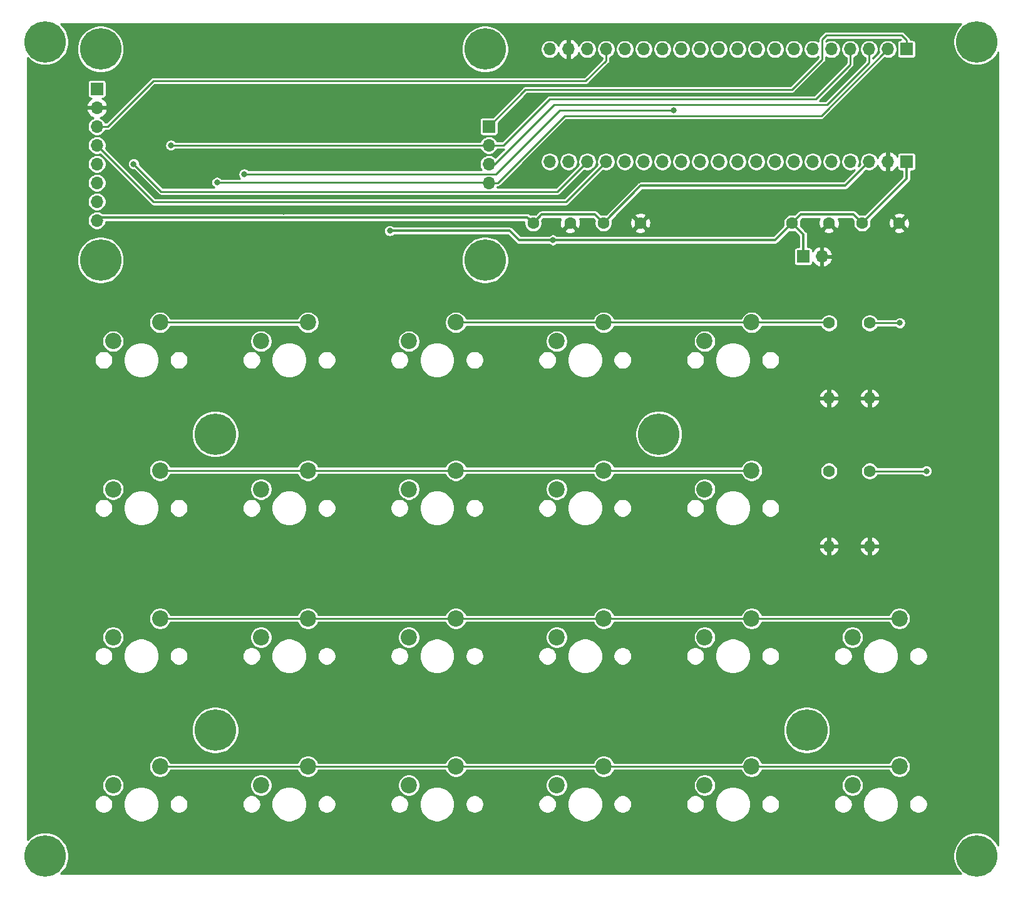
<source format=gbr>
%TF.GenerationSoftware,KiCad,Pcbnew,(5.1.6)-1*%
%TF.CreationDate,2021-09-19T20:18:01-07:00*%
%TF.ProjectId,MicroTrainer,4d696372-6f54-4726-9169-6e65722e6b69,rev?*%
%TF.SameCoordinates,Original*%
%TF.FileFunction,Copper,L1,Top*%
%TF.FilePolarity,Positive*%
%FSLAX46Y46*%
G04 Gerber Fmt 4.6, Leading zero omitted, Abs format (unit mm)*
G04 Created by KiCad (PCBNEW (5.1.6)-1) date 2021-09-19 20:18:01*
%MOMM*%
%LPD*%
G01*
G04 APERTURE LIST*
%TA.AperFunction,ComponentPad*%
%ADD10C,5.600000*%
%TD*%
%TA.AperFunction,ComponentPad*%
%ADD11O,1.700000X1.700000*%
%TD*%
%TA.AperFunction,ComponentPad*%
%ADD12R,1.700000X1.700000*%
%TD*%
%TA.AperFunction,ComponentPad*%
%ADD13C,1.600000*%
%TD*%
%TA.AperFunction,ComponentPad*%
%ADD14C,2.200000*%
%TD*%
%TA.AperFunction,ComponentPad*%
%ADD15O,1.600000X1.600000*%
%TD*%
%TA.AperFunction,ViaPad*%
%ADD16C,0.800000*%
%TD*%
%TA.AperFunction,Conductor*%
%ADD17C,0.350000*%
%TD*%
%TA.AperFunction,Conductor*%
%ADD18C,0.250000*%
%TD*%
%TA.AperFunction,Conductor*%
%ADD19C,0.220000*%
%TD*%
G04 APERTURE END LIST*
D10*
%TO.P,REF##,1*%
%TO.N,N/C*%
X40000000Y-75000000D03*
%TD*%
%TO.P,REF##,1*%
%TO.N,N/C*%
X120000000Y-115000000D03*
%TD*%
%TO.P,REF##,1*%
%TO.N,N/C*%
X40000000Y-115000000D03*
%TD*%
%TO.P,REF##,1*%
%TO.N,N/C*%
X100000000Y-75000000D03*
%TD*%
D11*
%TO.P,J3,2*%
%TO.N,GND*%
X122050000Y-51010000D03*
D12*
%TO.P,J3,1*%
%TO.N,+5V*%
X119510000Y-51010000D03*
%TD*%
D11*
%TO.P,J5,8*%
%TO.N,+3V3*%
X24000000Y-46140000D03*
%TO.P,J5,7*%
%TO.N,/PB13SCK*%
X24000000Y-43600000D03*
%TO.P,J5,6*%
%TO.N,/PB15MOSI*%
X24000000Y-41060000D03*
%TO.P,J5,5*%
%TO.N,/PC14LCDA0*%
X24000000Y-38520000D03*
%TO.P,J5,4*%
%TO.N,/PC15LCDRST*%
X24000000Y-35980000D03*
%TO.P,J5,3*%
%TO.N,/PB9LCDCS*%
X24000000Y-33440000D03*
%TO.P,J5,2*%
%TO.N,GND*%
X24000000Y-30900000D03*
D12*
%TO.P,J5,1*%
%TO.N,+5V*%
X24000000Y-28360000D03*
%TD*%
D11*
%TO.P,J4,4*%
%TO.N,/PB13SCK*%
X77000000Y-41060000D03*
%TO.P,J4,3*%
%TO.N,/PB14MISO*%
X77000000Y-38520000D03*
%TO.P,J4,2*%
%TO.N,/PB15MOSI*%
X77000000Y-35980000D03*
D12*
%TO.P,J4,1*%
%TO.N,/PB12SDCS*%
X77000000Y-33440000D03*
%TD*%
D11*
%TO.P,J2,20*%
%TO.N,/MVB*%
X85240000Y-38200000D03*
%TO.P,J2,19*%
%TO.N,/PC13*%
X87780000Y-38200000D03*
%TO.P,J2,18*%
%TO.N,/PC14LCDA0*%
X90320000Y-38200000D03*
%TO.P,J2,17*%
%TO.N,/PC15LCDRST*%
X92860000Y-38200000D03*
%TO.P,J2,16*%
%TO.N,/NRST*%
X95400000Y-38200000D03*
%TO.P,J2,15*%
%TO.N,/PA0*%
X97940000Y-38200000D03*
%TO.P,J2,14*%
%TO.N,/PA1*%
X100480000Y-38200000D03*
%TO.P,J2,13*%
%TO.N,/PA2*%
X103020000Y-38200000D03*
%TO.P,J2,12*%
%TO.N,/PA3*%
X105560000Y-38200000D03*
%TO.P,J2,11*%
%TO.N,/PA4*%
X108100000Y-38200000D03*
%TO.P,J2,10*%
%TO.N,/PA5*%
X110640000Y-38200000D03*
%TO.P,J2,9*%
%TO.N,/PA6*%
X113180000Y-38200000D03*
%TO.P,J2,8*%
%TO.N,/PA7*%
X115720000Y-38200000D03*
%TO.P,J2,7*%
%TO.N,/PB0*%
X118260000Y-38200000D03*
%TO.P,J2,6*%
%TO.N,/PB1*%
X120800000Y-38200000D03*
%TO.P,J2,5*%
%TO.N,/PB2*%
X123340000Y-38200000D03*
%TO.P,J2,4*%
%TO.N,/PB10*%
X125880000Y-38200000D03*
%TO.P,J2,3*%
%TO.N,+3V3*%
X128420000Y-38200000D03*
%TO.P,J2,2*%
%TO.N,GND*%
X130960000Y-38200000D03*
D12*
%TO.P,J2,1*%
%TO.N,+5V*%
X133500000Y-38200000D03*
%TD*%
D11*
%TO.P,J1,20*%
%TO.N,+3V3*%
X85240000Y-23000000D03*
%TO.P,J1,19*%
%TO.N,GND*%
X87780000Y-23000000D03*
%TO.P,J1,18*%
%TO.N,+5V*%
X90320000Y-23000000D03*
%TO.P,J1,17*%
%TO.N,/PB9LCDCS*%
X92860000Y-23000000D03*
%TO.P,J1,16*%
%TO.N,/PB8*%
X95400000Y-23000000D03*
%TO.P,J1,15*%
%TO.N,/PB7*%
X97940000Y-23000000D03*
%TO.P,J1,14*%
%TO.N,/PB6*%
X100480000Y-23000000D03*
%TO.P,J1,13*%
%TO.N,/PB5*%
X103020000Y-23000000D03*
%TO.P,J1,12*%
%TO.N,/PB4*%
X105560000Y-23000000D03*
%TO.P,J1,11*%
%TO.N,/PB3*%
X108100000Y-23000000D03*
%TO.P,J1,10*%
%TO.N,/PA15*%
X110640000Y-23000000D03*
%TO.P,J1,9*%
%TO.N,/PA12*%
X113180000Y-23000000D03*
%TO.P,J1,8*%
%TO.N,/PA11*%
X115720000Y-23000000D03*
%TO.P,J1,7*%
%TO.N,/PA10*%
X118260000Y-23000000D03*
%TO.P,J1,6*%
%TO.N,/PA9*%
X120800000Y-23000000D03*
%TO.P,J1,5*%
%TO.N,/PA8*%
X123340000Y-23000000D03*
%TO.P,J1,4*%
%TO.N,/PB15MOSI*%
X125880000Y-23000000D03*
%TO.P,J1,3*%
%TO.N,/PB14MISO*%
X128420000Y-23000000D03*
%TO.P,J1,2*%
%TO.N,/PB13SCK*%
X130960000Y-23000000D03*
D12*
%TO.P,J1,1*%
%TO.N,/PB12SDCS*%
X133500000Y-23000000D03*
%TD*%
D10*
%TO.P,REF\u002A\u002A,1*%
%TO.N,N/C*%
X24500000Y-51500000D03*
%TD*%
%TO.P,REF\u002A\u002A,1*%
%TO.N,N/C*%
X76500000Y-51500000D03*
%TD*%
%TO.P,REF\u002A\u002A,1*%
%TO.N,N/C*%
X76500000Y-23000000D03*
%TD*%
%TO.P,REF\u002A\u002A,1*%
%TO.N,N/C*%
X24500000Y-23000000D03*
%TD*%
%TO.P,REF\u002A\u002A,1*%
%TO.N,N/C*%
X17000000Y-22000000D03*
%TD*%
%TO.P,REF\u002A\u002A,1*%
%TO.N,N/C*%
X143000000Y-22000000D03*
%TD*%
%TO.P,REF\u002A\u002A,1*%
%TO.N,N/C*%
X143000000Y-132000000D03*
%TD*%
%TO.P,REF##,1*%
%TO.N,N/C*%
X17000000Y-132000000D03*
%TD*%
D13*
%TO.P,C4,2*%
%TO.N,GND*%
X88000000Y-46500000D03*
%TO.P,C4,1*%
%TO.N,+3V3*%
X83000000Y-46500000D03*
%TD*%
%TO.P,C3,2*%
%TO.N,GND*%
X97500000Y-46500000D03*
%TO.P,C3,1*%
%TO.N,+3V3*%
X92500000Y-46500000D03*
%TD*%
%TO.P,C2,2*%
%TO.N,GND*%
X123000000Y-46500000D03*
%TO.P,C2,1*%
%TO.N,+5V*%
X118000000Y-46500000D03*
%TD*%
%TO.P,C1,2*%
%TO.N,GND*%
X132500000Y-46500000D03*
%TO.P,C1,1*%
%TO.N,+5V*%
X127500000Y-46500000D03*
%TD*%
D14*
%TO.P,SW24,2*%
%TO.N,/PA8*%
X126190000Y-122460000D03*
%TO.P,SW24,1*%
%TO.N,/PB6*%
X132540000Y-119920000D03*
%TD*%
%TO.P,SW23,2*%
%TO.N,/PA9*%
X106190000Y-122460000D03*
%TO.P,SW23,1*%
%TO.N,/PB6*%
X112540000Y-119920000D03*
%TD*%
%TO.P,SW22,2*%
%TO.N,/PA10*%
X86190000Y-122460000D03*
%TO.P,SW22,1*%
%TO.N,/PB6*%
X92540000Y-119920000D03*
%TD*%
%TO.P,SW21,2*%
%TO.N,/PA11*%
X66190000Y-122460000D03*
%TO.P,SW21,1*%
%TO.N,/PB6*%
X72540000Y-119920000D03*
%TD*%
%TO.P,SW20,2*%
%TO.N,/PA12*%
X46190000Y-122460000D03*
%TO.P,SW20,1*%
%TO.N,/PB6*%
X52540000Y-119920000D03*
%TD*%
%TO.P,SW19,2*%
%TO.N,/PA15*%
X26190000Y-122460000D03*
%TO.P,SW19,1*%
%TO.N,/PB6*%
X32540000Y-119920000D03*
%TD*%
%TO.P,SW18,2*%
%TO.N,/PA8*%
X126190000Y-102460000D03*
%TO.P,SW18,1*%
%TO.N,/PB5*%
X132540000Y-99920000D03*
%TD*%
%TO.P,SW17,2*%
%TO.N,/PA9*%
X106190000Y-102460000D03*
%TO.P,SW17,1*%
%TO.N,/PB5*%
X112540000Y-99920000D03*
%TD*%
%TO.P,SW16,2*%
%TO.N,/PA10*%
X86190000Y-102460000D03*
%TO.P,SW16,1*%
%TO.N,/PB5*%
X92540000Y-99920000D03*
%TD*%
%TO.P,SW15,2*%
%TO.N,/PA11*%
X66190000Y-102460000D03*
%TO.P,SW15,1*%
%TO.N,/PB5*%
X72540000Y-99920000D03*
%TD*%
%TO.P,SW14,2*%
%TO.N,/PA12*%
X46190000Y-102460000D03*
%TO.P,SW14,1*%
%TO.N,/PB5*%
X52540000Y-99920000D03*
%TD*%
%TO.P,SW13,2*%
%TO.N,/PA15*%
X26190000Y-102460000D03*
%TO.P,SW13,1*%
%TO.N,/PB5*%
X32540000Y-99920000D03*
%TD*%
%TO.P,SW11,2*%
%TO.N,/PA9*%
X106190000Y-82460000D03*
%TO.P,SW11,1*%
%TO.N,/PB4*%
X112540000Y-79920000D03*
%TD*%
%TO.P,SW10,2*%
%TO.N,/PA10*%
X86190000Y-82460000D03*
%TO.P,SW10,1*%
%TO.N,/PB4*%
X92540000Y-79920000D03*
%TD*%
%TO.P,SW9,2*%
%TO.N,/PA11*%
X66190000Y-82460000D03*
%TO.P,SW9,1*%
%TO.N,/PB4*%
X72540000Y-79920000D03*
%TD*%
%TO.P,SW8,2*%
%TO.N,/PA12*%
X46190000Y-82460000D03*
%TO.P,SW8,1*%
%TO.N,/PB4*%
X52540000Y-79920000D03*
%TD*%
%TO.P,SW7,2*%
%TO.N,/PA15*%
X26190000Y-82460000D03*
%TO.P,SW7,1*%
%TO.N,/PB4*%
X32540000Y-79920000D03*
%TD*%
%TO.P,SW5,2*%
%TO.N,/PA9*%
X106190000Y-62460000D03*
%TO.P,SW5,1*%
%TO.N,/PB3*%
X112540000Y-59920000D03*
%TD*%
%TO.P,SW4,2*%
%TO.N,/PA10*%
X86190000Y-62460000D03*
%TO.P,SW4,1*%
%TO.N,/PB3*%
X92540000Y-59920000D03*
%TD*%
%TO.P,SW3,2*%
%TO.N,/PA11*%
X66190000Y-62460000D03*
%TO.P,SW3,1*%
%TO.N,/PB3*%
X72540000Y-59920000D03*
%TD*%
%TO.P,SW2,2*%
%TO.N,/PA12*%
X46190000Y-62460000D03*
%TO.P,SW2,1*%
%TO.N,/PB3*%
X52540000Y-59920000D03*
%TD*%
%TO.P,SW1,2*%
%TO.N,/PA15*%
X26190000Y-62460000D03*
%TO.P,SW1,1*%
%TO.N,/PB3*%
X32540000Y-59920000D03*
%TD*%
D15*
%TO.P,R4,2*%
%TO.N,GND*%
X128500000Y-90160000D03*
D13*
%TO.P,R4,1*%
%TO.N,/PB6*%
X128500000Y-80000000D03*
%TD*%
D15*
%TO.P,R3,2*%
%TO.N,GND*%
X128500000Y-70160000D03*
D13*
%TO.P,R3,1*%
%TO.N,/PB5*%
X128500000Y-60000000D03*
%TD*%
D15*
%TO.P,R2,2*%
%TO.N,GND*%
X123000000Y-90160000D03*
D13*
%TO.P,R2,1*%
%TO.N,/PB4*%
X123000000Y-80000000D03*
%TD*%
D15*
%TO.P,R1,2*%
%TO.N,GND*%
X123000000Y-70160000D03*
D13*
%TO.P,R1,1*%
%TO.N,/PB3*%
X123000000Y-60000000D03*
%TD*%
D16*
%TO.N,GND*%
X97800000Y-26225000D03*
X95675000Y-34875000D03*
X81250000Y-25450000D03*
X126225000Y-34050000D03*
X139750000Y-30100000D03*
X113050000Y-45375000D03*
X102000000Y-45325000D03*
X96850000Y-51150000D03*
X106500000Y-51725000D03*
X109350000Y-43860000D03*
X101170000Y-52000000D03*
X75500000Y-90925000D03*
X95525000Y-90825000D03*
X56275000Y-90925000D03*
X36525000Y-90950000D03*
X38354000Y-32258000D03*
X57912000Y-31750000D03*
X67564000Y-37846000D03*
X48006000Y-37846000D03*
X54610000Y-24638000D03*
X49250000Y-45000000D03*
X68150000Y-44620000D03*
X79290000Y-44650000D03*
X119380000Y-34798000D03*
X109474000Y-34798000D03*
X104670000Y-35300000D03*
X75500000Y-110000000D03*
X75500000Y-70500000D03*
X54000000Y-128500000D03*
X91500000Y-128500000D03*
X115600000Y-40160000D03*
X80850000Y-46670000D03*
X87760000Y-35580000D03*
X74760000Y-128460000D03*
X134260000Y-30130000D03*
X134440000Y-56830000D03*
X134370000Y-91020000D03*
X129520000Y-113030000D03*
X137990000Y-113110000D03*
X140040000Y-91060000D03*
X139980000Y-56790000D03*
X127750000Y-56840000D03*
X118930000Y-56860000D03*
X31180000Y-47080000D03*
X27540000Y-42340000D03*
%TO.N,+5V*%
X85670000Y-48790000D03*
X63610000Y-47530000D03*
%TO.N,/PB6*%
X136180000Y-80000000D03*
%TO.N,/PB5*%
X132580000Y-60000000D03*
%TO.N,/PA15*%
X102000000Y-31225000D03*
X43910000Y-39880002D03*
%TO.N,/PB15MOSI*%
X34000000Y-36000000D03*
%TO.N,/PB13SCK*%
X40250000Y-41000000D03*
%TO.N,/PC14LCDA0*%
X28980000Y-38520000D03*
%TD*%
D17*
%TO.N,+5V*%
X133500000Y-40500000D02*
X127500000Y-46500000D01*
X133500000Y-38200000D02*
X133500000Y-40500000D01*
X119175001Y-45324999D02*
X118000000Y-46500000D01*
X126324999Y-45324999D02*
X119175001Y-45324999D01*
X127500000Y-46500000D02*
X126324999Y-45324999D01*
X119510000Y-48010000D02*
X118000000Y-46500000D01*
X119510000Y-51010000D02*
X119510000Y-48010000D01*
X79800000Y-47530000D02*
X63720000Y-47530000D01*
X63720000Y-47530000D02*
X63625000Y-47625000D01*
X81090000Y-48820000D02*
X79800000Y-47530000D01*
X118000000Y-46500000D02*
X115680000Y-48820000D01*
X115680000Y-48820000D02*
X81090000Y-48820000D01*
%TO.N,+3V3*%
X84175001Y-45324999D02*
X83000000Y-46500000D01*
X91324999Y-45324999D02*
X84175001Y-45324999D01*
X92500000Y-46500000D02*
X91324999Y-45324999D01*
X128420000Y-38200000D02*
X125170000Y-41450000D01*
X97550000Y-41450000D02*
X92500000Y-46500000D01*
X125170000Y-41450000D02*
X97550000Y-41450000D01*
X33650998Y-45720000D02*
X24420000Y-45720000D01*
X34408001Y-45733001D02*
X33663999Y-45733001D01*
X34421002Y-45720000D02*
X34408001Y-45733001D01*
X82220000Y-45720000D02*
X49677002Y-45720000D01*
X33663999Y-45733001D02*
X33650998Y-45720000D01*
X48822998Y-45720000D02*
X34421002Y-45720000D01*
X83000000Y-46500000D02*
X82220000Y-45720000D01*
X49622001Y-45775001D02*
X48877999Y-45775001D01*
X24420000Y-45720000D02*
X24000000Y-46140000D01*
X49677002Y-45720000D02*
X49622001Y-45775001D01*
X48877999Y-45775001D02*
X48822998Y-45720000D01*
D18*
%TO.N,/PB9LCDCS*%
X92860000Y-24540000D02*
X92860000Y-23000000D01*
X90100000Y-27300000D02*
X92860000Y-24540000D01*
X31628000Y-27300000D02*
X90100000Y-27300000D01*
X24000000Y-33440000D02*
X25488000Y-33440000D01*
X25488000Y-33440000D02*
X31628000Y-27300000D01*
%TO.N,/PB6*%
X32540000Y-119920000D02*
X132540000Y-119920000D01*
X128500000Y-80000000D02*
X134620000Y-80000000D01*
X134620000Y-80000000D02*
X136180000Y-80000000D01*
%TO.N,/PB5*%
X32540000Y-99920000D02*
X132540000Y-99920000D01*
X128500000Y-60000000D02*
X132560000Y-60000000D01*
%TO.N,/PB4*%
X32540000Y-79920000D02*
X112540000Y-79920000D01*
X122920000Y-79920000D02*
X123000000Y-80000000D01*
%TO.N,/PB3*%
X122920000Y-59920000D02*
X123000000Y-60000000D01*
X112540000Y-59920000D02*
X122920000Y-59920000D01*
X32540000Y-59920000D02*
X52540000Y-59920000D01*
X92540000Y-59920000D02*
X112540000Y-59920000D01*
X92540000Y-59920000D02*
X72540000Y-59920000D01*
%TO.N,/PA15*%
X102000000Y-31225000D02*
X86575000Y-31225000D01*
X86575000Y-31225000D02*
X77919998Y-39880002D01*
X77919998Y-39880002D02*
X43910000Y-39880002D01*
%TO.N,/PB15MOSI*%
X76980000Y-36000000D02*
X77000000Y-35980000D01*
X34000000Y-36000000D02*
X76980000Y-36000000D01*
X79010000Y-35980000D02*
X77000000Y-35980000D01*
X85240000Y-29750000D02*
X79010000Y-35980000D01*
X121190000Y-29750000D02*
X85240000Y-29750000D01*
X125880000Y-23000000D02*
X125880000Y-25060000D01*
X125880000Y-25060000D02*
X121190000Y-29750000D01*
%TO.N,/PB14MISO*%
X77800998Y-38520000D02*
X77000000Y-38520000D01*
X85820998Y-30500000D02*
X77800998Y-38520000D01*
X122750000Y-30500000D02*
X85820998Y-30500000D01*
X128420000Y-23000000D02*
X128420000Y-24830000D01*
X128420000Y-24830000D02*
X122750000Y-30500000D01*
%TO.N,/PB13SCK*%
X76940000Y-41000000D02*
X77000000Y-41060000D01*
X40250000Y-41000000D02*
X76940000Y-41000000D01*
X121960000Y-32000000D02*
X87262081Y-32000000D01*
X78202081Y-41060000D02*
X77000000Y-41060000D01*
X87262081Y-32000000D02*
X78202081Y-41060000D01*
X130960000Y-23000000D02*
X121960000Y-32000000D01*
%TO.N,/PB12SDCS*%
X117975000Y-28475000D02*
X81965000Y-28475000D01*
X122075000Y-24375000D02*
X117975000Y-28475000D01*
X122075000Y-21700000D02*
X122075000Y-24375000D01*
X122650000Y-21125000D02*
X122075000Y-21700000D01*
X81965000Y-28475000D02*
X77000000Y-33440000D01*
X133500000Y-21775000D02*
X132850000Y-21125000D01*
X132850000Y-21125000D02*
X122650000Y-21125000D01*
X133500000Y-23000000D02*
X133500000Y-21775000D01*
%TO.N,/PC14LCDA0*%
X86284999Y-42235001D02*
X90320000Y-38200000D01*
X32695001Y-42235001D02*
X86284999Y-42235001D01*
X28980000Y-38520000D02*
X32695001Y-42235001D01*
%TO.N,/PC15LCDRST*%
X87410000Y-43650000D02*
X92860000Y-38200000D01*
X24000000Y-35980000D02*
X31670000Y-43650000D01*
X31670000Y-43650000D02*
X87410000Y-43650000D01*
%TD*%
D19*
%TO.N,GND*%
G36*
X140506630Y-19953744D02*
G01*
X140155335Y-20479495D01*
X139913358Y-21063677D01*
X139790000Y-21683843D01*
X139790000Y-22316157D01*
X139913358Y-22936323D01*
X140155335Y-23520505D01*
X140506630Y-24046256D01*
X140953744Y-24493370D01*
X141479495Y-24844665D01*
X142063677Y-25086642D01*
X142683843Y-25210000D01*
X143316157Y-25210000D01*
X143936323Y-25086642D01*
X144520505Y-24844665D01*
X145046256Y-24493370D01*
X145493370Y-24046256D01*
X145844665Y-23520505D01*
X145890000Y-23411057D01*
X145890000Y-130588943D01*
X145844665Y-130479495D01*
X145493370Y-129953744D01*
X145046256Y-129506630D01*
X144520505Y-129155335D01*
X143936323Y-128913358D01*
X143316157Y-128790000D01*
X142683843Y-128790000D01*
X142063677Y-128913358D01*
X141479495Y-129155335D01*
X140953744Y-129506630D01*
X140506630Y-129953744D01*
X140155335Y-130479495D01*
X139913358Y-131063677D01*
X139790000Y-131683843D01*
X139790000Y-132316157D01*
X139913358Y-132936323D01*
X140155335Y-133520505D01*
X140506630Y-134046256D01*
X140850374Y-134390000D01*
X19149626Y-134390000D01*
X19493370Y-134046256D01*
X19844665Y-133520505D01*
X20086642Y-132936323D01*
X20210000Y-132316157D01*
X20210000Y-131683843D01*
X20086642Y-131063677D01*
X19844665Y-130479495D01*
X19493370Y-129953744D01*
X19046256Y-129506630D01*
X18520505Y-129155335D01*
X17936323Y-128913358D01*
X17316157Y-128790000D01*
X16683843Y-128790000D01*
X16063677Y-128913358D01*
X15479495Y-129155335D01*
X14953744Y-129506630D01*
X14610000Y-129850374D01*
X14610000Y-124875901D01*
X23660000Y-124875901D01*
X23660000Y-125124099D01*
X23708421Y-125367529D01*
X23803402Y-125596834D01*
X23941294Y-125803203D01*
X24116797Y-125978706D01*
X24323166Y-126116598D01*
X24552471Y-126211579D01*
X24795901Y-126260000D01*
X25044099Y-126260000D01*
X25287529Y-126211579D01*
X25516834Y-126116598D01*
X25723203Y-125978706D01*
X25898706Y-125803203D01*
X26036598Y-125596834D01*
X26131579Y-125367529D01*
X26180000Y-125124099D01*
X26180000Y-124875901D01*
X26157471Y-124762636D01*
X27590000Y-124762636D01*
X27590000Y-125237364D01*
X27682615Y-125702971D01*
X27864286Y-126141563D01*
X28128031Y-126536285D01*
X28463715Y-126871969D01*
X28858437Y-127135714D01*
X29297029Y-127317385D01*
X29762636Y-127410000D01*
X30237364Y-127410000D01*
X30702971Y-127317385D01*
X31141563Y-127135714D01*
X31536285Y-126871969D01*
X31871969Y-126536285D01*
X32135714Y-126141563D01*
X32317385Y-125702971D01*
X32410000Y-125237364D01*
X32410000Y-124875901D01*
X33820000Y-124875901D01*
X33820000Y-125124099D01*
X33868421Y-125367529D01*
X33963402Y-125596834D01*
X34101294Y-125803203D01*
X34276797Y-125978706D01*
X34483166Y-126116598D01*
X34712471Y-126211579D01*
X34955901Y-126260000D01*
X35204099Y-126260000D01*
X35447529Y-126211579D01*
X35676834Y-126116598D01*
X35883203Y-125978706D01*
X36058706Y-125803203D01*
X36196598Y-125596834D01*
X36291579Y-125367529D01*
X36340000Y-125124099D01*
X36340000Y-124875901D01*
X43660000Y-124875901D01*
X43660000Y-125124099D01*
X43708421Y-125367529D01*
X43803402Y-125596834D01*
X43941294Y-125803203D01*
X44116797Y-125978706D01*
X44323166Y-126116598D01*
X44552471Y-126211579D01*
X44795901Y-126260000D01*
X45044099Y-126260000D01*
X45287529Y-126211579D01*
X45516834Y-126116598D01*
X45723203Y-125978706D01*
X45898706Y-125803203D01*
X46036598Y-125596834D01*
X46131579Y-125367529D01*
X46180000Y-125124099D01*
X46180000Y-124875901D01*
X46157471Y-124762636D01*
X47590000Y-124762636D01*
X47590000Y-125237364D01*
X47682615Y-125702971D01*
X47864286Y-126141563D01*
X48128031Y-126536285D01*
X48463715Y-126871969D01*
X48858437Y-127135714D01*
X49297029Y-127317385D01*
X49762636Y-127410000D01*
X50237364Y-127410000D01*
X50702971Y-127317385D01*
X51141563Y-127135714D01*
X51536285Y-126871969D01*
X51871969Y-126536285D01*
X52135714Y-126141563D01*
X52317385Y-125702971D01*
X52410000Y-125237364D01*
X52410000Y-124875901D01*
X53820000Y-124875901D01*
X53820000Y-125124099D01*
X53868421Y-125367529D01*
X53963402Y-125596834D01*
X54101294Y-125803203D01*
X54276797Y-125978706D01*
X54483166Y-126116598D01*
X54712471Y-126211579D01*
X54955901Y-126260000D01*
X55204099Y-126260000D01*
X55447529Y-126211579D01*
X55676834Y-126116598D01*
X55883203Y-125978706D01*
X56058706Y-125803203D01*
X56196598Y-125596834D01*
X56291579Y-125367529D01*
X56340000Y-125124099D01*
X56340000Y-124875901D01*
X63660000Y-124875901D01*
X63660000Y-125124099D01*
X63708421Y-125367529D01*
X63803402Y-125596834D01*
X63941294Y-125803203D01*
X64116797Y-125978706D01*
X64323166Y-126116598D01*
X64552471Y-126211579D01*
X64795901Y-126260000D01*
X65044099Y-126260000D01*
X65287529Y-126211579D01*
X65516834Y-126116598D01*
X65723203Y-125978706D01*
X65898706Y-125803203D01*
X66036598Y-125596834D01*
X66131579Y-125367529D01*
X66180000Y-125124099D01*
X66180000Y-124875901D01*
X66157471Y-124762636D01*
X67590000Y-124762636D01*
X67590000Y-125237364D01*
X67682615Y-125702971D01*
X67864286Y-126141563D01*
X68128031Y-126536285D01*
X68463715Y-126871969D01*
X68858437Y-127135714D01*
X69297029Y-127317385D01*
X69762636Y-127410000D01*
X70237364Y-127410000D01*
X70702971Y-127317385D01*
X71141563Y-127135714D01*
X71536285Y-126871969D01*
X71871969Y-126536285D01*
X72135714Y-126141563D01*
X72317385Y-125702971D01*
X72410000Y-125237364D01*
X72410000Y-124875901D01*
X73820000Y-124875901D01*
X73820000Y-125124099D01*
X73868421Y-125367529D01*
X73963402Y-125596834D01*
X74101294Y-125803203D01*
X74276797Y-125978706D01*
X74483166Y-126116598D01*
X74712471Y-126211579D01*
X74955901Y-126260000D01*
X75204099Y-126260000D01*
X75447529Y-126211579D01*
X75676834Y-126116598D01*
X75883203Y-125978706D01*
X76058706Y-125803203D01*
X76196598Y-125596834D01*
X76291579Y-125367529D01*
X76340000Y-125124099D01*
X76340000Y-124875901D01*
X83660000Y-124875901D01*
X83660000Y-125124099D01*
X83708421Y-125367529D01*
X83803402Y-125596834D01*
X83941294Y-125803203D01*
X84116797Y-125978706D01*
X84323166Y-126116598D01*
X84552471Y-126211579D01*
X84795901Y-126260000D01*
X85044099Y-126260000D01*
X85287529Y-126211579D01*
X85516834Y-126116598D01*
X85723203Y-125978706D01*
X85898706Y-125803203D01*
X86036598Y-125596834D01*
X86131579Y-125367529D01*
X86180000Y-125124099D01*
X86180000Y-124875901D01*
X86157471Y-124762636D01*
X87590000Y-124762636D01*
X87590000Y-125237364D01*
X87682615Y-125702971D01*
X87864286Y-126141563D01*
X88128031Y-126536285D01*
X88463715Y-126871969D01*
X88858437Y-127135714D01*
X89297029Y-127317385D01*
X89762636Y-127410000D01*
X90237364Y-127410000D01*
X90702971Y-127317385D01*
X91141563Y-127135714D01*
X91536285Y-126871969D01*
X91871969Y-126536285D01*
X92135714Y-126141563D01*
X92317385Y-125702971D01*
X92410000Y-125237364D01*
X92410000Y-124875901D01*
X93820000Y-124875901D01*
X93820000Y-125124099D01*
X93868421Y-125367529D01*
X93963402Y-125596834D01*
X94101294Y-125803203D01*
X94276797Y-125978706D01*
X94483166Y-126116598D01*
X94712471Y-126211579D01*
X94955901Y-126260000D01*
X95204099Y-126260000D01*
X95447529Y-126211579D01*
X95676834Y-126116598D01*
X95883203Y-125978706D01*
X96058706Y-125803203D01*
X96196598Y-125596834D01*
X96291579Y-125367529D01*
X96340000Y-125124099D01*
X96340000Y-124875901D01*
X103660000Y-124875901D01*
X103660000Y-125124099D01*
X103708421Y-125367529D01*
X103803402Y-125596834D01*
X103941294Y-125803203D01*
X104116797Y-125978706D01*
X104323166Y-126116598D01*
X104552471Y-126211579D01*
X104795901Y-126260000D01*
X105044099Y-126260000D01*
X105287529Y-126211579D01*
X105516834Y-126116598D01*
X105723203Y-125978706D01*
X105898706Y-125803203D01*
X106036598Y-125596834D01*
X106131579Y-125367529D01*
X106180000Y-125124099D01*
X106180000Y-124875901D01*
X106157471Y-124762636D01*
X107590000Y-124762636D01*
X107590000Y-125237364D01*
X107682615Y-125702971D01*
X107864286Y-126141563D01*
X108128031Y-126536285D01*
X108463715Y-126871969D01*
X108858437Y-127135714D01*
X109297029Y-127317385D01*
X109762636Y-127410000D01*
X110237364Y-127410000D01*
X110702971Y-127317385D01*
X111141563Y-127135714D01*
X111536285Y-126871969D01*
X111871969Y-126536285D01*
X112135714Y-126141563D01*
X112317385Y-125702971D01*
X112410000Y-125237364D01*
X112410000Y-124875901D01*
X113820000Y-124875901D01*
X113820000Y-125124099D01*
X113868421Y-125367529D01*
X113963402Y-125596834D01*
X114101294Y-125803203D01*
X114276797Y-125978706D01*
X114483166Y-126116598D01*
X114712471Y-126211579D01*
X114955901Y-126260000D01*
X115204099Y-126260000D01*
X115447529Y-126211579D01*
X115676834Y-126116598D01*
X115883203Y-125978706D01*
X116058706Y-125803203D01*
X116196598Y-125596834D01*
X116291579Y-125367529D01*
X116340000Y-125124099D01*
X116340000Y-124875901D01*
X123660000Y-124875901D01*
X123660000Y-125124099D01*
X123708421Y-125367529D01*
X123803402Y-125596834D01*
X123941294Y-125803203D01*
X124116797Y-125978706D01*
X124323166Y-126116598D01*
X124552471Y-126211579D01*
X124795901Y-126260000D01*
X125044099Y-126260000D01*
X125287529Y-126211579D01*
X125516834Y-126116598D01*
X125723203Y-125978706D01*
X125898706Y-125803203D01*
X126036598Y-125596834D01*
X126131579Y-125367529D01*
X126180000Y-125124099D01*
X126180000Y-124875901D01*
X126157471Y-124762636D01*
X127590000Y-124762636D01*
X127590000Y-125237364D01*
X127682615Y-125702971D01*
X127864286Y-126141563D01*
X128128031Y-126536285D01*
X128463715Y-126871969D01*
X128858437Y-127135714D01*
X129297029Y-127317385D01*
X129762636Y-127410000D01*
X130237364Y-127410000D01*
X130702971Y-127317385D01*
X131141563Y-127135714D01*
X131536285Y-126871969D01*
X131871969Y-126536285D01*
X132135714Y-126141563D01*
X132317385Y-125702971D01*
X132410000Y-125237364D01*
X132410000Y-124875901D01*
X133820000Y-124875901D01*
X133820000Y-125124099D01*
X133868421Y-125367529D01*
X133963402Y-125596834D01*
X134101294Y-125803203D01*
X134276797Y-125978706D01*
X134483166Y-126116598D01*
X134712471Y-126211579D01*
X134955901Y-126260000D01*
X135204099Y-126260000D01*
X135447529Y-126211579D01*
X135676834Y-126116598D01*
X135883203Y-125978706D01*
X136058706Y-125803203D01*
X136196598Y-125596834D01*
X136291579Y-125367529D01*
X136340000Y-125124099D01*
X136340000Y-124875901D01*
X136291579Y-124632471D01*
X136196598Y-124403166D01*
X136058706Y-124196797D01*
X135883203Y-124021294D01*
X135676834Y-123883402D01*
X135447529Y-123788421D01*
X135204099Y-123740000D01*
X134955901Y-123740000D01*
X134712471Y-123788421D01*
X134483166Y-123883402D01*
X134276797Y-124021294D01*
X134101294Y-124196797D01*
X133963402Y-124403166D01*
X133868421Y-124632471D01*
X133820000Y-124875901D01*
X132410000Y-124875901D01*
X132410000Y-124762636D01*
X132317385Y-124297029D01*
X132135714Y-123858437D01*
X131871969Y-123463715D01*
X131536285Y-123128031D01*
X131141563Y-122864286D01*
X130702971Y-122682615D01*
X130237364Y-122590000D01*
X129762636Y-122590000D01*
X129297029Y-122682615D01*
X128858437Y-122864286D01*
X128463715Y-123128031D01*
X128128031Y-123463715D01*
X127864286Y-123858437D01*
X127682615Y-124297029D01*
X127590000Y-124762636D01*
X126157471Y-124762636D01*
X126131579Y-124632471D01*
X126036598Y-124403166D01*
X125898706Y-124196797D01*
X125723203Y-124021294D01*
X125516834Y-123883402D01*
X125287529Y-123788421D01*
X125044099Y-123740000D01*
X124795901Y-123740000D01*
X124552471Y-123788421D01*
X124323166Y-123883402D01*
X124116797Y-124021294D01*
X123941294Y-124196797D01*
X123803402Y-124403166D01*
X123708421Y-124632471D01*
X123660000Y-124875901D01*
X116340000Y-124875901D01*
X116291579Y-124632471D01*
X116196598Y-124403166D01*
X116058706Y-124196797D01*
X115883203Y-124021294D01*
X115676834Y-123883402D01*
X115447529Y-123788421D01*
X115204099Y-123740000D01*
X114955901Y-123740000D01*
X114712471Y-123788421D01*
X114483166Y-123883402D01*
X114276797Y-124021294D01*
X114101294Y-124196797D01*
X113963402Y-124403166D01*
X113868421Y-124632471D01*
X113820000Y-124875901D01*
X112410000Y-124875901D01*
X112410000Y-124762636D01*
X112317385Y-124297029D01*
X112135714Y-123858437D01*
X111871969Y-123463715D01*
X111536285Y-123128031D01*
X111141563Y-122864286D01*
X110702971Y-122682615D01*
X110237364Y-122590000D01*
X109762636Y-122590000D01*
X109297029Y-122682615D01*
X108858437Y-122864286D01*
X108463715Y-123128031D01*
X108128031Y-123463715D01*
X107864286Y-123858437D01*
X107682615Y-124297029D01*
X107590000Y-124762636D01*
X106157471Y-124762636D01*
X106131579Y-124632471D01*
X106036598Y-124403166D01*
X105898706Y-124196797D01*
X105723203Y-124021294D01*
X105516834Y-123883402D01*
X105287529Y-123788421D01*
X105044099Y-123740000D01*
X104795901Y-123740000D01*
X104552471Y-123788421D01*
X104323166Y-123883402D01*
X104116797Y-124021294D01*
X103941294Y-124196797D01*
X103803402Y-124403166D01*
X103708421Y-124632471D01*
X103660000Y-124875901D01*
X96340000Y-124875901D01*
X96291579Y-124632471D01*
X96196598Y-124403166D01*
X96058706Y-124196797D01*
X95883203Y-124021294D01*
X95676834Y-123883402D01*
X95447529Y-123788421D01*
X95204099Y-123740000D01*
X94955901Y-123740000D01*
X94712471Y-123788421D01*
X94483166Y-123883402D01*
X94276797Y-124021294D01*
X94101294Y-124196797D01*
X93963402Y-124403166D01*
X93868421Y-124632471D01*
X93820000Y-124875901D01*
X92410000Y-124875901D01*
X92410000Y-124762636D01*
X92317385Y-124297029D01*
X92135714Y-123858437D01*
X91871969Y-123463715D01*
X91536285Y-123128031D01*
X91141563Y-122864286D01*
X90702971Y-122682615D01*
X90237364Y-122590000D01*
X89762636Y-122590000D01*
X89297029Y-122682615D01*
X88858437Y-122864286D01*
X88463715Y-123128031D01*
X88128031Y-123463715D01*
X87864286Y-123858437D01*
X87682615Y-124297029D01*
X87590000Y-124762636D01*
X86157471Y-124762636D01*
X86131579Y-124632471D01*
X86036598Y-124403166D01*
X85898706Y-124196797D01*
X85723203Y-124021294D01*
X85516834Y-123883402D01*
X85287529Y-123788421D01*
X85044099Y-123740000D01*
X84795901Y-123740000D01*
X84552471Y-123788421D01*
X84323166Y-123883402D01*
X84116797Y-124021294D01*
X83941294Y-124196797D01*
X83803402Y-124403166D01*
X83708421Y-124632471D01*
X83660000Y-124875901D01*
X76340000Y-124875901D01*
X76291579Y-124632471D01*
X76196598Y-124403166D01*
X76058706Y-124196797D01*
X75883203Y-124021294D01*
X75676834Y-123883402D01*
X75447529Y-123788421D01*
X75204099Y-123740000D01*
X74955901Y-123740000D01*
X74712471Y-123788421D01*
X74483166Y-123883402D01*
X74276797Y-124021294D01*
X74101294Y-124196797D01*
X73963402Y-124403166D01*
X73868421Y-124632471D01*
X73820000Y-124875901D01*
X72410000Y-124875901D01*
X72410000Y-124762636D01*
X72317385Y-124297029D01*
X72135714Y-123858437D01*
X71871969Y-123463715D01*
X71536285Y-123128031D01*
X71141563Y-122864286D01*
X70702971Y-122682615D01*
X70237364Y-122590000D01*
X69762636Y-122590000D01*
X69297029Y-122682615D01*
X68858437Y-122864286D01*
X68463715Y-123128031D01*
X68128031Y-123463715D01*
X67864286Y-123858437D01*
X67682615Y-124297029D01*
X67590000Y-124762636D01*
X66157471Y-124762636D01*
X66131579Y-124632471D01*
X66036598Y-124403166D01*
X65898706Y-124196797D01*
X65723203Y-124021294D01*
X65516834Y-123883402D01*
X65287529Y-123788421D01*
X65044099Y-123740000D01*
X64795901Y-123740000D01*
X64552471Y-123788421D01*
X64323166Y-123883402D01*
X64116797Y-124021294D01*
X63941294Y-124196797D01*
X63803402Y-124403166D01*
X63708421Y-124632471D01*
X63660000Y-124875901D01*
X56340000Y-124875901D01*
X56291579Y-124632471D01*
X56196598Y-124403166D01*
X56058706Y-124196797D01*
X55883203Y-124021294D01*
X55676834Y-123883402D01*
X55447529Y-123788421D01*
X55204099Y-123740000D01*
X54955901Y-123740000D01*
X54712471Y-123788421D01*
X54483166Y-123883402D01*
X54276797Y-124021294D01*
X54101294Y-124196797D01*
X53963402Y-124403166D01*
X53868421Y-124632471D01*
X53820000Y-124875901D01*
X52410000Y-124875901D01*
X52410000Y-124762636D01*
X52317385Y-124297029D01*
X52135714Y-123858437D01*
X51871969Y-123463715D01*
X51536285Y-123128031D01*
X51141563Y-122864286D01*
X50702971Y-122682615D01*
X50237364Y-122590000D01*
X49762636Y-122590000D01*
X49297029Y-122682615D01*
X48858437Y-122864286D01*
X48463715Y-123128031D01*
X48128031Y-123463715D01*
X47864286Y-123858437D01*
X47682615Y-124297029D01*
X47590000Y-124762636D01*
X46157471Y-124762636D01*
X46131579Y-124632471D01*
X46036598Y-124403166D01*
X45898706Y-124196797D01*
X45723203Y-124021294D01*
X45516834Y-123883402D01*
X45287529Y-123788421D01*
X45044099Y-123740000D01*
X44795901Y-123740000D01*
X44552471Y-123788421D01*
X44323166Y-123883402D01*
X44116797Y-124021294D01*
X43941294Y-124196797D01*
X43803402Y-124403166D01*
X43708421Y-124632471D01*
X43660000Y-124875901D01*
X36340000Y-124875901D01*
X36291579Y-124632471D01*
X36196598Y-124403166D01*
X36058706Y-124196797D01*
X35883203Y-124021294D01*
X35676834Y-123883402D01*
X35447529Y-123788421D01*
X35204099Y-123740000D01*
X34955901Y-123740000D01*
X34712471Y-123788421D01*
X34483166Y-123883402D01*
X34276797Y-124021294D01*
X34101294Y-124196797D01*
X33963402Y-124403166D01*
X33868421Y-124632471D01*
X33820000Y-124875901D01*
X32410000Y-124875901D01*
X32410000Y-124762636D01*
X32317385Y-124297029D01*
X32135714Y-123858437D01*
X31871969Y-123463715D01*
X31536285Y-123128031D01*
X31141563Y-122864286D01*
X30702971Y-122682615D01*
X30237364Y-122590000D01*
X29762636Y-122590000D01*
X29297029Y-122682615D01*
X28858437Y-122864286D01*
X28463715Y-123128031D01*
X28128031Y-123463715D01*
X27864286Y-123858437D01*
X27682615Y-124297029D01*
X27590000Y-124762636D01*
X26157471Y-124762636D01*
X26131579Y-124632471D01*
X26036598Y-124403166D01*
X25898706Y-124196797D01*
X25723203Y-124021294D01*
X25516834Y-123883402D01*
X25287529Y-123788421D01*
X25044099Y-123740000D01*
X24795901Y-123740000D01*
X24552471Y-123788421D01*
X24323166Y-123883402D01*
X24116797Y-124021294D01*
X23941294Y-124196797D01*
X23803402Y-124403166D01*
X23708421Y-124632471D01*
X23660000Y-124875901D01*
X14610000Y-124875901D01*
X14610000Y-122311278D01*
X24680000Y-122311278D01*
X24680000Y-122608722D01*
X24738029Y-122900451D01*
X24851856Y-123175253D01*
X25017107Y-123422569D01*
X25227431Y-123632893D01*
X25474747Y-123798144D01*
X25749549Y-123911971D01*
X26041278Y-123970000D01*
X26338722Y-123970000D01*
X26630451Y-123911971D01*
X26905253Y-123798144D01*
X27152569Y-123632893D01*
X27362893Y-123422569D01*
X27528144Y-123175253D01*
X27641971Y-122900451D01*
X27700000Y-122608722D01*
X27700000Y-122311278D01*
X44680000Y-122311278D01*
X44680000Y-122608722D01*
X44738029Y-122900451D01*
X44851856Y-123175253D01*
X45017107Y-123422569D01*
X45227431Y-123632893D01*
X45474747Y-123798144D01*
X45749549Y-123911971D01*
X46041278Y-123970000D01*
X46338722Y-123970000D01*
X46630451Y-123911971D01*
X46905253Y-123798144D01*
X47152569Y-123632893D01*
X47362893Y-123422569D01*
X47528144Y-123175253D01*
X47641971Y-122900451D01*
X47700000Y-122608722D01*
X47700000Y-122311278D01*
X64680000Y-122311278D01*
X64680000Y-122608722D01*
X64738029Y-122900451D01*
X64851856Y-123175253D01*
X65017107Y-123422569D01*
X65227431Y-123632893D01*
X65474747Y-123798144D01*
X65749549Y-123911971D01*
X66041278Y-123970000D01*
X66338722Y-123970000D01*
X66630451Y-123911971D01*
X66905253Y-123798144D01*
X67152569Y-123632893D01*
X67362893Y-123422569D01*
X67528144Y-123175253D01*
X67641971Y-122900451D01*
X67700000Y-122608722D01*
X67700000Y-122311278D01*
X84680000Y-122311278D01*
X84680000Y-122608722D01*
X84738029Y-122900451D01*
X84851856Y-123175253D01*
X85017107Y-123422569D01*
X85227431Y-123632893D01*
X85474747Y-123798144D01*
X85749549Y-123911971D01*
X86041278Y-123970000D01*
X86338722Y-123970000D01*
X86630451Y-123911971D01*
X86905253Y-123798144D01*
X87152569Y-123632893D01*
X87362893Y-123422569D01*
X87528144Y-123175253D01*
X87641971Y-122900451D01*
X87700000Y-122608722D01*
X87700000Y-122311278D01*
X104680000Y-122311278D01*
X104680000Y-122608722D01*
X104738029Y-122900451D01*
X104851856Y-123175253D01*
X105017107Y-123422569D01*
X105227431Y-123632893D01*
X105474747Y-123798144D01*
X105749549Y-123911971D01*
X106041278Y-123970000D01*
X106338722Y-123970000D01*
X106630451Y-123911971D01*
X106905253Y-123798144D01*
X107152569Y-123632893D01*
X107362893Y-123422569D01*
X107528144Y-123175253D01*
X107641971Y-122900451D01*
X107700000Y-122608722D01*
X107700000Y-122311278D01*
X124680000Y-122311278D01*
X124680000Y-122608722D01*
X124738029Y-122900451D01*
X124851856Y-123175253D01*
X125017107Y-123422569D01*
X125227431Y-123632893D01*
X125474747Y-123798144D01*
X125749549Y-123911971D01*
X126041278Y-123970000D01*
X126338722Y-123970000D01*
X126630451Y-123911971D01*
X126905253Y-123798144D01*
X127152569Y-123632893D01*
X127362893Y-123422569D01*
X127528144Y-123175253D01*
X127641971Y-122900451D01*
X127700000Y-122608722D01*
X127700000Y-122311278D01*
X127641971Y-122019549D01*
X127528144Y-121744747D01*
X127362893Y-121497431D01*
X127152569Y-121287107D01*
X126905253Y-121121856D01*
X126630451Y-121008029D01*
X126338722Y-120950000D01*
X126041278Y-120950000D01*
X125749549Y-121008029D01*
X125474747Y-121121856D01*
X125227431Y-121287107D01*
X125017107Y-121497431D01*
X124851856Y-121744747D01*
X124738029Y-122019549D01*
X124680000Y-122311278D01*
X107700000Y-122311278D01*
X107641971Y-122019549D01*
X107528144Y-121744747D01*
X107362893Y-121497431D01*
X107152569Y-121287107D01*
X106905253Y-121121856D01*
X106630451Y-121008029D01*
X106338722Y-120950000D01*
X106041278Y-120950000D01*
X105749549Y-121008029D01*
X105474747Y-121121856D01*
X105227431Y-121287107D01*
X105017107Y-121497431D01*
X104851856Y-121744747D01*
X104738029Y-122019549D01*
X104680000Y-122311278D01*
X87700000Y-122311278D01*
X87641971Y-122019549D01*
X87528144Y-121744747D01*
X87362893Y-121497431D01*
X87152569Y-121287107D01*
X86905253Y-121121856D01*
X86630451Y-121008029D01*
X86338722Y-120950000D01*
X86041278Y-120950000D01*
X85749549Y-121008029D01*
X85474747Y-121121856D01*
X85227431Y-121287107D01*
X85017107Y-121497431D01*
X84851856Y-121744747D01*
X84738029Y-122019549D01*
X84680000Y-122311278D01*
X67700000Y-122311278D01*
X67641971Y-122019549D01*
X67528144Y-121744747D01*
X67362893Y-121497431D01*
X67152569Y-121287107D01*
X66905253Y-121121856D01*
X66630451Y-121008029D01*
X66338722Y-120950000D01*
X66041278Y-120950000D01*
X65749549Y-121008029D01*
X65474747Y-121121856D01*
X65227431Y-121287107D01*
X65017107Y-121497431D01*
X64851856Y-121744747D01*
X64738029Y-122019549D01*
X64680000Y-122311278D01*
X47700000Y-122311278D01*
X47641971Y-122019549D01*
X47528144Y-121744747D01*
X47362893Y-121497431D01*
X47152569Y-121287107D01*
X46905253Y-121121856D01*
X46630451Y-121008029D01*
X46338722Y-120950000D01*
X46041278Y-120950000D01*
X45749549Y-121008029D01*
X45474747Y-121121856D01*
X45227431Y-121287107D01*
X45017107Y-121497431D01*
X44851856Y-121744747D01*
X44738029Y-122019549D01*
X44680000Y-122311278D01*
X27700000Y-122311278D01*
X27641971Y-122019549D01*
X27528144Y-121744747D01*
X27362893Y-121497431D01*
X27152569Y-121287107D01*
X26905253Y-121121856D01*
X26630451Y-121008029D01*
X26338722Y-120950000D01*
X26041278Y-120950000D01*
X25749549Y-121008029D01*
X25474747Y-121121856D01*
X25227431Y-121287107D01*
X25017107Y-121497431D01*
X24851856Y-121744747D01*
X24738029Y-122019549D01*
X24680000Y-122311278D01*
X14610000Y-122311278D01*
X14610000Y-119771278D01*
X31030000Y-119771278D01*
X31030000Y-120068722D01*
X31088029Y-120360451D01*
X31201856Y-120635253D01*
X31367107Y-120882569D01*
X31577431Y-121092893D01*
X31824747Y-121258144D01*
X32099549Y-121371971D01*
X32391278Y-121430000D01*
X32688722Y-121430000D01*
X32980451Y-121371971D01*
X33255253Y-121258144D01*
X33502569Y-121092893D01*
X33712893Y-120882569D01*
X33878144Y-120635253D01*
X33952807Y-120455000D01*
X51127193Y-120455000D01*
X51201856Y-120635253D01*
X51367107Y-120882569D01*
X51577431Y-121092893D01*
X51824747Y-121258144D01*
X52099549Y-121371971D01*
X52391278Y-121430000D01*
X52688722Y-121430000D01*
X52980451Y-121371971D01*
X53255253Y-121258144D01*
X53502569Y-121092893D01*
X53712893Y-120882569D01*
X53878144Y-120635253D01*
X53952807Y-120455000D01*
X71127193Y-120455000D01*
X71201856Y-120635253D01*
X71367107Y-120882569D01*
X71577431Y-121092893D01*
X71824747Y-121258144D01*
X72099549Y-121371971D01*
X72391278Y-121430000D01*
X72688722Y-121430000D01*
X72980451Y-121371971D01*
X73255253Y-121258144D01*
X73502569Y-121092893D01*
X73712893Y-120882569D01*
X73878144Y-120635253D01*
X73952807Y-120455000D01*
X91127193Y-120455000D01*
X91201856Y-120635253D01*
X91367107Y-120882569D01*
X91577431Y-121092893D01*
X91824747Y-121258144D01*
X92099549Y-121371971D01*
X92391278Y-121430000D01*
X92688722Y-121430000D01*
X92980451Y-121371971D01*
X93255253Y-121258144D01*
X93502569Y-121092893D01*
X93712893Y-120882569D01*
X93878144Y-120635253D01*
X93952807Y-120455000D01*
X111127193Y-120455000D01*
X111201856Y-120635253D01*
X111367107Y-120882569D01*
X111577431Y-121092893D01*
X111824747Y-121258144D01*
X112099549Y-121371971D01*
X112391278Y-121430000D01*
X112688722Y-121430000D01*
X112980451Y-121371971D01*
X113255253Y-121258144D01*
X113502569Y-121092893D01*
X113712893Y-120882569D01*
X113878144Y-120635253D01*
X113952807Y-120455000D01*
X131127193Y-120455000D01*
X131201856Y-120635253D01*
X131367107Y-120882569D01*
X131577431Y-121092893D01*
X131824747Y-121258144D01*
X132099549Y-121371971D01*
X132391278Y-121430000D01*
X132688722Y-121430000D01*
X132980451Y-121371971D01*
X133255253Y-121258144D01*
X133502569Y-121092893D01*
X133712893Y-120882569D01*
X133878144Y-120635253D01*
X133991971Y-120360451D01*
X134050000Y-120068722D01*
X134050000Y-119771278D01*
X133991971Y-119479549D01*
X133878144Y-119204747D01*
X133712893Y-118957431D01*
X133502569Y-118747107D01*
X133255253Y-118581856D01*
X132980451Y-118468029D01*
X132688722Y-118410000D01*
X132391278Y-118410000D01*
X132099549Y-118468029D01*
X131824747Y-118581856D01*
X131577431Y-118747107D01*
X131367107Y-118957431D01*
X131201856Y-119204747D01*
X131127193Y-119385000D01*
X113952807Y-119385000D01*
X113878144Y-119204747D01*
X113712893Y-118957431D01*
X113502569Y-118747107D01*
X113255253Y-118581856D01*
X112980451Y-118468029D01*
X112688722Y-118410000D01*
X112391278Y-118410000D01*
X112099549Y-118468029D01*
X111824747Y-118581856D01*
X111577431Y-118747107D01*
X111367107Y-118957431D01*
X111201856Y-119204747D01*
X111127193Y-119385000D01*
X93952807Y-119385000D01*
X93878144Y-119204747D01*
X93712893Y-118957431D01*
X93502569Y-118747107D01*
X93255253Y-118581856D01*
X92980451Y-118468029D01*
X92688722Y-118410000D01*
X92391278Y-118410000D01*
X92099549Y-118468029D01*
X91824747Y-118581856D01*
X91577431Y-118747107D01*
X91367107Y-118957431D01*
X91201856Y-119204747D01*
X91127193Y-119385000D01*
X73952807Y-119385000D01*
X73878144Y-119204747D01*
X73712893Y-118957431D01*
X73502569Y-118747107D01*
X73255253Y-118581856D01*
X72980451Y-118468029D01*
X72688722Y-118410000D01*
X72391278Y-118410000D01*
X72099549Y-118468029D01*
X71824747Y-118581856D01*
X71577431Y-118747107D01*
X71367107Y-118957431D01*
X71201856Y-119204747D01*
X71127193Y-119385000D01*
X53952807Y-119385000D01*
X53878144Y-119204747D01*
X53712893Y-118957431D01*
X53502569Y-118747107D01*
X53255253Y-118581856D01*
X52980451Y-118468029D01*
X52688722Y-118410000D01*
X52391278Y-118410000D01*
X52099549Y-118468029D01*
X51824747Y-118581856D01*
X51577431Y-118747107D01*
X51367107Y-118957431D01*
X51201856Y-119204747D01*
X51127193Y-119385000D01*
X33952807Y-119385000D01*
X33878144Y-119204747D01*
X33712893Y-118957431D01*
X33502569Y-118747107D01*
X33255253Y-118581856D01*
X32980451Y-118468029D01*
X32688722Y-118410000D01*
X32391278Y-118410000D01*
X32099549Y-118468029D01*
X31824747Y-118581856D01*
X31577431Y-118747107D01*
X31367107Y-118957431D01*
X31201856Y-119204747D01*
X31088029Y-119479549D01*
X31030000Y-119771278D01*
X14610000Y-119771278D01*
X14610000Y-114683843D01*
X36790000Y-114683843D01*
X36790000Y-115316157D01*
X36913358Y-115936323D01*
X37155335Y-116520505D01*
X37506630Y-117046256D01*
X37953744Y-117493370D01*
X38479495Y-117844665D01*
X39063677Y-118086642D01*
X39683843Y-118210000D01*
X40316157Y-118210000D01*
X40936323Y-118086642D01*
X41520505Y-117844665D01*
X42046256Y-117493370D01*
X42493370Y-117046256D01*
X42844665Y-116520505D01*
X43086642Y-115936323D01*
X43210000Y-115316157D01*
X43210000Y-114683843D01*
X116790000Y-114683843D01*
X116790000Y-115316157D01*
X116913358Y-115936323D01*
X117155335Y-116520505D01*
X117506630Y-117046256D01*
X117953744Y-117493370D01*
X118479495Y-117844665D01*
X119063677Y-118086642D01*
X119683843Y-118210000D01*
X120316157Y-118210000D01*
X120936323Y-118086642D01*
X121520505Y-117844665D01*
X122046256Y-117493370D01*
X122493370Y-117046256D01*
X122844665Y-116520505D01*
X123086642Y-115936323D01*
X123210000Y-115316157D01*
X123210000Y-114683843D01*
X123086642Y-114063677D01*
X122844665Y-113479495D01*
X122493370Y-112953744D01*
X122046256Y-112506630D01*
X121520505Y-112155335D01*
X120936323Y-111913358D01*
X120316157Y-111790000D01*
X119683843Y-111790000D01*
X119063677Y-111913358D01*
X118479495Y-112155335D01*
X117953744Y-112506630D01*
X117506630Y-112953744D01*
X117155335Y-113479495D01*
X116913358Y-114063677D01*
X116790000Y-114683843D01*
X43210000Y-114683843D01*
X43086642Y-114063677D01*
X42844665Y-113479495D01*
X42493370Y-112953744D01*
X42046256Y-112506630D01*
X41520505Y-112155335D01*
X40936323Y-111913358D01*
X40316157Y-111790000D01*
X39683843Y-111790000D01*
X39063677Y-111913358D01*
X38479495Y-112155335D01*
X37953744Y-112506630D01*
X37506630Y-112953744D01*
X37155335Y-113479495D01*
X36913358Y-114063677D01*
X36790000Y-114683843D01*
X14610000Y-114683843D01*
X14610000Y-104875901D01*
X23660000Y-104875901D01*
X23660000Y-105124099D01*
X23708421Y-105367529D01*
X23803402Y-105596834D01*
X23941294Y-105803203D01*
X24116797Y-105978706D01*
X24323166Y-106116598D01*
X24552471Y-106211579D01*
X24795901Y-106260000D01*
X25044099Y-106260000D01*
X25287529Y-106211579D01*
X25516834Y-106116598D01*
X25723203Y-105978706D01*
X25898706Y-105803203D01*
X26036598Y-105596834D01*
X26131579Y-105367529D01*
X26180000Y-105124099D01*
X26180000Y-104875901D01*
X26157471Y-104762636D01*
X27590000Y-104762636D01*
X27590000Y-105237364D01*
X27682615Y-105702971D01*
X27864286Y-106141563D01*
X28128031Y-106536285D01*
X28463715Y-106871969D01*
X28858437Y-107135714D01*
X29297029Y-107317385D01*
X29762636Y-107410000D01*
X30237364Y-107410000D01*
X30702971Y-107317385D01*
X31141563Y-107135714D01*
X31536285Y-106871969D01*
X31871969Y-106536285D01*
X32135714Y-106141563D01*
X32317385Y-105702971D01*
X32410000Y-105237364D01*
X32410000Y-104875901D01*
X33820000Y-104875901D01*
X33820000Y-105124099D01*
X33868421Y-105367529D01*
X33963402Y-105596834D01*
X34101294Y-105803203D01*
X34276797Y-105978706D01*
X34483166Y-106116598D01*
X34712471Y-106211579D01*
X34955901Y-106260000D01*
X35204099Y-106260000D01*
X35447529Y-106211579D01*
X35676834Y-106116598D01*
X35883203Y-105978706D01*
X36058706Y-105803203D01*
X36196598Y-105596834D01*
X36291579Y-105367529D01*
X36340000Y-105124099D01*
X36340000Y-104875901D01*
X43660000Y-104875901D01*
X43660000Y-105124099D01*
X43708421Y-105367529D01*
X43803402Y-105596834D01*
X43941294Y-105803203D01*
X44116797Y-105978706D01*
X44323166Y-106116598D01*
X44552471Y-106211579D01*
X44795901Y-106260000D01*
X45044099Y-106260000D01*
X45287529Y-106211579D01*
X45516834Y-106116598D01*
X45723203Y-105978706D01*
X45898706Y-105803203D01*
X46036598Y-105596834D01*
X46131579Y-105367529D01*
X46180000Y-105124099D01*
X46180000Y-104875901D01*
X46157471Y-104762636D01*
X47590000Y-104762636D01*
X47590000Y-105237364D01*
X47682615Y-105702971D01*
X47864286Y-106141563D01*
X48128031Y-106536285D01*
X48463715Y-106871969D01*
X48858437Y-107135714D01*
X49297029Y-107317385D01*
X49762636Y-107410000D01*
X50237364Y-107410000D01*
X50702971Y-107317385D01*
X51141563Y-107135714D01*
X51536285Y-106871969D01*
X51871969Y-106536285D01*
X52135714Y-106141563D01*
X52317385Y-105702971D01*
X52410000Y-105237364D01*
X52410000Y-104875901D01*
X53820000Y-104875901D01*
X53820000Y-105124099D01*
X53868421Y-105367529D01*
X53963402Y-105596834D01*
X54101294Y-105803203D01*
X54276797Y-105978706D01*
X54483166Y-106116598D01*
X54712471Y-106211579D01*
X54955901Y-106260000D01*
X55204099Y-106260000D01*
X55447529Y-106211579D01*
X55676834Y-106116598D01*
X55883203Y-105978706D01*
X56058706Y-105803203D01*
X56196598Y-105596834D01*
X56291579Y-105367529D01*
X56340000Y-105124099D01*
X56340000Y-104875901D01*
X63660000Y-104875901D01*
X63660000Y-105124099D01*
X63708421Y-105367529D01*
X63803402Y-105596834D01*
X63941294Y-105803203D01*
X64116797Y-105978706D01*
X64323166Y-106116598D01*
X64552471Y-106211579D01*
X64795901Y-106260000D01*
X65044099Y-106260000D01*
X65287529Y-106211579D01*
X65516834Y-106116598D01*
X65723203Y-105978706D01*
X65898706Y-105803203D01*
X66036598Y-105596834D01*
X66131579Y-105367529D01*
X66180000Y-105124099D01*
X66180000Y-104875901D01*
X66157471Y-104762636D01*
X67590000Y-104762636D01*
X67590000Y-105237364D01*
X67682615Y-105702971D01*
X67864286Y-106141563D01*
X68128031Y-106536285D01*
X68463715Y-106871969D01*
X68858437Y-107135714D01*
X69297029Y-107317385D01*
X69762636Y-107410000D01*
X70237364Y-107410000D01*
X70702971Y-107317385D01*
X71141563Y-107135714D01*
X71536285Y-106871969D01*
X71871969Y-106536285D01*
X72135714Y-106141563D01*
X72317385Y-105702971D01*
X72410000Y-105237364D01*
X72410000Y-104875901D01*
X73820000Y-104875901D01*
X73820000Y-105124099D01*
X73868421Y-105367529D01*
X73963402Y-105596834D01*
X74101294Y-105803203D01*
X74276797Y-105978706D01*
X74483166Y-106116598D01*
X74712471Y-106211579D01*
X74955901Y-106260000D01*
X75204099Y-106260000D01*
X75447529Y-106211579D01*
X75676834Y-106116598D01*
X75883203Y-105978706D01*
X76058706Y-105803203D01*
X76196598Y-105596834D01*
X76291579Y-105367529D01*
X76340000Y-105124099D01*
X76340000Y-104875901D01*
X83660000Y-104875901D01*
X83660000Y-105124099D01*
X83708421Y-105367529D01*
X83803402Y-105596834D01*
X83941294Y-105803203D01*
X84116797Y-105978706D01*
X84323166Y-106116598D01*
X84552471Y-106211579D01*
X84795901Y-106260000D01*
X85044099Y-106260000D01*
X85287529Y-106211579D01*
X85516834Y-106116598D01*
X85723203Y-105978706D01*
X85898706Y-105803203D01*
X86036598Y-105596834D01*
X86131579Y-105367529D01*
X86180000Y-105124099D01*
X86180000Y-104875901D01*
X86157471Y-104762636D01*
X87590000Y-104762636D01*
X87590000Y-105237364D01*
X87682615Y-105702971D01*
X87864286Y-106141563D01*
X88128031Y-106536285D01*
X88463715Y-106871969D01*
X88858437Y-107135714D01*
X89297029Y-107317385D01*
X89762636Y-107410000D01*
X90237364Y-107410000D01*
X90702971Y-107317385D01*
X91141563Y-107135714D01*
X91536285Y-106871969D01*
X91871969Y-106536285D01*
X92135714Y-106141563D01*
X92317385Y-105702971D01*
X92410000Y-105237364D01*
X92410000Y-104875901D01*
X93820000Y-104875901D01*
X93820000Y-105124099D01*
X93868421Y-105367529D01*
X93963402Y-105596834D01*
X94101294Y-105803203D01*
X94276797Y-105978706D01*
X94483166Y-106116598D01*
X94712471Y-106211579D01*
X94955901Y-106260000D01*
X95204099Y-106260000D01*
X95447529Y-106211579D01*
X95676834Y-106116598D01*
X95883203Y-105978706D01*
X96058706Y-105803203D01*
X96196598Y-105596834D01*
X96291579Y-105367529D01*
X96340000Y-105124099D01*
X96340000Y-104875901D01*
X103660000Y-104875901D01*
X103660000Y-105124099D01*
X103708421Y-105367529D01*
X103803402Y-105596834D01*
X103941294Y-105803203D01*
X104116797Y-105978706D01*
X104323166Y-106116598D01*
X104552471Y-106211579D01*
X104795901Y-106260000D01*
X105044099Y-106260000D01*
X105287529Y-106211579D01*
X105516834Y-106116598D01*
X105723203Y-105978706D01*
X105898706Y-105803203D01*
X106036598Y-105596834D01*
X106131579Y-105367529D01*
X106180000Y-105124099D01*
X106180000Y-104875901D01*
X106157471Y-104762636D01*
X107590000Y-104762636D01*
X107590000Y-105237364D01*
X107682615Y-105702971D01*
X107864286Y-106141563D01*
X108128031Y-106536285D01*
X108463715Y-106871969D01*
X108858437Y-107135714D01*
X109297029Y-107317385D01*
X109762636Y-107410000D01*
X110237364Y-107410000D01*
X110702971Y-107317385D01*
X111141563Y-107135714D01*
X111536285Y-106871969D01*
X111871969Y-106536285D01*
X112135714Y-106141563D01*
X112317385Y-105702971D01*
X112410000Y-105237364D01*
X112410000Y-104875901D01*
X113820000Y-104875901D01*
X113820000Y-105124099D01*
X113868421Y-105367529D01*
X113963402Y-105596834D01*
X114101294Y-105803203D01*
X114276797Y-105978706D01*
X114483166Y-106116598D01*
X114712471Y-106211579D01*
X114955901Y-106260000D01*
X115204099Y-106260000D01*
X115447529Y-106211579D01*
X115676834Y-106116598D01*
X115883203Y-105978706D01*
X116058706Y-105803203D01*
X116196598Y-105596834D01*
X116291579Y-105367529D01*
X116340000Y-105124099D01*
X116340000Y-104875901D01*
X123660000Y-104875901D01*
X123660000Y-105124099D01*
X123708421Y-105367529D01*
X123803402Y-105596834D01*
X123941294Y-105803203D01*
X124116797Y-105978706D01*
X124323166Y-106116598D01*
X124552471Y-106211579D01*
X124795901Y-106260000D01*
X125044099Y-106260000D01*
X125287529Y-106211579D01*
X125516834Y-106116598D01*
X125723203Y-105978706D01*
X125898706Y-105803203D01*
X126036598Y-105596834D01*
X126131579Y-105367529D01*
X126180000Y-105124099D01*
X126180000Y-104875901D01*
X126157471Y-104762636D01*
X127590000Y-104762636D01*
X127590000Y-105237364D01*
X127682615Y-105702971D01*
X127864286Y-106141563D01*
X128128031Y-106536285D01*
X128463715Y-106871969D01*
X128858437Y-107135714D01*
X129297029Y-107317385D01*
X129762636Y-107410000D01*
X130237364Y-107410000D01*
X130702971Y-107317385D01*
X131141563Y-107135714D01*
X131536285Y-106871969D01*
X131871969Y-106536285D01*
X132135714Y-106141563D01*
X132317385Y-105702971D01*
X132410000Y-105237364D01*
X132410000Y-104875901D01*
X133820000Y-104875901D01*
X133820000Y-105124099D01*
X133868421Y-105367529D01*
X133963402Y-105596834D01*
X134101294Y-105803203D01*
X134276797Y-105978706D01*
X134483166Y-106116598D01*
X134712471Y-106211579D01*
X134955901Y-106260000D01*
X135204099Y-106260000D01*
X135447529Y-106211579D01*
X135676834Y-106116598D01*
X135883203Y-105978706D01*
X136058706Y-105803203D01*
X136196598Y-105596834D01*
X136291579Y-105367529D01*
X136340000Y-105124099D01*
X136340000Y-104875901D01*
X136291579Y-104632471D01*
X136196598Y-104403166D01*
X136058706Y-104196797D01*
X135883203Y-104021294D01*
X135676834Y-103883402D01*
X135447529Y-103788421D01*
X135204099Y-103740000D01*
X134955901Y-103740000D01*
X134712471Y-103788421D01*
X134483166Y-103883402D01*
X134276797Y-104021294D01*
X134101294Y-104196797D01*
X133963402Y-104403166D01*
X133868421Y-104632471D01*
X133820000Y-104875901D01*
X132410000Y-104875901D01*
X132410000Y-104762636D01*
X132317385Y-104297029D01*
X132135714Y-103858437D01*
X131871969Y-103463715D01*
X131536285Y-103128031D01*
X131141563Y-102864286D01*
X130702971Y-102682615D01*
X130237364Y-102590000D01*
X129762636Y-102590000D01*
X129297029Y-102682615D01*
X128858437Y-102864286D01*
X128463715Y-103128031D01*
X128128031Y-103463715D01*
X127864286Y-103858437D01*
X127682615Y-104297029D01*
X127590000Y-104762636D01*
X126157471Y-104762636D01*
X126131579Y-104632471D01*
X126036598Y-104403166D01*
X125898706Y-104196797D01*
X125723203Y-104021294D01*
X125516834Y-103883402D01*
X125287529Y-103788421D01*
X125044099Y-103740000D01*
X124795901Y-103740000D01*
X124552471Y-103788421D01*
X124323166Y-103883402D01*
X124116797Y-104021294D01*
X123941294Y-104196797D01*
X123803402Y-104403166D01*
X123708421Y-104632471D01*
X123660000Y-104875901D01*
X116340000Y-104875901D01*
X116291579Y-104632471D01*
X116196598Y-104403166D01*
X116058706Y-104196797D01*
X115883203Y-104021294D01*
X115676834Y-103883402D01*
X115447529Y-103788421D01*
X115204099Y-103740000D01*
X114955901Y-103740000D01*
X114712471Y-103788421D01*
X114483166Y-103883402D01*
X114276797Y-104021294D01*
X114101294Y-104196797D01*
X113963402Y-104403166D01*
X113868421Y-104632471D01*
X113820000Y-104875901D01*
X112410000Y-104875901D01*
X112410000Y-104762636D01*
X112317385Y-104297029D01*
X112135714Y-103858437D01*
X111871969Y-103463715D01*
X111536285Y-103128031D01*
X111141563Y-102864286D01*
X110702971Y-102682615D01*
X110237364Y-102590000D01*
X109762636Y-102590000D01*
X109297029Y-102682615D01*
X108858437Y-102864286D01*
X108463715Y-103128031D01*
X108128031Y-103463715D01*
X107864286Y-103858437D01*
X107682615Y-104297029D01*
X107590000Y-104762636D01*
X106157471Y-104762636D01*
X106131579Y-104632471D01*
X106036598Y-104403166D01*
X105898706Y-104196797D01*
X105723203Y-104021294D01*
X105516834Y-103883402D01*
X105287529Y-103788421D01*
X105044099Y-103740000D01*
X104795901Y-103740000D01*
X104552471Y-103788421D01*
X104323166Y-103883402D01*
X104116797Y-104021294D01*
X103941294Y-104196797D01*
X103803402Y-104403166D01*
X103708421Y-104632471D01*
X103660000Y-104875901D01*
X96340000Y-104875901D01*
X96291579Y-104632471D01*
X96196598Y-104403166D01*
X96058706Y-104196797D01*
X95883203Y-104021294D01*
X95676834Y-103883402D01*
X95447529Y-103788421D01*
X95204099Y-103740000D01*
X94955901Y-103740000D01*
X94712471Y-103788421D01*
X94483166Y-103883402D01*
X94276797Y-104021294D01*
X94101294Y-104196797D01*
X93963402Y-104403166D01*
X93868421Y-104632471D01*
X93820000Y-104875901D01*
X92410000Y-104875901D01*
X92410000Y-104762636D01*
X92317385Y-104297029D01*
X92135714Y-103858437D01*
X91871969Y-103463715D01*
X91536285Y-103128031D01*
X91141563Y-102864286D01*
X90702971Y-102682615D01*
X90237364Y-102590000D01*
X89762636Y-102590000D01*
X89297029Y-102682615D01*
X88858437Y-102864286D01*
X88463715Y-103128031D01*
X88128031Y-103463715D01*
X87864286Y-103858437D01*
X87682615Y-104297029D01*
X87590000Y-104762636D01*
X86157471Y-104762636D01*
X86131579Y-104632471D01*
X86036598Y-104403166D01*
X85898706Y-104196797D01*
X85723203Y-104021294D01*
X85516834Y-103883402D01*
X85287529Y-103788421D01*
X85044099Y-103740000D01*
X84795901Y-103740000D01*
X84552471Y-103788421D01*
X84323166Y-103883402D01*
X84116797Y-104021294D01*
X83941294Y-104196797D01*
X83803402Y-104403166D01*
X83708421Y-104632471D01*
X83660000Y-104875901D01*
X76340000Y-104875901D01*
X76291579Y-104632471D01*
X76196598Y-104403166D01*
X76058706Y-104196797D01*
X75883203Y-104021294D01*
X75676834Y-103883402D01*
X75447529Y-103788421D01*
X75204099Y-103740000D01*
X74955901Y-103740000D01*
X74712471Y-103788421D01*
X74483166Y-103883402D01*
X74276797Y-104021294D01*
X74101294Y-104196797D01*
X73963402Y-104403166D01*
X73868421Y-104632471D01*
X73820000Y-104875901D01*
X72410000Y-104875901D01*
X72410000Y-104762636D01*
X72317385Y-104297029D01*
X72135714Y-103858437D01*
X71871969Y-103463715D01*
X71536285Y-103128031D01*
X71141563Y-102864286D01*
X70702971Y-102682615D01*
X70237364Y-102590000D01*
X69762636Y-102590000D01*
X69297029Y-102682615D01*
X68858437Y-102864286D01*
X68463715Y-103128031D01*
X68128031Y-103463715D01*
X67864286Y-103858437D01*
X67682615Y-104297029D01*
X67590000Y-104762636D01*
X66157471Y-104762636D01*
X66131579Y-104632471D01*
X66036598Y-104403166D01*
X65898706Y-104196797D01*
X65723203Y-104021294D01*
X65516834Y-103883402D01*
X65287529Y-103788421D01*
X65044099Y-103740000D01*
X64795901Y-103740000D01*
X64552471Y-103788421D01*
X64323166Y-103883402D01*
X64116797Y-104021294D01*
X63941294Y-104196797D01*
X63803402Y-104403166D01*
X63708421Y-104632471D01*
X63660000Y-104875901D01*
X56340000Y-104875901D01*
X56291579Y-104632471D01*
X56196598Y-104403166D01*
X56058706Y-104196797D01*
X55883203Y-104021294D01*
X55676834Y-103883402D01*
X55447529Y-103788421D01*
X55204099Y-103740000D01*
X54955901Y-103740000D01*
X54712471Y-103788421D01*
X54483166Y-103883402D01*
X54276797Y-104021294D01*
X54101294Y-104196797D01*
X53963402Y-104403166D01*
X53868421Y-104632471D01*
X53820000Y-104875901D01*
X52410000Y-104875901D01*
X52410000Y-104762636D01*
X52317385Y-104297029D01*
X52135714Y-103858437D01*
X51871969Y-103463715D01*
X51536285Y-103128031D01*
X51141563Y-102864286D01*
X50702971Y-102682615D01*
X50237364Y-102590000D01*
X49762636Y-102590000D01*
X49297029Y-102682615D01*
X48858437Y-102864286D01*
X48463715Y-103128031D01*
X48128031Y-103463715D01*
X47864286Y-103858437D01*
X47682615Y-104297029D01*
X47590000Y-104762636D01*
X46157471Y-104762636D01*
X46131579Y-104632471D01*
X46036598Y-104403166D01*
X45898706Y-104196797D01*
X45723203Y-104021294D01*
X45516834Y-103883402D01*
X45287529Y-103788421D01*
X45044099Y-103740000D01*
X44795901Y-103740000D01*
X44552471Y-103788421D01*
X44323166Y-103883402D01*
X44116797Y-104021294D01*
X43941294Y-104196797D01*
X43803402Y-104403166D01*
X43708421Y-104632471D01*
X43660000Y-104875901D01*
X36340000Y-104875901D01*
X36291579Y-104632471D01*
X36196598Y-104403166D01*
X36058706Y-104196797D01*
X35883203Y-104021294D01*
X35676834Y-103883402D01*
X35447529Y-103788421D01*
X35204099Y-103740000D01*
X34955901Y-103740000D01*
X34712471Y-103788421D01*
X34483166Y-103883402D01*
X34276797Y-104021294D01*
X34101294Y-104196797D01*
X33963402Y-104403166D01*
X33868421Y-104632471D01*
X33820000Y-104875901D01*
X32410000Y-104875901D01*
X32410000Y-104762636D01*
X32317385Y-104297029D01*
X32135714Y-103858437D01*
X31871969Y-103463715D01*
X31536285Y-103128031D01*
X31141563Y-102864286D01*
X30702971Y-102682615D01*
X30237364Y-102590000D01*
X29762636Y-102590000D01*
X29297029Y-102682615D01*
X28858437Y-102864286D01*
X28463715Y-103128031D01*
X28128031Y-103463715D01*
X27864286Y-103858437D01*
X27682615Y-104297029D01*
X27590000Y-104762636D01*
X26157471Y-104762636D01*
X26131579Y-104632471D01*
X26036598Y-104403166D01*
X25898706Y-104196797D01*
X25723203Y-104021294D01*
X25516834Y-103883402D01*
X25287529Y-103788421D01*
X25044099Y-103740000D01*
X24795901Y-103740000D01*
X24552471Y-103788421D01*
X24323166Y-103883402D01*
X24116797Y-104021294D01*
X23941294Y-104196797D01*
X23803402Y-104403166D01*
X23708421Y-104632471D01*
X23660000Y-104875901D01*
X14610000Y-104875901D01*
X14610000Y-102311278D01*
X24680000Y-102311278D01*
X24680000Y-102608722D01*
X24738029Y-102900451D01*
X24851856Y-103175253D01*
X25017107Y-103422569D01*
X25227431Y-103632893D01*
X25474747Y-103798144D01*
X25749549Y-103911971D01*
X26041278Y-103970000D01*
X26338722Y-103970000D01*
X26630451Y-103911971D01*
X26905253Y-103798144D01*
X27152569Y-103632893D01*
X27362893Y-103422569D01*
X27528144Y-103175253D01*
X27641971Y-102900451D01*
X27700000Y-102608722D01*
X27700000Y-102311278D01*
X44680000Y-102311278D01*
X44680000Y-102608722D01*
X44738029Y-102900451D01*
X44851856Y-103175253D01*
X45017107Y-103422569D01*
X45227431Y-103632893D01*
X45474747Y-103798144D01*
X45749549Y-103911971D01*
X46041278Y-103970000D01*
X46338722Y-103970000D01*
X46630451Y-103911971D01*
X46905253Y-103798144D01*
X47152569Y-103632893D01*
X47362893Y-103422569D01*
X47528144Y-103175253D01*
X47641971Y-102900451D01*
X47700000Y-102608722D01*
X47700000Y-102311278D01*
X64680000Y-102311278D01*
X64680000Y-102608722D01*
X64738029Y-102900451D01*
X64851856Y-103175253D01*
X65017107Y-103422569D01*
X65227431Y-103632893D01*
X65474747Y-103798144D01*
X65749549Y-103911971D01*
X66041278Y-103970000D01*
X66338722Y-103970000D01*
X66630451Y-103911971D01*
X66905253Y-103798144D01*
X67152569Y-103632893D01*
X67362893Y-103422569D01*
X67528144Y-103175253D01*
X67641971Y-102900451D01*
X67700000Y-102608722D01*
X67700000Y-102311278D01*
X84680000Y-102311278D01*
X84680000Y-102608722D01*
X84738029Y-102900451D01*
X84851856Y-103175253D01*
X85017107Y-103422569D01*
X85227431Y-103632893D01*
X85474747Y-103798144D01*
X85749549Y-103911971D01*
X86041278Y-103970000D01*
X86338722Y-103970000D01*
X86630451Y-103911971D01*
X86905253Y-103798144D01*
X87152569Y-103632893D01*
X87362893Y-103422569D01*
X87528144Y-103175253D01*
X87641971Y-102900451D01*
X87700000Y-102608722D01*
X87700000Y-102311278D01*
X104680000Y-102311278D01*
X104680000Y-102608722D01*
X104738029Y-102900451D01*
X104851856Y-103175253D01*
X105017107Y-103422569D01*
X105227431Y-103632893D01*
X105474747Y-103798144D01*
X105749549Y-103911971D01*
X106041278Y-103970000D01*
X106338722Y-103970000D01*
X106630451Y-103911971D01*
X106905253Y-103798144D01*
X107152569Y-103632893D01*
X107362893Y-103422569D01*
X107528144Y-103175253D01*
X107641971Y-102900451D01*
X107700000Y-102608722D01*
X107700000Y-102311278D01*
X124680000Y-102311278D01*
X124680000Y-102608722D01*
X124738029Y-102900451D01*
X124851856Y-103175253D01*
X125017107Y-103422569D01*
X125227431Y-103632893D01*
X125474747Y-103798144D01*
X125749549Y-103911971D01*
X126041278Y-103970000D01*
X126338722Y-103970000D01*
X126630451Y-103911971D01*
X126905253Y-103798144D01*
X127152569Y-103632893D01*
X127362893Y-103422569D01*
X127528144Y-103175253D01*
X127641971Y-102900451D01*
X127700000Y-102608722D01*
X127700000Y-102311278D01*
X127641971Y-102019549D01*
X127528144Y-101744747D01*
X127362893Y-101497431D01*
X127152569Y-101287107D01*
X126905253Y-101121856D01*
X126630451Y-101008029D01*
X126338722Y-100950000D01*
X126041278Y-100950000D01*
X125749549Y-101008029D01*
X125474747Y-101121856D01*
X125227431Y-101287107D01*
X125017107Y-101497431D01*
X124851856Y-101744747D01*
X124738029Y-102019549D01*
X124680000Y-102311278D01*
X107700000Y-102311278D01*
X107641971Y-102019549D01*
X107528144Y-101744747D01*
X107362893Y-101497431D01*
X107152569Y-101287107D01*
X106905253Y-101121856D01*
X106630451Y-101008029D01*
X106338722Y-100950000D01*
X106041278Y-100950000D01*
X105749549Y-101008029D01*
X105474747Y-101121856D01*
X105227431Y-101287107D01*
X105017107Y-101497431D01*
X104851856Y-101744747D01*
X104738029Y-102019549D01*
X104680000Y-102311278D01*
X87700000Y-102311278D01*
X87641971Y-102019549D01*
X87528144Y-101744747D01*
X87362893Y-101497431D01*
X87152569Y-101287107D01*
X86905253Y-101121856D01*
X86630451Y-101008029D01*
X86338722Y-100950000D01*
X86041278Y-100950000D01*
X85749549Y-101008029D01*
X85474747Y-101121856D01*
X85227431Y-101287107D01*
X85017107Y-101497431D01*
X84851856Y-101744747D01*
X84738029Y-102019549D01*
X84680000Y-102311278D01*
X67700000Y-102311278D01*
X67641971Y-102019549D01*
X67528144Y-101744747D01*
X67362893Y-101497431D01*
X67152569Y-101287107D01*
X66905253Y-101121856D01*
X66630451Y-101008029D01*
X66338722Y-100950000D01*
X66041278Y-100950000D01*
X65749549Y-101008029D01*
X65474747Y-101121856D01*
X65227431Y-101287107D01*
X65017107Y-101497431D01*
X64851856Y-101744747D01*
X64738029Y-102019549D01*
X64680000Y-102311278D01*
X47700000Y-102311278D01*
X47641971Y-102019549D01*
X47528144Y-101744747D01*
X47362893Y-101497431D01*
X47152569Y-101287107D01*
X46905253Y-101121856D01*
X46630451Y-101008029D01*
X46338722Y-100950000D01*
X46041278Y-100950000D01*
X45749549Y-101008029D01*
X45474747Y-101121856D01*
X45227431Y-101287107D01*
X45017107Y-101497431D01*
X44851856Y-101744747D01*
X44738029Y-102019549D01*
X44680000Y-102311278D01*
X27700000Y-102311278D01*
X27641971Y-102019549D01*
X27528144Y-101744747D01*
X27362893Y-101497431D01*
X27152569Y-101287107D01*
X26905253Y-101121856D01*
X26630451Y-101008029D01*
X26338722Y-100950000D01*
X26041278Y-100950000D01*
X25749549Y-101008029D01*
X25474747Y-101121856D01*
X25227431Y-101287107D01*
X25017107Y-101497431D01*
X24851856Y-101744747D01*
X24738029Y-102019549D01*
X24680000Y-102311278D01*
X14610000Y-102311278D01*
X14610000Y-99771278D01*
X31030000Y-99771278D01*
X31030000Y-100068722D01*
X31088029Y-100360451D01*
X31201856Y-100635253D01*
X31367107Y-100882569D01*
X31577431Y-101092893D01*
X31824747Y-101258144D01*
X32099549Y-101371971D01*
X32391278Y-101430000D01*
X32688722Y-101430000D01*
X32980451Y-101371971D01*
X33255253Y-101258144D01*
X33502569Y-101092893D01*
X33712893Y-100882569D01*
X33878144Y-100635253D01*
X33952807Y-100455000D01*
X51127193Y-100455000D01*
X51201856Y-100635253D01*
X51367107Y-100882569D01*
X51577431Y-101092893D01*
X51824747Y-101258144D01*
X52099549Y-101371971D01*
X52391278Y-101430000D01*
X52688722Y-101430000D01*
X52980451Y-101371971D01*
X53255253Y-101258144D01*
X53502569Y-101092893D01*
X53712893Y-100882569D01*
X53878144Y-100635253D01*
X53952807Y-100455000D01*
X71127193Y-100455000D01*
X71201856Y-100635253D01*
X71367107Y-100882569D01*
X71577431Y-101092893D01*
X71824747Y-101258144D01*
X72099549Y-101371971D01*
X72391278Y-101430000D01*
X72688722Y-101430000D01*
X72980451Y-101371971D01*
X73255253Y-101258144D01*
X73502569Y-101092893D01*
X73712893Y-100882569D01*
X73878144Y-100635253D01*
X73952807Y-100455000D01*
X91127193Y-100455000D01*
X91201856Y-100635253D01*
X91367107Y-100882569D01*
X91577431Y-101092893D01*
X91824747Y-101258144D01*
X92099549Y-101371971D01*
X92391278Y-101430000D01*
X92688722Y-101430000D01*
X92980451Y-101371971D01*
X93255253Y-101258144D01*
X93502569Y-101092893D01*
X93712893Y-100882569D01*
X93878144Y-100635253D01*
X93952807Y-100455000D01*
X111127193Y-100455000D01*
X111201856Y-100635253D01*
X111367107Y-100882569D01*
X111577431Y-101092893D01*
X111824747Y-101258144D01*
X112099549Y-101371971D01*
X112391278Y-101430000D01*
X112688722Y-101430000D01*
X112980451Y-101371971D01*
X113255253Y-101258144D01*
X113502569Y-101092893D01*
X113712893Y-100882569D01*
X113878144Y-100635253D01*
X113952807Y-100455000D01*
X131127193Y-100455000D01*
X131201856Y-100635253D01*
X131367107Y-100882569D01*
X131577431Y-101092893D01*
X131824747Y-101258144D01*
X132099549Y-101371971D01*
X132391278Y-101430000D01*
X132688722Y-101430000D01*
X132980451Y-101371971D01*
X133255253Y-101258144D01*
X133502569Y-101092893D01*
X133712893Y-100882569D01*
X133878144Y-100635253D01*
X133991971Y-100360451D01*
X134050000Y-100068722D01*
X134050000Y-99771278D01*
X133991971Y-99479549D01*
X133878144Y-99204747D01*
X133712893Y-98957431D01*
X133502569Y-98747107D01*
X133255253Y-98581856D01*
X132980451Y-98468029D01*
X132688722Y-98410000D01*
X132391278Y-98410000D01*
X132099549Y-98468029D01*
X131824747Y-98581856D01*
X131577431Y-98747107D01*
X131367107Y-98957431D01*
X131201856Y-99204747D01*
X131127193Y-99385000D01*
X113952807Y-99385000D01*
X113878144Y-99204747D01*
X113712893Y-98957431D01*
X113502569Y-98747107D01*
X113255253Y-98581856D01*
X112980451Y-98468029D01*
X112688722Y-98410000D01*
X112391278Y-98410000D01*
X112099549Y-98468029D01*
X111824747Y-98581856D01*
X111577431Y-98747107D01*
X111367107Y-98957431D01*
X111201856Y-99204747D01*
X111127193Y-99385000D01*
X93952807Y-99385000D01*
X93878144Y-99204747D01*
X93712893Y-98957431D01*
X93502569Y-98747107D01*
X93255253Y-98581856D01*
X92980451Y-98468029D01*
X92688722Y-98410000D01*
X92391278Y-98410000D01*
X92099549Y-98468029D01*
X91824747Y-98581856D01*
X91577431Y-98747107D01*
X91367107Y-98957431D01*
X91201856Y-99204747D01*
X91127193Y-99385000D01*
X73952807Y-99385000D01*
X73878144Y-99204747D01*
X73712893Y-98957431D01*
X73502569Y-98747107D01*
X73255253Y-98581856D01*
X72980451Y-98468029D01*
X72688722Y-98410000D01*
X72391278Y-98410000D01*
X72099549Y-98468029D01*
X71824747Y-98581856D01*
X71577431Y-98747107D01*
X71367107Y-98957431D01*
X71201856Y-99204747D01*
X71127193Y-99385000D01*
X53952807Y-99385000D01*
X53878144Y-99204747D01*
X53712893Y-98957431D01*
X53502569Y-98747107D01*
X53255253Y-98581856D01*
X52980451Y-98468029D01*
X52688722Y-98410000D01*
X52391278Y-98410000D01*
X52099549Y-98468029D01*
X51824747Y-98581856D01*
X51577431Y-98747107D01*
X51367107Y-98957431D01*
X51201856Y-99204747D01*
X51127193Y-99385000D01*
X33952807Y-99385000D01*
X33878144Y-99204747D01*
X33712893Y-98957431D01*
X33502569Y-98747107D01*
X33255253Y-98581856D01*
X32980451Y-98468029D01*
X32688722Y-98410000D01*
X32391278Y-98410000D01*
X32099549Y-98468029D01*
X31824747Y-98581856D01*
X31577431Y-98747107D01*
X31367107Y-98957431D01*
X31201856Y-99204747D01*
X31088029Y-99479549D01*
X31030000Y-99771278D01*
X14610000Y-99771278D01*
X14610000Y-90522905D01*
X121629219Y-90522905D01*
X121726357Y-90783358D01*
X121872441Y-91019856D01*
X122061856Y-91223310D01*
X122287324Y-91385902D01*
X122540179Y-91501383D01*
X122637096Y-91530775D01*
X122856000Y-91415267D01*
X122856000Y-90304000D01*
X123144000Y-90304000D01*
X123144000Y-91415267D01*
X123362904Y-91530775D01*
X123459821Y-91501383D01*
X123712676Y-91385902D01*
X123938144Y-91223310D01*
X124127559Y-91019856D01*
X124273643Y-90783358D01*
X124370781Y-90522905D01*
X127129219Y-90522905D01*
X127226357Y-90783358D01*
X127372441Y-91019856D01*
X127561856Y-91223310D01*
X127787324Y-91385902D01*
X128040179Y-91501383D01*
X128137096Y-91530775D01*
X128356000Y-91415267D01*
X128356000Y-90304000D01*
X128644000Y-90304000D01*
X128644000Y-91415267D01*
X128862904Y-91530775D01*
X128959821Y-91501383D01*
X129212676Y-91385902D01*
X129438144Y-91223310D01*
X129627559Y-91019856D01*
X129773643Y-90783358D01*
X129870781Y-90522905D01*
X129756175Y-90304000D01*
X128644000Y-90304000D01*
X128356000Y-90304000D01*
X127243825Y-90304000D01*
X127129219Y-90522905D01*
X124370781Y-90522905D01*
X124256175Y-90304000D01*
X123144000Y-90304000D01*
X122856000Y-90304000D01*
X121743825Y-90304000D01*
X121629219Y-90522905D01*
X14610000Y-90522905D01*
X14610000Y-89797095D01*
X121629219Y-89797095D01*
X121743825Y-90016000D01*
X122856000Y-90016000D01*
X122856000Y-88904733D01*
X123144000Y-88904733D01*
X123144000Y-90016000D01*
X124256175Y-90016000D01*
X124370781Y-89797095D01*
X127129219Y-89797095D01*
X127243825Y-90016000D01*
X128356000Y-90016000D01*
X128356000Y-88904733D01*
X128644000Y-88904733D01*
X128644000Y-90016000D01*
X129756175Y-90016000D01*
X129870781Y-89797095D01*
X129773643Y-89536642D01*
X129627559Y-89300144D01*
X129438144Y-89096690D01*
X129212676Y-88934098D01*
X128959821Y-88818617D01*
X128862904Y-88789225D01*
X128644000Y-88904733D01*
X128356000Y-88904733D01*
X128137096Y-88789225D01*
X128040179Y-88818617D01*
X127787324Y-88934098D01*
X127561856Y-89096690D01*
X127372441Y-89300144D01*
X127226357Y-89536642D01*
X127129219Y-89797095D01*
X124370781Y-89797095D01*
X124273643Y-89536642D01*
X124127559Y-89300144D01*
X123938144Y-89096690D01*
X123712676Y-88934098D01*
X123459821Y-88818617D01*
X123362904Y-88789225D01*
X123144000Y-88904733D01*
X122856000Y-88904733D01*
X122637096Y-88789225D01*
X122540179Y-88818617D01*
X122287324Y-88934098D01*
X122061856Y-89096690D01*
X121872441Y-89300144D01*
X121726357Y-89536642D01*
X121629219Y-89797095D01*
X14610000Y-89797095D01*
X14610000Y-84875901D01*
X23660000Y-84875901D01*
X23660000Y-85124099D01*
X23708421Y-85367529D01*
X23803402Y-85596834D01*
X23941294Y-85803203D01*
X24116797Y-85978706D01*
X24323166Y-86116598D01*
X24552471Y-86211579D01*
X24795901Y-86260000D01*
X25044099Y-86260000D01*
X25287529Y-86211579D01*
X25516834Y-86116598D01*
X25723203Y-85978706D01*
X25898706Y-85803203D01*
X26036598Y-85596834D01*
X26131579Y-85367529D01*
X26180000Y-85124099D01*
X26180000Y-84875901D01*
X26157471Y-84762636D01*
X27590000Y-84762636D01*
X27590000Y-85237364D01*
X27682615Y-85702971D01*
X27864286Y-86141563D01*
X28128031Y-86536285D01*
X28463715Y-86871969D01*
X28858437Y-87135714D01*
X29297029Y-87317385D01*
X29762636Y-87410000D01*
X30237364Y-87410000D01*
X30702971Y-87317385D01*
X31141563Y-87135714D01*
X31536285Y-86871969D01*
X31871969Y-86536285D01*
X32135714Y-86141563D01*
X32317385Y-85702971D01*
X32410000Y-85237364D01*
X32410000Y-84875901D01*
X33820000Y-84875901D01*
X33820000Y-85124099D01*
X33868421Y-85367529D01*
X33963402Y-85596834D01*
X34101294Y-85803203D01*
X34276797Y-85978706D01*
X34483166Y-86116598D01*
X34712471Y-86211579D01*
X34955901Y-86260000D01*
X35204099Y-86260000D01*
X35447529Y-86211579D01*
X35676834Y-86116598D01*
X35883203Y-85978706D01*
X36058706Y-85803203D01*
X36196598Y-85596834D01*
X36291579Y-85367529D01*
X36340000Y-85124099D01*
X36340000Y-84875901D01*
X43660000Y-84875901D01*
X43660000Y-85124099D01*
X43708421Y-85367529D01*
X43803402Y-85596834D01*
X43941294Y-85803203D01*
X44116797Y-85978706D01*
X44323166Y-86116598D01*
X44552471Y-86211579D01*
X44795901Y-86260000D01*
X45044099Y-86260000D01*
X45287529Y-86211579D01*
X45516834Y-86116598D01*
X45723203Y-85978706D01*
X45898706Y-85803203D01*
X46036598Y-85596834D01*
X46131579Y-85367529D01*
X46180000Y-85124099D01*
X46180000Y-84875901D01*
X46157471Y-84762636D01*
X47590000Y-84762636D01*
X47590000Y-85237364D01*
X47682615Y-85702971D01*
X47864286Y-86141563D01*
X48128031Y-86536285D01*
X48463715Y-86871969D01*
X48858437Y-87135714D01*
X49297029Y-87317385D01*
X49762636Y-87410000D01*
X50237364Y-87410000D01*
X50702971Y-87317385D01*
X51141563Y-87135714D01*
X51536285Y-86871969D01*
X51871969Y-86536285D01*
X52135714Y-86141563D01*
X52317385Y-85702971D01*
X52410000Y-85237364D01*
X52410000Y-84875901D01*
X53820000Y-84875901D01*
X53820000Y-85124099D01*
X53868421Y-85367529D01*
X53963402Y-85596834D01*
X54101294Y-85803203D01*
X54276797Y-85978706D01*
X54483166Y-86116598D01*
X54712471Y-86211579D01*
X54955901Y-86260000D01*
X55204099Y-86260000D01*
X55447529Y-86211579D01*
X55676834Y-86116598D01*
X55883203Y-85978706D01*
X56058706Y-85803203D01*
X56196598Y-85596834D01*
X56291579Y-85367529D01*
X56340000Y-85124099D01*
X56340000Y-84875901D01*
X63660000Y-84875901D01*
X63660000Y-85124099D01*
X63708421Y-85367529D01*
X63803402Y-85596834D01*
X63941294Y-85803203D01*
X64116797Y-85978706D01*
X64323166Y-86116598D01*
X64552471Y-86211579D01*
X64795901Y-86260000D01*
X65044099Y-86260000D01*
X65287529Y-86211579D01*
X65516834Y-86116598D01*
X65723203Y-85978706D01*
X65898706Y-85803203D01*
X66036598Y-85596834D01*
X66131579Y-85367529D01*
X66180000Y-85124099D01*
X66180000Y-84875901D01*
X66157471Y-84762636D01*
X67590000Y-84762636D01*
X67590000Y-85237364D01*
X67682615Y-85702971D01*
X67864286Y-86141563D01*
X68128031Y-86536285D01*
X68463715Y-86871969D01*
X68858437Y-87135714D01*
X69297029Y-87317385D01*
X69762636Y-87410000D01*
X70237364Y-87410000D01*
X70702971Y-87317385D01*
X71141563Y-87135714D01*
X71536285Y-86871969D01*
X71871969Y-86536285D01*
X72135714Y-86141563D01*
X72317385Y-85702971D01*
X72410000Y-85237364D01*
X72410000Y-84875901D01*
X73820000Y-84875901D01*
X73820000Y-85124099D01*
X73868421Y-85367529D01*
X73963402Y-85596834D01*
X74101294Y-85803203D01*
X74276797Y-85978706D01*
X74483166Y-86116598D01*
X74712471Y-86211579D01*
X74955901Y-86260000D01*
X75204099Y-86260000D01*
X75447529Y-86211579D01*
X75676834Y-86116598D01*
X75883203Y-85978706D01*
X76058706Y-85803203D01*
X76196598Y-85596834D01*
X76291579Y-85367529D01*
X76340000Y-85124099D01*
X76340000Y-84875901D01*
X83660000Y-84875901D01*
X83660000Y-85124099D01*
X83708421Y-85367529D01*
X83803402Y-85596834D01*
X83941294Y-85803203D01*
X84116797Y-85978706D01*
X84323166Y-86116598D01*
X84552471Y-86211579D01*
X84795901Y-86260000D01*
X85044099Y-86260000D01*
X85287529Y-86211579D01*
X85516834Y-86116598D01*
X85723203Y-85978706D01*
X85898706Y-85803203D01*
X86036598Y-85596834D01*
X86131579Y-85367529D01*
X86180000Y-85124099D01*
X86180000Y-84875901D01*
X86157471Y-84762636D01*
X87590000Y-84762636D01*
X87590000Y-85237364D01*
X87682615Y-85702971D01*
X87864286Y-86141563D01*
X88128031Y-86536285D01*
X88463715Y-86871969D01*
X88858437Y-87135714D01*
X89297029Y-87317385D01*
X89762636Y-87410000D01*
X90237364Y-87410000D01*
X90702971Y-87317385D01*
X91141563Y-87135714D01*
X91536285Y-86871969D01*
X91871969Y-86536285D01*
X92135714Y-86141563D01*
X92317385Y-85702971D01*
X92410000Y-85237364D01*
X92410000Y-84875901D01*
X93820000Y-84875901D01*
X93820000Y-85124099D01*
X93868421Y-85367529D01*
X93963402Y-85596834D01*
X94101294Y-85803203D01*
X94276797Y-85978706D01*
X94483166Y-86116598D01*
X94712471Y-86211579D01*
X94955901Y-86260000D01*
X95204099Y-86260000D01*
X95447529Y-86211579D01*
X95676834Y-86116598D01*
X95883203Y-85978706D01*
X96058706Y-85803203D01*
X96196598Y-85596834D01*
X96291579Y-85367529D01*
X96340000Y-85124099D01*
X96340000Y-84875901D01*
X103660000Y-84875901D01*
X103660000Y-85124099D01*
X103708421Y-85367529D01*
X103803402Y-85596834D01*
X103941294Y-85803203D01*
X104116797Y-85978706D01*
X104323166Y-86116598D01*
X104552471Y-86211579D01*
X104795901Y-86260000D01*
X105044099Y-86260000D01*
X105287529Y-86211579D01*
X105516834Y-86116598D01*
X105723203Y-85978706D01*
X105898706Y-85803203D01*
X106036598Y-85596834D01*
X106131579Y-85367529D01*
X106180000Y-85124099D01*
X106180000Y-84875901D01*
X106157471Y-84762636D01*
X107590000Y-84762636D01*
X107590000Y-85237364D01*
X107682615Y-85702971D01*
X107864286Y-86141563D01*
X108128031Y-86536285D01*
X108463715Y-86871969D01*
X108858437Y-87135714D01*
X109297029Y-87317385D01*
X109762636Y-87410000D01*
X110237364Y-87410000D01*
X110702971Y-87317385D01*
X111141563Y-87135714D01*
X111536285Y-86871969D01*
X111871969Y-86536285D01*
X112135714Y-86141563D01*
X112317385Y-85702971D01*
X112410000Y-85237364D01*
X112410000Y-84875901D01*
X113820000Y-84875901D01*
X113820000Y-85124099D01*
X113868421Y-85367529D01*
X113963402Y-85596834D01*
X114101294Y-85803203D01*
X114276797Y-85978706D01*
X114483166Y-86116598D01*
X114712471Y-86211579D01*
X114955901Y-86260000D01*
X115204099Y-86260000D01*
X115447529Y-86211579D01*
X115676834Y-86116598D01*
X115883203Y-85978706D01*
X116058706Y-85803203D01*
X116196598Y-85596834D01*
X116291579Y-85367529D01*
X116340000Y-85124099D01*
X116340000Y-84875901D01*
X116291579Y-84632471D01*
X116196598Y-84403166D01*
X116058706Y-84196797D01*
X115883203Y-84021294D01*
X115676834Y-83883402D01*
X115447529Y-83788421D01*
X115204099Y-83740000D01*
X114955901Y-83740000D01*
X114712471Y-83788421D01*
X114483166Y-83883402D01*
X114276797Y-84021294D01*
X114101294Y-84196797D01*
X113963402Y-84403166D01*
X113868421Y-84632471D01*
X113820000Y-84875901D01*
X112410000Y-84875901D01*
X112410000Y-84762636D01*
X112317385Y-84297029D01*
X112135714Y-83858437D01*
X111871969Y-83463715D01*
X111536285Y-83128031D01*
X111141563Y-82864286D01*
X110702971Y-82682615D01*
X110237364Y-82590000D01*
X109762636Y-82590000D01*
X109297029Y-82682615D01*
X108858437Y-82864286D01*
X108463715Y-83128031D01*
X108128031Y-83463715D01*
X107864286Y-83858437D01*
X107682615Y-84297029D01*
X107590000Y-84762636D01*
X106157471Y-84762636D01*
X106131579Y-84632471D01*
X106036598Y-84403166D01*
X105898706Y-84196797D01*
X105723203Y-84021294D01*
X105516834Y-83883402D01*
X105287529Y-83788421D01*
X105044099Y-83740000D01*
X104795901Y-83740000D01*
X104552471Y-83788421D01*
X104323166Y-83883402D01*
X104116797Y-84021294D01*
X103941294Y-84196797D01*
X103803402Y-84403166D01*
X103708421Y-84632471D01*
X103660000Y-84875901D01*
X96340000Y-84875901D01*
X96291579Y-84632471D01*
X96196598Y-84403166D01*
X96058706Y-84196797D01*
X95883203Y-84021294D01*
X95676834Y-83883402D01*
X95447529Y-83788421D01*
X95204099Y-83740000D01*
X94955901Y-83740000D01*
X94712471Y-83788421D01*
X94483166Y-83883402D01*
X94276797Y-84021294D01*
X94101294Y-84196797D01*
X93963402Y-84403166D01*
X93868421Y-84632471D01*
X93820000Y-84875901D01*
X92410000Y-84875901D01*
X92410000Y-84762636D01*
X92317385Y-84297029D01*
X92135714Y-83858437D01*
X91871969Y-83463715D01*
X91536285Y-83128031D01*
X91141563Y-82864286D01*
X90702971Y-82682615D01*
X90237364Y-82590000D01*
X89762636Y-82590000D01*
X89297029Y-82682615D01*
X88858437Y-82864286D01*
X88463715Y-83128031D01*
X88128031Y-83463715D01*
X87864286Y-83858437D01*
X87682615Y-84297029D01*
X87590000Y-84762636D01*
X86157471Y-84762636D01*
X86131579Y-84632471D01*
X86036598Y-84403166D01*
X85898706Y-84196797D01*
X85723203Y-84021294D01*
X85516834Y-83883402D01*
X85287529Y-83788421D01*
X85044099Y-83740000D01*
X84795901Y-83740000D01*
X84552471Y-83788421D01*
X84323166Y-83883402D01*
X84116797Y-84021294D01*
X83941294Y-84196797D01*
X83803402Y-84403166D01*
X83708421Y-84632471D01*
X83660000Y-84875901D01*
X76340000Y-84875901D01*
X76291579Y-84632471D01*
X76196598Y-84403166D01*
X76058706Y-84196797D01*
X75883203Y-84021294D01*
X75676834Y-83883402D01*
X75447529Y-83788421D01*
X75204099Y-83740000D01*
X74955901Y-83740000D01*
X74712471Y-83788421D01*
X74483166Y-83883402D01*
X74276797Y-84021294D01*
X74101294Y-84196797D01*
X73963402Y-84403166D01*
X73868421Y-84632471D01*
X73820000Y-84875901D01*
X72410000Y-84875901D01*
X72410000Y-84762636D01*
X72317385Y-84297029D01*
X72135714Y-83858437D01*
X71871969Y-83463715D01*
X71536285Y-83128031D01*
X71141563Y-82864286D01*
X70702971Y-82682615D01*
X70237364Y-82590000D01*
X69762636Y-82590000D01*
X69297029Y-82682615D01*
X68858437Y-82864286D01*
X68463715Y-83128031D01*
X68128031Y-83463715D01*
X67864286Y-83858437D01*
X67682615Y-84297029D01*
X67590000Y-84762636D01*
X66157471Y-84762636D01*
X66131579Y-84632471D01*
X66036598Y-84403166D01*
X65898706Y-84196797D01*
X65723203Y-84021294D01*
X65516834Y-83883402D01*
X65287529Y-83788421D01*
X65044099Y-83740000D01*
X64795901Y-83740000D01*
X64552471Y-83788421D01*
X64323166Y-83883402D01*
X64116797Y-84021294D01*
X63941294Y-84196797D01*
X63803402Y-84403166D01*
X63708421Y-84632471D01*
X63660000Y-84875901D01*
X56340000Y-84875901D01*
X56291579Y-84632471D01*
X56196598Y-84403166D01*
X56058706Y-84196797D01*
X55883203Y-84021294D01*
X55676834Y-83883402D01*
X55447529Y-83788421D01*
X55204099Y-83740000D01*
X54955901Y-83740000D01*
X54712471Y-83788421D01*
X54483166Y-83883402D01*
X54276797Y-84021294D01*
X54101294Y-84196797D01*
X53963402Y-84403166D01*
X53868421Y-84632471D01*
X53820000Y-84875901D01*
X52410000Y-84875901D01*
X52410000Y-84762636D01*
X52317385Y-84297029D01*
X52135714Y-83858437D01*
X51871969Y-83463715D01*
X51536285Y-83128031D01*
X51141563Y-82864286D01*
X50702971Y-82682615D01*
X50237364Y-82590000D01*
X49762636Y-82590000D01*
X49297029Y-82682615D01*
X48858437Y-82864286D01*
X48463715Y-83128031D01*
X48128031Y-83463715D01*
X47864286Y-83858437D01*
X47682615Y-84297029D01*
X47590000Y-84762636D01*
X46157471Y-84762636D01*
X46131579Y-84632471D01*
X46036598Y-84403166D01*
X45898706Y-84196797D01*
X45723203Y-84021294D01*
X45516834Y-83883402D01*
X45287529Y-83788421D01*
X45044099Y-83740000D01*
X44795901Y-83740000D01*
X44552471Y-83788421D01*
X44323166Y-83883402D01*
X44116797Y-84021294D01*
X43941294Y-84196797D01*
X43803402Y-84403166D01*
X43708421Y-84632471D01*
X43660000Y-84875901D01*
X36340000Y-84875901D01*
X36291579Y-84632471D01*
X36196598Y-84403166D01*
X36058706Y-84196797D01*
X35883203Y-84021294D01*
X35676834Y-83883402D01*
X35447529Y-83788421D01*
X35204099Y-83740000D01*
X34955901Y-83740000D01*
X34712471Y-83788421D01*
X34483166Y-83883402D01*
X34276797Y-84021294D01*
X34101294Y-84196797D01*
X33963402Y-84403166D01*
X33868421Y-84632471D01*
X33820000Y-84875901D01*
X32410000Y-84875901D01*
X32410000Y-84762636D01*
X32317385Y-84297029D01*
X32135714Y-83858437D01*
X31871969Y-83463715D01*
X31536285Y-83128031D01*
X31141563Y-82864286D01*
X30702971Y-82682615D01*
X30237364Y-82590000D01*
X29762636Y-82590000D01*
X29297029Y-82682615D01*
X28858437Y-82864286D01*
X28463715Y-83128031D01*
X28128031Y-83463715D01*
X27864286Y-83858437D01*
X27682615Y-84297029D01*
X27590000Y-84762636D01*
X26157471Y-84762636D01*
X26131579Y-84632471D01*
X26036598Y-84403166D01*
X25898706Y-84196797D01*
X25723203Y-84021294D01*
X25516834Y-83883402D01*
X25287529Y-83788421D01*
X25044099Y-83740000D01*
X24795901Y-83740000D01*
X24552471Y-83788421D01*
X24323166Y-83883402D01*
X24116797Y-84021294D01*
X23941294Y-84196797D01*
X23803402Y-84403166D01*
X23708421Y-84632471D01*
X23660000Y-84875901D01*
X14610000Y-84875901D01*
X14610000Y-82311278D01*
X24680000Y-82311278D01*
X24680000Y-82608722D01*
X24738029Y-82900451D01*
X24851856Y-83175253D01*
X25017107Y-83422569D01*
X25227431Y-83632893D01*
X25474747Y-83798144D01*
X25749549Y-83911971D01*
X26041278Y-83970000D01*
X26338722Y-83970000D01*
X26630451Y-83911971D01*
X26905253Y-83798144D01*
X27152569Y-83632893D01*
X27362893Y-83422569D01*
X27528144Y-83175253D01*
X27641971Y-82900451D01*
X27700000Y-82608722D01*
X27700000Y-82311278D01*
X44680000Y-82311278D01*
X44680000Y-82608722D01*
X44738029Y-82900451D01*
X44851856Y-83175253D01*
X45017107Y-83422569D01*
X45227431Y-83632893D01*
X45474747Y-83798144D01*
X45749549Y-83911971D01*
X46041278Y-83970000D01*
X46338722Y-83970000D01*
X46630451Y-83911971D01*
X46905253Y-83798144D01*
X47152569Y-83632893D01*
X47362893Y-83422569D01*
X47528144Y-83175253D01*
X47641971Y-82900451D01*
X47700000Y-82608722D01*
X47700000Y-82311278D01*
X64680000Y-82311278D01*
X64680000Y-82608722D01*
X64738029Y-82900451D01*
X64851856Y-83175253D01*
X65017107Y-83422569D01*
X65227431Y-83632893D01*
X65474747Y-83798144D01*
X65749549Y-83911971D01*
X66041278Y-83970000D01*
X66338722Y-83970000D01*
X66630451Y-83911971D01*
X66905253Y-83798144D01*
X67152569Y-83632893D01*
X67362893Y-83422569D01*
X67528144Y-83175253D01*
X67641971Y-82900451D01*
X67700000Y-82608722D01*
X67700000Y-82311278D01*
X84680000Y-82311278D01*
X84680000Y-82608722D01*
X84738029Y-82900451D01*
X84851856Y-83175253D01*
X85017107Y-83422569D01*
X85227431Y-83632893D01*
X85474747Y-83798144D01*
X85749549Y-83911971D01*
X86041278Y-83970000D01*
X86338722Y-83970000D01*
X86630451Y-83911971D01*
X86905253Y-83798144D01*
X87152569Y-83632893D01*
X87362893Y-83422569D01*
X87528144Y-83175253D01*
X87641971Y-82900451D01*
X87700000Y-82608722D01*
X87700000Y-82311278D01*
X104680000Y-82311278D01*
X104680000Y-82608722D01*
X104738029Y-82900451D01*
X104851856Y-83175253D01*
X105017107Y-83422569D01*
X105227431Y-83632893D01*
X105474747Y-83798144D01*
X105749549Y-83911971D01*
X106041278Y-83970000D01*
X106338722Y-83970000D01*
X106630451Y-83911971D01*
X106905253Y-83798144D01*
X107152569Y-83632893D01*
X107362893Y-83422569D01*
X107528144Y-83175253D01*
X107641971Y-82900451D01*
X107700000Y-82608722D01*
X107700000Y-82311278D01*
X107641971Y-82019549D01*
X107528144Y-81744747D01*
X107362893Y-81497431D01*
X107152569Y-81287107D01*
X106905253Y-81121856D01*
X106630451Y-81008029D01*
X106338722Y-80950000D01*
X106041278Y-80950000D01*
X105749549Y-81008029D01*
X105474747Y-81121856D01*
X105227431Y-81287107D01*
X105017107Y-81497431D01*
X104851856Y-81744747D01*
X104738029Y-82019549D01*
X104680000Y-82311278D01*
X87700000Y-82311278D01*
X87641971Y-82019549D01*
X87528144Y-81744747D01*
X87362893Y-81497431D01*
X87152569Y-81287107D01*
X86905253Y-81121856D01*
X86630451Y-81008029D01*
X86338722Y-80950000D01*
X86041278Y-80950000D01*
X85749549Y-81008029D01*
X85474747Y-81121856D01*
X85227431Y-81287107D01*
X85017107Y-81497431D01*
X84851856Y-81744747D01*
X84738029Y-82019549D01*
X84680000Y-82311278D01*
X67700000Y-82311278D01*
X67641971Y-82019549D01*
X67528144Y-81744747D01*
X67362893Y-81497431D01*
X67152569Y-81287107D01*
X66905253Y-81121856D01*
X66630451Y-81008029D01*
X66338722Y-80950000D01*
X66041278Y-80950000D01*
X65749549Y-81008029D01*
X65474747Y-81121856D01*
X65227431Y-81287107D01*
X65017107Y-81497431D01*
X64851856Y-81744747D01*
X64738029Y-82019549D01*
X64680000Y-82311278D01*
X47700000Y-82311278D01*
X47641971Y-82019549D01*
X47528144Y-81744747D01*
X47362893Y-81497431D01*
X47152569Y-81287107D01*
X46905253Y-81121856D01*
X46630451Y-81008029D01*
X46338722Y-80950000D01*
X46041278Y-80950000D01*
X45749549Y-81008029D01*
X45474747Y-81121856D01*
X45227431Y-81287107D01*
X45017107Y-81497431D01*
X44851856Y-81744747D01*
X44738029Y-82019549D01*
X44680000Y-82311278D01*
X27700000Y-82311278D01*
X27641971Y-82019549D01*
X27528144Y-81744747D01*
X27362893Y-81497431D01*
X27152569Y-81287107D01*
X26905253Y-81121856D01*
X26630451Y-81008029D01*
X26338722Y-80950000D01*
X26041278Y-80950000D01*
X25749549Y-81008029D01*
X25474747Y-81121856D01*
X25227431Y-81287107D01*
X25017107Y-81497431D01*
X24851856Y-81744747D01*
X24738029Y-82019549D01*
X24680000Y-82311278D01*
X14610000Y-82311278D01*
X14610000Y-79771278D01*
X31030000Y-79771278D01*
X31030000Y-80068722D01*
X31088029Y-80360451D01*
X31201856Y-80635253D01*
X31367107Y-80882569D01*
X31577431Y-81092893D01*
X31824747Y-81258144D01*
X32099549Y-81371971D01*
X32391278Y-81430000D01*
X32688722Y-81430000D01*
X32980451Y-81371971D01*
X33255253Y-81258144D01*
X33502569Y-81092893D01*
X33712893Y-80882569D01*
X33878144Y-80635253D01*
X33952807Y-80455000D01*
X51127193Y-80455000D01*
X51201856Y-80635253D01*
X51367107Y-80882569D01*
X51577431Y-81092893D01*
X51824747Y-81258144D01*
X52099549Y-81371971D01*
X52391278Y-81430000D01*
X52688722Y-81430000D01*
X52980451Y-81371971D01*
X53255253Y-81258144D01*
X53502569Y-81092893D01*
X53712893Y-80882569D01*
X53878144Y-80635253D01*
X53952807Y-80455000D01*
X71127193Y-80455000D01*
X71201856Y-80635253D01*
X71367107Y-80882569D01*
X71577431Y-81092893D01*
X71824747Y-81258144D01*
X72099549Y-81371971D01*
X72391278Y-81430000D01*
X72688722Y-81430000D01*
X72980451Y-81371971D01*
X73255253Y-81258144D01*
X73502569Y-81092893D01*
X73712893Y-80882569D01*
X73878144Y-80635253D01*
X73952807Y-80455000D01*
X91127193Y-80455000D01*
X91201856Y-80635253D01*
X91367107Y-80882569D01*
X91577431Y-81092893D01*
X91824747Y-81258144D01*
X92099549Y-81371971D01*
X92391278Y-81430000D01*
X92688722Y-81430000D01*
X92980451Y-81371971D01*
X93255253Y-81258144D01*
X93502569Y-81092893D01*
X93712893Y-80882569D01*
X93878144Y-80635253D01*
X93952807Y-80455000D01*
X111127193Y-80455000D01*
X111201856Y-80635253D01*
X111367107Y-80882569D01*
X111577431Y-81092893D01*
X111824747Y-81258144D01*
X112099549Y-81371971D01*
X112391278Y-81430000D01*
X112688722Y-81430000D01*
X112980451Y-81371971D01*
X113255253Y-81258144D01*
X113502569Y-81092893D01*
X113712893Y-80882569D01*
X113878144Y-80635253D01*
X113991971Y-80360451D01*
X114050000Y-80068722D01*
X114050000Y-79880825D01*
X121790000Y-79880825D01*
X121790000Y-80119175D01*
X121836499Y-80352944D01*
X121927712Y-80573150D01*
X122060131Y-80771330D01*
X122228670Y-80939869D01*
X122426850Y-81072288D01*
X122647056Y-81163501D01*
X122880825Y-81210000D01*
X123119175Y-81210000D01*
X123352944Y-81163501D01*
X123573150Y-81072288D01*
X123771330Y-80939869D01*
X123939869Y-80771330D01*
X124072288Y-80573150D01*
X124163501Y-80352944D01*
X124210000Y-80119175D01*
X124210000Y-79880825D01*
X127290000Y-79880825D01*
X127290000Y-80119175D01*
X127336499Y-80352944D01*
X127427712Y-80573150D01*
X127560131Y-80771330D01*
X127728670Y-80939869D01*
X127926850Y-81072288D01*
X128147056Y-81163501D01*
X128380825Y-81210000D01*
X128619175Y-81210000D01*
X128852944Y-81163501D01*
X129073150Y-81072288D01*
X129271330Y-80939869D01*
X129439869Y-80771330D01*
X129572288Y-80573150D01*
X129588090Y-80535000D01*
X135569487Y-80535000D01*
X135663655Y-80629168D01*
X135796321Y-80717812D01*
X135943732Y-80778872D01*
X136100222Y-80810000D01*
X136259778Y-80810000D01*
X136416268Y-80778872D01*
X136563679Y-80717812D01*
X136696345Y-80629168D01*
X136809168Y-80516345D01*
X136897812Y-80383679D01*
X136958872Y-80236268D01*
X136990000Y-80079778D01*
X136990000Y-79920222D01*
X136958872Y-79763732D01*
X136897812Y-79616321D01*
X136809168Y-79483655D01*
X136696345Y-79370832D01*
X136563679Y-79282188D01*
X136416268Y-79221128D01*
X136259778Y-79190000D01*
X136100222Y-79190000D01*
X135943732Y-79221128D01*
X135796321Y-79282188D01*
X135663655Y-79370832D01*
X135569487Y-79465000D01*
X129588090Y-79465000D01*
X129572288Y-79426850D01*
X129439869Y-79228670D01*
X129271330Y-79060131D01*
X129073150Y-78927712D01*
X128852944Y-78836499D01*
X128619175Y-78790000D01*
X128380825Y-78790000D01*
X128147056Y-78836499D01*
X127926850Y-78927712D01*
X127728670Y-79060131D01*
X127560131Y-79228670D01*
X127427712Y-79426850D01*
X127336499Y-79647056D01*
X127290000Y-79880825D01*
X124210000Y-79880825D01*
X124163501Y-79647056D01*
X124072288Y-79426850D01*
X123939869Y-79228670D01*
X123771330Y-79060131D01*
X123573150Y-78927712D01*
X123352944Y-78836499D01*
X123119175Y-78790000D01*
X122880825Y-78790000D01*
X122647056Y-78836499D01*
X122426850Y-78927712D01*
X122228670Y-79060131D01*
X122060131Y-79228670D01*
X121927712Y-79426850D01*
X121836499Y-79647056D01*
X121790000Y-79880825D01*
X114050000Y-79880825D01*
X114050000Y-79771278D01*
X113991971Y-79479549D01*
X113878144Y-79204747D01*
X113712893Y-78957431D01*
X113502569Y-78747107D01*
X113255253Y-78581856D01*
X112980451Y-78468029D01*
X112688722Y-78410000D01*
X112391278Y-78410000D01*
X112099549Y-78468029D01*
X111824747Y-78581856D01*
X111577431Y-78747107D01*
X111367107Y-78957431D01*
X111201856Y-79204747D01*
X111127193Y-79385000D01*
X93952807Y-79385000D01*
X93878144Y-79204747D01*
X93712893Y-78957431D01*
X93502569Y-78747107D01*
X93255253Y-78581856D01*
X92980451Y-78468029D01*
X92688722Y-78410000D01*
X92391278Y-78410000D01*
X92099549Y-78468029D01*
X91824747Y-78581856D01*
X91577431Y-78747107D01*
X91367107Y-78957431D01*
X91201856Y-79204747D01*
X91127193Y-79385000D01*
X73952807Y-79385000D01*
X73878144Y-79204747D01*
X73712893Y-78957431D01*
X73502569Y-78747107D01*
X73255253Y-78581856D01*
X72980451Y-78468029D01*
X72688722Y-78410000D01*
X72391278Y-78410000D01*
X72099549Y-78468029D01*
X71824747Y-78581856D01*
X71577431Y-78747107D01*
X71367107Y-78957431D01*
X71201856Y-79204747D01*
X71127193Y-79385000D01*
X53952807Y-79385000D01*
X53878144Y-79204747D01*
X53712893Y-78957431D01*
X53502569Y-78747107D01*
X53255253Y-78581856D01*
X52980451Y-78468029D01*
X52688722Y-78410000D01*
X52391278Y-78410000D01*
X52099549Y-78468029D01*
X51824747Y-78581856D01*
X51577431Y-78747107D01*
X51367107Y-78957431D01*
X51201856Y-79204747D01*
X51127193Y-79385000D01*
X33952807Y-79385000D01*
X33878144Y-79204747D01*
X33712893Y-78957431D01*
X33502569Y-78747107D01*
X33255253Y-78581856D01*
X32980451Y-78468029D01*
X32688722Y-78410000D01*
X32391278Y-78410000D01*
X32099549Y-78468029D01*
X31824747Y-78581856D01*
X31577431Y-78747107D01*
X31367107Y-78957431D01*
X31201856Y-79204747D01*
X31088029Y-79479549D01*
X31030000Y-79771278D01*
X14610000Y-79771278D01*
X14610000Y-74683843D01*
X36790000Y-74683843D01*
X36790000Y-75316157D01*
X36913358Y-75936323D01*
X37155335Y-76520505D01*
X37506630Y-77046256D01*
X37953744Y-77493370D01*
X38479495Y-77844665D01*
X39063677Y-78086642D01*
X39683843Y-78210000D01*
X40316157Y-78210000D01*
X40936323Y-78086642D01*
X41520505Y-77844665D01*
X42046256Y-77493370D01*
X42493370Y-77046256D01*
X42844665Y-76520505D01*
X43086642Y-75936323D01*
X43210000Y-75316157D01*
X43210000Y-74683843D01*
X96790000Y-74683843D01*
X96790000Y-75316157D01*
X96913358Y-75936323D01*
X97155335Y-76520505D01*
X97506630Y-77046256D01*
X97953744Y-77493370D01*
X98479495Y-77844665D01*
X99063677Y-78086642D01*
X99683843Y-78210000D01*
X100316157Y-78210000D01*
X100936323Y-78086642D01*
X101520505Y-77844665D01*
X102046256Y-77493370D01*
X102493370Y-77046256D01*
X102844665Y-76520505D01*
X103086642Y-75936323D01*
X103210000Y-75316157D01*
X103210000Y-74683843D01*
X103086642Y-74063677D01*
X102844665Y-73479495D01*
X102493370Y-72953744D01*
X102046256Y-72506630D01*
X101520505Y-72155335D01*
X100936323Y-71913358D01*
X100316157Y-71790000D01*
X99683843Y-71790000D01*
X99063677Y-71913358D01*
X98479495Y-72155335D01*
X97953744Y-72506630D01*
X97506630Y-72953744D01*
X97155335Y-73479495D01*
X96913358Y-74063677D01*
X96790000Y-74683843D01*
X43210000Y-74683843D01*
X43086642Y-74063677D01*
X42844665Y-73479495D01*
X42493370Y-72953744D01*
X42046256Y-72506630D01*
X41520505Y-72155335D01*
X40936323Y-71913358D01*
X40316157Y-71790000D01*
X39683843Y-71790000D01*
X39063677Y-71913358D01*
X38479495Y-72155335D01*
X37953744Y-72506630D01*
X37506630Y-72953744D01*
X37155335Y-73479495D01*
X36913358Y-74063677D01*
X36790000Y-74683843D01*
X14610000Y-74683843D01*
X14610000Y-70522905D01*
X121629219Y-70522905D01*
X121726357Y-70783358D01*
X121872441Y-71019856D01*
X122061856Y-71223310D01*
X122287324Y-71385902D01*
X122540179Y-71501383D01*
X122637096Y-71530775D01*
X122856000Y-71415267D01*
X122856000Y-70304000D01*
X123144000Y-70304000D01*
X123144000Y-71415267D01*
X123362904Y-71530775D01*
X123459821Y-71501383D01*
X123712676Y-71385902D01*
X123938144Y-71223310D01*
X124127559Y-71019856D01*
X124273643Y-70783358D01*
X124370781Y-70522905D01*
X127129219Y-70522905D01*
X127226357Y-70783358D01*
X127372441Y-71019856D01*
X127561856Y-71223310D01*
X127787324Y-71385902D01*
X128040179Y-71501383D01*
X128137096Y-71530775D01*
X128356000Y-71415267D01*
X128356000Y-70304000D01*
X128644000Y-70304000D01*
X128644000Y-71415267D01*
X128862904Y-71530775D01*
X128959821Y-71501383D01*
X129212676Y-71385902D01*
X129438144Y-71223310D01*
X129627559Y-71019856D01*
X129773643Y-70783358D01*
X129870781Y-70522905D01*
X129756175Y-70304000D01*
X128644000Y-70304000D01*
X128356000Y-70304000D01*
X127243825Y-70304000D01*
X127129219Y-70522905D01*
X124370781Y-70522905D01*
X124256175Y-70304000D01*
X123144000Y-70304000D01*
X122856000Y-70304000D01*
X121743825Y-70304000D01*
X121629219Y-70522905D01*
X14610000Y-70522905D01*
X14610000Y-69797095D01*
X121629219Y-69797095D01*
X121743825Y-70016000D01*
X122856000Y-70016000D01*
X122856000Y-68904733D01*
X123144000Y-68904733D01*
X123144000Y-70016000D01*
X124256175Y-70016000D01*
X124370781Y-69797095D01*
X127129219Y-69797095D01*
X127243825Y-70016000D01*
X128356000Y-70016000D01*
X128356000Y-68904733D01*
X128644000Y-68904733D01*
X128644000Y-70016000D01*
X129756175Y-70016000D01*
X129870781Y-69797095D01*
X129773643Y-69536642D01*
X129627559Y-69300144D01*
X129438144Y-69096690D01*
X129212676Y-68934098D01*
X128959821Y-68818617D01*
X128862904Y-68789225D01*
X128644000Y-68904733D01*
X128356000Y-68904733D01*
X128137096Y-68789225D01*
X128040179Y-68818617D01*
X127787324Y-68934098D01*
X127561856Y-69096690D01*
X127372441Y-69300144D01*
X127226357Y-69536642D01*
X127129219Y-69797095D01*
X124370781Y-69797095D01*
X124273643Y-69536642D01*
X124127559Y-69300144D01*
X123938144Y-69096690D01*
X123712676Y-68934098D01*
X123459821Y-68818617D01*
X123362904Y-68789225D01*
X123144000Y-68904733D01*
X122856000Y-68904733D01*
X122637096Y-68789225D01*
X122540179Y-68818617D01*
X122287324Y-68934098D01*
X122061856Y-69096690D01*
X121872441Y-69300144D01*
X121726357Y-69536642D01*
X121629219Y-69797095D01*
X14610000Y-69797095D01*
X14610000Y-64875901D01*
X23660000Y-64875901D01*
X23660000Y-65124099D01*
X23708421Y-65367529D01*
X23803402Y-65596834D01*
X23941294Y-65803203D01*
X24116797Y-65978706D01*
X24323166Y-66116598D01*
X24552471Y-66211579D01*
X24795901Y-66260000D01*
X25044099Y-66260000D01*
X25287529Y-66211579D01*
X25516834Y-66116598D01*
X25723203Y-65978706D01*
X25898706Y-65803203D01*
X26036598Y-65596834D01*
X26131579Y-65367529D01*
X26180000Y-65124099D01*
X26180000Y-64875901D01*
X26157471Y-64762636D01*
X27590000Y-64762636D01*
X27590000Y-65237364D01*
X27682615Y-65702971D01*
X27864286Y-66141563D01*
X28128031Y-66536285D01*
X28463715Y-66871969D01*
X28858437Y-67135714D01*
X29297029Y-67317385D01*
X29762636Y-67410000D01*
X30237364Y-67410000D01*
X30702971Y-67317385D01*
X31141563Y-67135714D01*
X31536285Y-66871969D01*
X31871969Y-66536285D01*
X32135714Y-66141563D01*
X32317385Y-65702971D01*
X32410000Y-65237364D01*
X32410000Y-64875901D01*
X33820000Y-64875901D01*
X33820000Y-65124099D01*
X33868421Y-65367529D01*
X33963402Y-65596834D01*
X34101294Y-65803203D01*
X34276797Y-65978706D01*
X34483166Y-66116598D01*
X34712471Y-66211579D01*
X34955901Y-66260000D01*
X35204099Y-66260000D01*
X35447529Y-66211579D01*
X35676834Y-66116598D01*
X35883203Y-65978706D01*
X36058706Y-65803203D01*
X36196598Y-65596834D01*
X36291579Y-65367529D01*
X36340000Y-65124099D01*
X36340000Y-64875901D01*
X43660000Y-64875901D01*
X43660000Y-65124099D01*
X43708421Y-65367529D01*
X43803402Y-65596834D01*
X43941294Y-65803203D01*
X44116797Y-65978706D01*
X44323166Y-66116598D01*
X44552471Y-66211579D01*
X44795901Y-66260000D01*
X45044099Y-66260000D01*
X45287529Y-66211579D01*
X45516834Y-66116598D01*
X45723203Y-65978706D01*
X45898706Y-65803203D01*
X46036598Y-65596834D01*
X46131579Y-65367529D01*
X46180000Y-65124099D01*
X46180000Y-64875901D01*
X46157471Y-64762636D01*
X47590000Y-64762636D01*
X47590000Y-65237364D01*
X47682615Y-65702971D01*
X47864286Y-66141563D01*
X48128031Y-66536285D01*
X48463715Y-66871969D01*
X48858437Y-67135714D01*
X49297029Y-67317385D01*
X49762636Y-67410000D01*
X50237364Y-67410000D01*
X50702971Y-67317385D01*
X51141563Y-67135714D01*
X51536285Y-66871969D01*
X51871969Y-66536285D01*
X52135714Y-66141563D01*
X52317385Y-65702971D01*
X52410000Y-65237364D01*
X52410000Y-64875901D01*
X53820000Y-64875901D01*
X53820000Y-65124099D01*
X53868421Y-65367529D01*
X53963402Y-65596834D01*
X54101294Y-65803203D01*
X54276797Y-65978706D01*
X54483166Y-66116598D01*
X54712471Y-66211579D01*
X54955901Y-66260000D01*
X55204099Y-66260000D01*
X55447529Y-66211579D01*
X55676834Y-66116598D01*
X55883203Y-65978706D01*
X56058706Y-65803203D01*
X56196598Y-65596834D01*
X56291579Y-65367529D01*
X56340000Y-65124099D01*
X56340000Y-64875901D01*
X63660000Y-64875901D01*
X63660000Y-65124099D01*
X63708421Y-65367529D01*
X63803402Y-65596834D01*
X63941294Y-65803203D01*
X64116797Y-65978706D01*
X64323166Y-66116598D01*
X64552471Y-66211579D01*
X64795901Y-66260000D01*
X65044099Y-66260000D01*
X65287529Y-66211579D01*
X65516834Y-66116598D01*
X65723203Y-65978706D01*
X65898706Y-65803203D01*
X66036598Y-65596834D01*
X66131579Y-65367529D01*
X66180000Y-65124099D01*
X66180000Y-64875901D01*
X66157471Y-64762636D01*
X67590000Y-64762636D01*
X67590000Y-65237364D01*
X67682615Y-65702971D01*
X67864286Y-66141563D01*
X68128031Y-66536285D01*
X68463715Y-66871969D01*
X68858437Y-67135714D01*
X69297029Y-67317385D01*
X69762636Y-67410000D01*
X70237364Y-67410000D01*
X70702971Y-67317385D01*
X71141563Y-67135714D01*
X71536285Y-66871969D01*
X71871969Y-66536285D01*
X72135714Y-66141563D01*
X72317385Y-65702971D01*
X72410000Y-65237364D01*
X72410000Y-64875901D01*
X73820000Y-64875901D01*
X73820000Y-65124099D01*
X73868421Y-65367529D01*
X73963402Y-65596834D01*
X74101294Y-65803203D01*
X74276797Y-65978706D01*
X74483166Y-66116598D01*
X74712471Y-66211579D01*
X74955901Y-66260000D01*
X75204099Y-66260000D01*
X75447529Y-66211579D01*
X75676834Y-66116598D01*
X75883203Y-65978706D01*
X76058706Y-65803203D01*
X76196598Y-65596834D01*
X76291579Y-65367529D01*
X76340000Y-65124099D01*
X76340000Y-64875901D01*
X83660000Y-64875901D01*
X83660000Y-65124099D01*
X83708421Y-65367529D01*
X83803402Y-65596834D01*
X83941294Y-65803203D01*
X84116797Y-65978706D01*
X84323166Y-66116598D01*
X84552471Y-66211579D01*
X84795901Y-66260000D01*
X85044099Y-66260000D01*
X85287529Y-66211579D01*
X85516834Y-66116598D01*
X85723203Y-65978706D01*
X85898706Y-65803203D01*
X86036598Y-65596834D01*
X86131579Y-65367529D01*
X86180000Y-65124099D01*
X86180000Y-64875901D01*
X86157471Y-64762636D01*
X87590000Y-64762636D01*
X87590000Y-65237364D01*
X87682615Y-65702971D01*
X87864286Y-66141563D01*
X88128031Y-66536285D01*
X88463715Y-66871969D01*
X88858437Y-67135714D01*
X89297029Y-67317385D01*
X89762636Y-67410000D01*
X90237364Y-67410000D01*
X90702971Y-67317385D01*
X91141563Y-67135714D01*
X91536285Y-66871969D01*
X91871969Y-66536285D01*
X92135714Y-66141563D01*
X92317385Y-65702971D01*
X92410000Y-65237364D01*
X92410000Y-64875901D01*
X93820000Y-64875901D01*
X93820000Y-65124099D01*
X93868421Y-65367529D01*
X93963402Y-65596834D01*
X94101294Y-65803203D01*
X94276797Y-65978706D01*
X94483166Y-66116598D01*
X94712471Y-66211579D01*
X94955901Y-66260000D01*
X95204099Y-66260000D01*
X95447529Y-66211579D01*
X95676834Y-66116598D01*
X95883203Y-65978706D01*
X96058706Y-65803203D01*
X96196598Y-65596834D01*
X96291579Y-65367529D01*
X96340000Y-65124099D01*
X96340000Y-64875901D01*
X103660000Y-64875901D01*
X103660000Y-65124099D01*
X103708421Y-65367529D01*
X103803402Y-65596834D01*
X103941294Y-65803203D01*
X104116797Y-65978706D01*
X104323166Y-66116598D01*
X104552471Y-66211579D01*
X104795901Y-66260000D01*
X105044099Y-66260000D01*
X105287529Y-66211579D01*
X105516834Y-66116598D01*
X105723203Y-65978706D01*
X105898706Y-65803203D01*
X106036598Y-65596834D01*
X106131579Y-65367529D01*
X106180000Y-65124099D01*
X106180000Y-64875901D01*
X106157471Y-64762636D01*
X107590000Y-64762636D01*
X107590000Y-65237364D01*
X107682615Y-65702971D01*
X107864286Y-66141563D01*
X108128031Y-66536285D01*
X108463715Y-66871969D01*
X108858437Y-67135714D01*
X109297029Y-67317385D01*
X109762636Y-67410000D01*
X110237364Y-67410000D01*
X110702971Y-67317385D01*
X111141563Y-67135714D01*
X111536285Y-66871969D01*
X111871969Y-66536285D01*
X112135714Y-66141563D01*
X112317385Y-65702971D01*
X112410000Y-65237364D01*
X112410000Y-64875901D01*
X113820000Y-64875901D01*
X113820000Y-65124099D01*
X113868421Y-65367529D01*
X113963402Y-65596834D01*
X114101294Y-65803203D01*
X114276797Y-65978706D01*
X114483166Y-66116598D01*
X114712471Y-66211579D01*
X114955901Y-66260000D01*
X115204099Y-66260000D01*
X115447529Y-66211579D01*
X115676834Y-66116598D01*
X115883203Y-65978706D01*
X116058706Y-65803203D01*
X116196598Y-65596834D01*
X116291579Y-65367529D01*
X116340000Y-65124099D01*
X116340000Y-64875901D01*
X116291579Y-64632471D01*
X116196598Y-64403166D01*
X116058706Y-64196797D01*
X115883203Y-64021294D01*
X115676834Y-63883402D01*
X115447529Y-63788421D01*
X115204099Y-63740000D01*
X114955901Y-63740000D01*
X114712471Y-63788421D01*
X114483166Y-63883402D01*
X114276797Y-64021294D01*
X114101294Y-64196797D01*
X113963402Y-64403166D01*
X113868421Y-64632471D01*
X113820000Y-64875901D01*
X112410000Y-64875901D01*
X112410000Y-64762636D01*
X112317385Y-64297029D01*
X112135714Y-63858437D01*
X111871969Y-63463715D01*
X111536285Y-63128031D01*
X111141563Y-62864286D01*
X110702971Y-62682615D01*
X110237364Y-62590000D01*
X109762636Y-62590000D01*
X109297029Y-62682615D01*
X108858437Y-62864286D01*
X108463715Y-63128031D01*
X108128031Y-63463715D01*
X107864286Y-63858437D01*
X107682615Y-64297029D01*
X107590000Y-64762636D01*
X106157471Y-64762636D01*
X106131579Y-64632471D01*
X106036598Y-64403166D01*
X105898706Y-64196797D01*
X105723203Y-64021294D01*
X105516834Y-63883402D01*
X105287529Y-63788421D01*
X105044099Y-63740000D01*
X104795901Y-63740000D01*
X104552471Y-63788421D01*
X104323166Y-63883402D01*
X104116797Y-64021294D01*
X103941294Y-64196797D01*
X103803402Y-64403166D01*
X103708421Y-64632471D01*
X103660000Y-64875901D01*
X96340000Y-64875901D01*
X96291579Y-64632471D01*
X96196598Y-64403166D01*
X96058706Y-64196797D01*
X95883203Y-64021294D01*
X95676834Y-63883402D01*
X95447529Y-63788421D01*
X95204099Y-63740000D01*
X94955901Y-63740000D01*
X94712471Y-63788421D01*
X94483166Y-63883402D01*
X94276797Y-64021294D01*
X94101294Y-64196797D01*
X93963402Y-64403166D01*
X93868421Y-64632471D01*
X93820000Y-64875901D01*
X92410000Y-64875901D01*
X92410000Y-64762636D01*
X92317385Y-64297029D01*
X92135714Y-63858437D01*
X91871969Y-63463715D01*
X91536285Y-63128031D01*
X91141563Y-62864286D01*
X90702971Y-62682615D01*
X90237364Y-62590000D01*
X89762636Y-62590000D01*
X89297029Y-62682615D01*
X88858437Y-62864286D01*
X88463715Y-63128031D01*
X88128031Y-63463715D01*
X87864286Y-63858437D01*
X87682615Y-64297029D01*
X87590000Y-64762636D01*
X86157471Y-64762636D01*
X86131579Y-64632471D01*
X86036598Y-64403166D01*
X85898706Y-64196797D01*
X85723203Y-64021294D01*
X85516834Y-63883402D01*
X85287529Y-63788421D01*
X85044099Y-63740000D01*
X84795901Y-63740000D01*
X84552471Y-63788421D01*
X84323166Y-63883402D01*
X84116797Y-64021294D01*
X83941294Y-64196797D01*
X83803402Y-64403166D01*
X83708421Y-64632471D01*
X83660000Y-64875901D01*
X76340000Y-64875901D01*
X76291579Y-64632471D01*
X76196598Y-64403166D01*
X76058706Y-64196797D01*
X75883203Y-64021294D01*
X75676834Y-63883402D01*
X75447529Y-63788421D01*
X75204099Y-63740000D01*
X74955901Y-63740000D01*
X74712471Y-63788421D01*
X74483166Y-63883402D01*
X74276797Y-64021294D01*
X74101294Y-64196797D01*
X73963402Y-64403166D01*
X73868421Y-64632471D01*
X73820000Y-64875901D01*
X72410000Y-64875901D01*
X72410000Y-64762636D01*
X72317385Y-64297029D01*
X72135714Y-63858437D01*
X71871969Y-63463715D01*
X71536285Y-63128031D01*
X71141563Y-62864286D01*
X70702971Y-62682615D01*
X70237364Y-62590000D01*
X69762636Y-62590000D01*
X69297029Y-62682615D01*
X68858437Y-62864286D01*
X68463715Y-63128031D01*
X68128031Y-63463715D01*
X67864286Y-63858437D01*
X67682615Y-64297029D01*
X67590000Y-64762636D01*
X66157471Y-64762636D01*
X66131579Y-64632471D01*
X66036598Y-64403166D01*
X65898706Y-64196797D01*
X65723203Y-64021294D01*
X65516834Y-63883402D01*
X65287529Y-63788421D01*
X65044099Y-63740000D01*
X64795901Y-63740000D01*
X64552471Y-63788421D01*
X64323166Y-63883402D01*
X64116797Y-64021294D01*
X63941294Y-64196797D01*
X63803402Y-64403166D01*
X63708421Y-64632471D01*
X63660000Y-64875901D01*
X56340000Y-64875901D01*
X56291579Y-64632471D01*
X56196598Y-64403166D01*
X56058706Y-64196797D01*
X55883203Y-64021294D01*
X55676834Y-63883402D01*
X55447529Y-63788421D01*
X55204099Y-63740000D01*
X54955901Y-63740000D01*
X54712471Y-63788421D01*
X54483166Y-63883402D01*
X54276797Y-64021294D01*
X54101294Y-64196797D01*
X53963402Y-64403166D01*
X53868421Y-64632471D01*
X53820000Y-64875901D01*
X52410000Y-64875901D01*
X52410000Y-64762636D01*
X52317385Y-64297029D01*
X52135714Y-63858437D01*
X51871969Y-63463715D01*
X51536285Y-63128031D01*
X51141563Y-62864286D01*
X50702971Y-62682615D01*
X50237364Y-62590000D01*
X49762636Y-62590000D01*
X49297029Y-62682615D01*
X48858437Y-62864286D01*
X48463715Y-63128031D01*
X48128031Y-63463715D01*
X47864286Y-63858437D01*
X47682615Y-64297029D01*
X47590000Y-64762636D01*
X46157471Y-64762636D01*
X46131579Y-64632471D01*
X46036598Y-64403166D01*
X45898706Y-64196797D01*
X45723203Y-64021294D01*
X45516834Y-63883402D01*
X45287529Y-63788421D01*
X45044099Y-63740000D01*
X44795901Y-63740000D01*
X44552471Y-63788421D01*
X44323166Y-63883402D01*
X44116797Y-64021294D01*
X43941294Y-64196797D01*
X43803402Y-64403166D01*
X43708421Y-64632471D01*
X43660000Y-64875901D01*
X36340000Y-64875901D01*
X36291579Y-64632471D01*
X36196598Y-64403166D01*
X36058706Y-64196797D01*
X35883203Y-64021294D01*
X35676834Y-63883402D01*
X35447529Y-63788421D01*
X35204099Y-63740000D01*
X34955901Y-63740000D01*
X34712471Y-63788421D01*
X34483166Y-63883402D01*
X34276797Y-64021294D01*
X34101294Y-64196797D01*
X33963402Y-64403166D01*
X33868421Y-64632471D01*
X33820000Y-64875901D01*
X32410000Y-64875901D01*
X32410000Y-64762636D01*
X32317385Y-64297029D01*
X32135714Y-63858437D01*
X31871969Y-63463715D01*
X31536285Y-63128031D01*
X31141563Y-62864286D01*
X30702971Y-62682615D01*
X30237364Y-62590000D01*
X29762636Y-62590000D01*
X29297029Y-62682615D01*
X28858437Y-62864286D01*
X28463715Y-63128031D01*
X28128031Y-63463715D01*
X27864286Y-63858437D01*
X27682615Y-64297029D01*
X27590000Y-64762636D01*
X26157471Y-64762636D01*
X26131579Y-64632471D01*
X26036598Y-64403166D01*
X25898706Y-64196797D01*
X25723203Y-64021294D01*
X25516834Y-63883402D01*
X25287529Y-63788421D01*
X25044099Y-63740000D01*
X24795901Y-63740000D01*
X24552471Y-63788421D01*
X24323166Y-63883402D01*
X24116797Y-64021294D01*
X23941294Y-64196797D01*
X23803402Y-64403166D01*
X23708421Y-64632471D01*
X23660000Y-64875901D01*
X14610000Y-64875901D01*
X14610000Y-62311278D01*
X24680000Y-62311278D01*
X24680000Y-62608722D01*
X24738029Y-62900451D01*
X24851856Y-63175253D01*
X25017107Y-63422569D01*
X25227431Y-63632893D01*
X25474747Y-63798144D01*
X25749549Y-63911971D01*
X26041278Y-63970000D01*
X26338722Y-63970000D01*
X26630451Y-63911971D01*
X26905253Y-63798144D01*
X27152569Y-63632893D01*
X27362893Y-63422569D01*
X27528144Y-63175253D01*
X27641971Y-62900451D01*
X27700000Y-62608722D01*
X27700000Y-62311278D01*
X44680000Y-62311278D01*
X44680000Y-62608722D01*
X44738029Y-62900451D01*
X44851856Y-63175253D01*
X45017107Y-63422569D01*
X45227431Y-63632893D01*
X45474747Y-63798144D01*
X45749549Y-63911971D01*
X46041278Y-63970000D01*
X46338722Y-63970000D01*
X46630451Y-63911971D01*
X46905253Y-63798144D01*
X47152569Y-63632893D01*
X47362893Y-63422569D01*
X47528144Y-63175253D01*
X47641971Y-62900451D01*
X47700000Y-62608722D01*
X47700000Y-62311278D01*
X64680000Y-62311278D01*
X64680000Y-62608722D01*
X64738029Y-62900451D01*
X64851856Y-63175253D01*
X65017107Y-63422569D01*
X65227431Y-63632893D01*
X65474747Y-63798144D01*
X65749549Y-63911971D01*
X66041278Y-63970000D01*
X66338722Y-63970000D01*
X66630451Y-63911971D01*
X66905253Y-63798144D01*
X67152569Y-63632893D01*
X67362893Y-63422569D01*
X67528144Y-63175253D01*
X67641971Y-62900451D01*
X67700000Y-62608722D01*
X67700000Y-62311278D01*
X84680000Y-62311278D01*
X84680000Y-62608722D01*
X84738029Y-62900451D01*
X84851856Y-63175253D01*
X85017107Y-63422569D01*
X85227431Y-63632893D01*
X85474747Y-63798144D01*
X85749549Y-63911971D01*
X86041278Y-63970000D01*
X86338722Y-63970000D01*
X86630451Y-63911971D01*
X86905253Y-63798144D01*
X87152569Y-63632893D01*
X87362893Y-63422569D01*
X87528144Y-63175253D01*
X87641971Y-62900451D01*
X87700000Y-62608722D01*
X87700000Y-62311278D01*
X104680000Y-62311278D01*
X104680000Y-62608722D01*
X104738029Y-62900451D01*
X104851856Y-63175253D01*
X105017107Y-63422569D01*
X105227431Y-63632893D01*
X105474747Y-63798144D01*
X105749549Y-63911971D01*
X106041278Y-63970000D01*
X106338722Y-63970000D01*
X106630451Y-63911971D01*
X106905253Y-63798144D01*
X107152569Y-63632893D01*
X107362893Y-63422569D01*
X107528144Y-63175253D01*
X107641971Y-62900451D01*
X107700000Y-62608722D01*
X107700000Y-62311278D01*
X107641971Y-62019549D01*
X107528144Y-61744747D01*
X107362893Y-61497431D01*
X107152569Y-61287107D01*
X106905253Y-61121856D01*
X106630451Y-61008029D01*
X106338722Y-60950000D01*
X106041278Y-60950000D01*
X105749549Y-61008029D01*
X105474747Y-61121856D01*
X105227431Y-61287107D01*
X105017107Y-61497431D01*
X104851856Y-61744747D01*
X104738029Y-62019549D01*
X104680000Y-62311278D01*
X87700000Y-62311278D01*
X87641971Y-62019549D01*
X87528144Y-61744747D01*
X87362893Y-61497431D01*
X87152569Y-61287107D01*
X86905253Y-61121856D01*
X86630451Y-61008029D01*
X86338722Y-60950000D01*
X86041278Y-60950000D01*
X85749549Y-61008029D01*
X85474747Y-61121856D01*
X85227431Y-61287107D01*
X85017107Y-61497431D01*
X84851856Y-61744747D01*
X84738029Y-62019549D01*
X84680000Y-62311278D01*
X67700000Y-62311278D01*
X67641971Y-62019549D01*
X67528144Y-61744747D01*
X67362893Y-61497431D01*
X67152569Y-61287107D01*
X66905253Y-61121856D01*
X66630451Y-61008029D01*
X66338722Y-60950000D01*
X66041278Y-60950000D01*
X65749549Y-61008029D01*
X65474747Y-61121856D01*
X65227431Y-61287107D01*
X65017107Y-61497431D01*
X64851856Y-61744747D01*
X64738029Y-62019549D01*
X64680000Y-62311278D01*
X47700000Y-62311278D01*
X47641971Y-62019549D01*
X47528144Y-61744747D01*
X47362893Y-61497431D01*
X47152569Y-61287107D01*
X46905253Y-61121856D01*
X46630451Y-61008029D01*
X46338722Y-60950000D01*
X46041278Y-60950000D01*
X45749549Y-61008029D01*
X45474747Y-61121856D01*
X45227431Y-61287107D01*
X45017107Y-61497431D01*
X44851856Y-61744747D01*
X44738029Y-62019549D01*
X44680000Y-62311278D01*
X27700000Y-62311278D01*
X27641971Y-62019549D01*
X27528144Y-61744747D01*
X27362893Y-61497431D01*
X27152569Y-61287107D01*
X26905253Y-61121856D01*
X26630451Y-61008029D01*
X26338722Y-60950000D01*
X26041278Y-60950000D01*
X25749549Y-61008029D01*
X25474747Y-61121856D01*
X25227431Y-61287107D01*
X25017107Y-61497431D01*
X24851856Y-61744747D01*
X24738029Y-62019549D01*
X24680000Y-62311278D01*
X14610000Y-62311278D01*
X14610000Y-59771278D01*
X31030000Y-59771278D01*
X31030000Y-60068722D01*
X31088029Y-60360451D01*
X31201856Y-60635253D01*
X31367107Y-60882569D01*
X31577431Y-61092893D01*
X31824747Y-61258144D01*
X32099549Y-61371971D01*
X32391278Y-61430000D01*
X32688722Y-61430000D01*
X32980451Y-61371971D01*
X33255253Y-61258144D01*
X33502569Y-61092893D01*
X33712893Y-60882569D01*
X33878144Y-60635253D01*
X33952807Y-60455000D01*
X51127193Y-60455000D01*
X51201856Y-60635253D01*
X51367107Y-60882569D01*
X51577431Y-61092893D01*
X51824747Y-61258144D01*
X52099549Y-61371971D01*
X52391278Y-61430000D01*
X52688722Y-61430000D01*
X52980451Y-61371971D01*
X53255253Y-61258144D01*
X53502569Y-61092893D01*
X53712893Y-60882569D01*
X53878144Y-60635253D01*
X53991971Y-60360451D01*
X54050000Y-60068722D01*
X54050000Y-59771278D01*
X71030000Y-59771278D01*
X71030000Y-60068722D01*
X71088029Y-60360451D01*
X71201856Y-60635253D01*
X71367107Y-60882569D01*
X71577431Y-61092893D01*
X71824747Y-61258144D01*
X72099549Y-61371971D01*
X72391278Y-61430000D01*
X72688722Y-61430000D01*
X72980451Y-61371971D01*
X73255253Y-61258144D01*
X73502569Y-61092893D01*
X73712893Y-60882569D01*
X73878144Y-60635253D01*
X73952807Y-60455000D01*
X91127193Y-60455000D01*
X91201856Y-60635253D01*
X91367107Y-60882569D01*
X91577431Y-61092893D01*
X91824747Y-61258144D01*
X92099549Y-61371971D01*
X92391278Y-61430000D01*
X92688722Y-61430000D01*
X92980451Y-61371971D01*
X93255253Y-61258144D01*
X93502569Y-61092893D01*
X93712893Y-60882569D01*
X93878144Y-60635253D01*
X93952807Y-60455000D01*
X111127193Y-60455000D01*
X111201856Y-60635253D01*
X111367107Y-60882569D01*
X111577431Y-61092893D01*
X111824747Y-61258144D01*
X112099549Y-61371971D01*
X112391278Y-61430000D01*
X112688722Y-61430000D01*
X112980451Y-61371971D01*
X113255253Y-61258144D01*
X113502569Y-61092893D01*
X113712893Y-60882569D01*
X113878144Y-60635253D01*
X113952807Y-60455000D01*
X121878772Y-60455000D01*
X121927712Y-60573150D01*
X122060131Y-60771330D01*
X122228670Y-60939869D01*
X122426850Y-61072288D01*
X122647056Y-61163501D01*
X122880825Y-61210000D01*
X123119175Y-61210000D01*
X123352944Y-61163501D01*
X123573150Y-61072288D01*
X123771330Y-60939869D01*
X123939869Y-60771330D01*
X124072288Y-60573150D01*
X124163501Y-60352944D01*
X124210000Y-60119175D01*
X124210000Y-59880825D01*
X127290000Y-59880825D01*
X127290000Y-60119175D01*
X127336499Y-60352944D01*
X127427712Y-60573150D01*
X127560131Y-60771330D01*
X127728670Y-60939869D01*
X127926850Y-61072288D01*
X128147056Y-61163501D01*
X128380825Y-61210000D01*
X128619175Y-61210000D01*
X128852944Y-61163501D01*
X129073150Y-61072288D01*
X129271330Y-60939869D01*
X129439869Y-60771330D01*
X129572288Y-60573150D01*
X129588090Y-60535000D01*
X131969487Y-60535000D01*
X132063655Y-60629168D01*
X132196321Y-60717812D01*
X132343732Y-60778872D01*
X132500222Y-60810000D01*
X132659778Y-60810000D01*
X132816268Y-60778872D01*
X132963679Y-60717812D01*
X133096345Y-60629168D01*
X133209168Y-60516345D01*
X133297812Y-60383679D01*
X133358872Y-60236268D01*
X133390000Y-60079778D01*
X133390000Y-59920222D01*
X133358872Y-59763732D01*
X133297812Y-59616321D01*
X133209168Y-59483655D01*
X133096345Y-59370832D01*
X132963679Y-59282188D01*
X132816268Y-59221128D01*
X132659778Y-59190000D01*
X132500222Y-59190000D01*
X132343732Y-59221128D01*
X132196321Y-59282188D01*
X132063655Y-59370832D01*
X131969487Y-59465000D01*
X129588090Y-59465000D01*
X129572288Y-59426850D01*
X129439869Y-59228670D01*
X129271330Y-59060131D01*
X129073150Y-58927712D01*
X128852944Y-58836499D01*
X128619175Y-58790000D01*
X128380825Y-58790000D01*
X128147056Y-58836499D01*
X127926850Y-58927712D01*
X127728670Y-59060131D01*
X127560131Y-59228670D01*
X127427712Y-59426850D01*
X127336499Y-59647056D01*
X127290000Y-59880825D01*
X124210000Y-59880825D01*
X124163501Y-59647056D01*
X124072288Y-59426850D01*
X123939869Y-59228670D01*
X123771330Y-59060131D01*
X123573150Y-58927712D01*
X123352944Y-58836499D01*
X123119175Y-58790000D01*
X122880825Y-58790000D01*
X122647056Y-58836499D01*
X122426850Y-58927712D01*
X122228670Y-59060131D01*
X122060131Y-59228670D01*
X121955675Y-59385000D01*
X113952807Y-59385000D01*
X113878144Y-59204747D01*
X113712893Y-58957431D01*
X113502569Y-58747107D01*
X113255253Y-58581856D01*
X112980451Y-58468029D01*
X112688722Y-58410000D01*
X112391278Y-58410000D01*
X112099549Y-58468029D01*
X111824747Y-58581856D01*
X111577431Y-58747107D01*
X111367107Y-58957431D01*
X111201856Y-59204747D01*
X111127193Y-59385000D01*
X93952807Y-59385000D01*
X93878144Y-59204747D01*
X93712893Y-58957431D01*
X93502569Y-58747107D01*
X93255253Y-58581856D01*
X92980451Y-58468029D01*
X92688722Y-58410000D01*
X92391278Y-58410000D01*
X92099549Y-58468029D01*
X91824747Y-58581856D01*
X91577431Y-58747107D01*
X91367107Y-58957431D01*
X91201856Y-59204747D01*
X91127193Y-59385000D01*
X73952807Y-59385000D01*
X73878144Y-59204747D01*
X73712893Y-58957431D01*
X73502569Y-58747107D01*
X73255253Y-58581856D01*
X72980451Y-58468029D01*
X72688722Y-58410000D01*
X72391278Y-58410000D01*
X72099549Y-58468029D01*
X71824747Y-58581856D01*
X71577431Y-58747107D01*
X71367107Y-58957431D01*
X71201856Y-59204747D01*
X71088029Y-59479549D01*
X71030000Y-59771278D01*
X54050000Y-59771278D01*
X53991971Y-59479549D01*
X53878144Y-59204747D01*
X53712893Y-58957431D01*
X53502569Y-58747107D01*
X53255253Y-58581856D01*
X52980451Y-58468029D01*
X52688722Y-58410000D01*
X52391278Y-58410000D01*
X52099549Y-58468029D01*
X51824747Y-58581856D01*
X51577431Y-58747107D01*
X51367107Y-58957431D01*
X51201856Y-59204747D01*
X51127193Y-59385000D01*
X33952807Y-59385000D01*
X33878144Y-59204747D01*
X33712893Y-58957431D01*
X33502569Y-58747107D01*
X33255253Y-58581856D01*
X32980451Y-58468029D01*
X32688722Y-58410000D01*
X32391278Y-58410000D01*
X32099549Y-58468029D01*
X31824747Y-58581856D01*
X31577431Y-58747107D01*
X31367107Y-58957431D01*
X31201856Y-59204747D01*
X31088029Y-59479549D01*
X31030000Y-59771278D01*
X14610000Y-59771278D01*
X14610000Y-51183843D01*
X21290000Y-51183843D01*
X21290000Y-51816157D01*
X21413358Y-52436323D01*
X21655335Y-53020505D01*
X22006630Y-53546256D01*
X22453744Y-53993370D01*
X22979495Y-54344665D01*
X23563677Y-54586642D01*
X24183843Y-54710000D01*
X24816157Y-54710000D01*
X25436323Y-54586642D01*
X26020505Y-54344665D01*
X26546256Y-53993370D01*
X26993370Y-53546256D01*
X27344665Y-53020505D01*
X27586642Y-52436323D01*
X27710000Y-51816157D01*
X27710000Y-51183843D01*
X73290000Y-51183843D01*
X73290000Y-51816157D01*
X73413358Y-52436323D01*
X73655335Y-53020505D01*
X74006630Y-53546256D01*
X74453744Y-53993370D01*
X74979495Y-54344665D01*
X75563677Y-54586642D01*
X76183843Y-54710000D01*
X76816157Y-54710000D01*
X77436323Y-54586642D01*
X78020505Y-54344665D01*
X78546256Y-53993370D01*
X78993370Y-53546256D01*
X79344665Y-53020505D01*
X79586642Y-52436323D01*
X79710000Y-51816157D01*
X79710000Y-51183843D01*
X79586642Y-50563677D01*
X79344665Y-49979495D01*
X78993370Y-49453744D01*
X78546256Y-49006630D01*
X78020505Y-48655335D01*
X77436323Y-48413358D01*
X76816157Y-48290000D01*
X76183843Y-48290000D01*
X75563677Y-48413358D01*
X74979495Y-48655335D01*
X74453744Y-49006630D01*
X74006630Y-49453744D01*
X73655335Y-49979495D01*
X73413358Y-50563677D01*
X73290000Y-51183843D01*
X27710000Y-51183843D01*
X27586642Y-50563677D01*
X27344665Y-49979495D01*
X26993370Y-49453744D01*
X26546256Y-49006630D01*
X26020505Y-48655335D01*
X25436323Y-48413358D01*
X24816157Y-48290000D01*
X24183843Y-48290000D01*
X23563677Y-48413358D01*
X22979495Y-48655335D01*
X22453744Y-49006630D01*
X22006630Y-49453744D01*
X21655335Y-49979495D01*
X21413358Y-50563677D01*
X21290000Y-51183843D01*
X14610000Y-51183843D01*
X14610000Y-47450222D01*
X62800000Y-47450222D01*
X62800000Y-47609778D01*
X62831128Y-47766268D01*
X62892188Y-47913679D01*
X62980832Y-48046345D01*
X63093655Y-48159168D01*
X63226321Y-48247812D01*
X63373732Y-48308872D01*
X63530222Y-48340000D01*
X63689778Y-48340000D01*
X63846268Y-48308872D01*
X63993679Y-48247812D01*
X64126345Y-48159168D01*
X64170513Y-48115000D01*
X79557686Y-48115000D01*
X80656021Y-49213336D01*
X80674341Y-49235659D01*
X80763419Y-49308763D01*
X80865047Y-49363084D01*
X80975320Y-49396535D01*
X81061267Y-49405000D01*
X81061268Y-49405000D01*
X81089999Y-49407830D01*
X81118730Y-49405000D01*
X85139487Y-49405000D01*
X85153655Y-49419168D01*
X85286321Y-49507812D01*
X85433732Y-49568872D01*
X85590222Y-49600000D01*
X85749778Y-49600000D01*
X85906268Y-49568872D01*
X86053679Y-49507812D01*
X86186345Y-49419168D01*
X86200513Y-49405000D01*
X115651267Y-49405000D01*
X115680000Y-49407830D01*
X115708733Y-49405000D01*
X115794680Y-49396535D01*
X115904953Y-49363084D01*
X116006581Y-49308763D01*
X116095659Y-49235659D01*
X116113983Y-49213331D01*
X117661033Y-47666281D01*
X117880825Y-47710000D01*
X118119175Y-47710000D01*
X118338967Y-47666281D01*
X118925001Y-48252316D01*
X118925000Y-49748017D01*
X118660000Y-49748017D01*
X118579626Y-49755933D01*
X118502341Y-49779377D01*
X118431115Y-49817449D01*
X118368684Y-49868684D01*
X118317449Y-49931115D01*
X118279377Y-50002341D01*
X118255933Y-50079626D01*
X118248017Y-50160000D01*
X118248017Y-51860000D01*
X118255933Y-51940374D01*
X118279377Y-52017659D01*
X118317449Y-52088885D01*
X118368684Y-52151316D01*
X118431115Y-52202551D01*
X118502341Y-52240623D01*
X118579626Y-52264067D01*
X118660000Y-52271983D01*
X120360000Y-52271983D01*
X120440374Y-52264067D01*
X120517659Y-52240623D01*
X120588885Y-52202551D01*
X120651316Y-52151316D01*
X120702551Y-52088885D01*
X120740623Y-52017659D01*
X120764067Y-51940374D01*
X120771983Y-51860000D01*
X120771983Y-51720533D01*
X120879596Y-51896112D01*
X121074957Y-52107420D01*
X121307788Y-52276555D01*
X121569142Y-52397017D01*
X121679235Y-52430407D01*
X121906000Y-52315583D01*
X121906000Y-51154000D01*
X122194000Y-51154000D01*
X122194000Y-52315583D01*
X122420765Y-52430407D01*
X122530858Y-52397017D01*
X122792212Y-52276555D01*
X123025043Y-52107420D01*
X123220404Y-51896112D01*
X123370787Y-51650751D01*
X123470413Y-51380766D01*
X123356426Y-51154000D01*
X122194000Y-51154000D01*
X121906000Y-51154000D01*
X121886000Y-51154000D01*
X121886000Y-50866000D01*
X121906000Y-50866000D01*
X121906000Y-49704417D01*
X122194000Y-49704417D01*
X122194000Y-50866000D01*
X123356426Y-50866000D01*
X123470413Y-50639234D01*
X123370787Y-50369249D01*
X123220404Y-50123888D01*
X123025043Y-49912580D01*
X122792212Y-49743445D01*
X122530858Y-49622983D01*
X122420765Y-49589593D01*
X122194000Y-49704417D01*
X121906000Y-49704417D01*
X121679235Y-49589593D01*
X121569142Y-49622983D01*
X121307788Y-49743445D01*
X121074957Y-49912580D01*
X120879596Y-50123888D01*
X120771983Y-50299467D01*
X120771983Y-50160000D01*
X120764067Y-50079626D01*
X120740623Y-50002341D01*
X120702551Y-49931115D01*
X120651316Y-49868684D01*
X120588885Y-49817449D01*
X120517659Y-49779377D01*
X120440374Y-49755933D01*
X120360000Y-49748017D01*
X120095000Y-49748017D01*
X120095000Y-48038730D01*
X120097830Y-48009999D01*
X120092076Y-47951580D01*
X120086535Y-47895320D01*
X120053084Y-47785047D01*
X119998763Y-47683419D01*
X119925659Y-47594341D01*
X119903336Y-47576021D01*
X119821629Y-47494314D01*
X122209332Y-47494314D01*
X122283274Y-47731476D01*
X122537295Y-47847639D01*
X122809097Y-47912014D01*
X123088236Y-47922126D01*
X123363983Y-47877587D01*
X123625744Y-47780107D01*
X123716726Y-47731476D01*
X123790668Y-47494314D01*
X123000000Y-46703647D01*
X122209332Y-47494314D01*
X119821629Y-47494314D01*
X119166281Y-46838967D01*
X119210000Y-46619175D01*
X119210000Y-46380825D01*
X119166281Y-46161033D01*
X119417316Y-45909999D01*
X121710573Y-45909999D01*
X121652361Y-46037295D01*
X121587986Y-46309097D01*
X121577874Y-46588236D01*
X121622413Y-46863983D01*
X121719893Y-47125744D01*
X121768524Y-47216726D01*
X122005686Y-47290668D01*
X122796353Y-46500000D01*
X122782211Y-46485858D01*
X122985858Y-46282211D01*
X123000000Y-46296353D01*
X123014142Y-46282211D01*
X123217789Y-46485858D01*
X123203647Y-46500000D01*
X123994314Y-47290668D01*
X124231476Y-47216726D01*
X124347639Y-46962705D01*
X124412014Y-46690903D01*
X124422126Y-46411764D01*
X124377587Y-46136017D01*
X124293418Y-45909999D01*
X126082685Y-45909999D01*
X126333719Y-46161033D01*
X126290000Y-46380825D01*
X126290000Y-46619175D01*
X126336499Y-46852944D01*
X126427712Y-47073150D01*
X126560131Y-47271330D01*
X126728670Y-47439869D01*
X126926850Y-47572288D01*
X127147056Y-47663501D01*
X127380825Y-47710000D01*
X127619175Y-47710000D01*
X127852944Y-47663501D01*
X128073150Y-47572288D01*
X128189846Y-47494314D01*
X131709332Y-47494314D01*
X131783274Y-47731476D01*
X132037295Y-47847639D01*
X132309097Y-47912014D01*
X132588236Y-47922126D01*
X132863983Y-47877587D01*
X133125744Y-47780107D01*
X133216726Y-47731476D01*
X133290668Y-47494314D01*
X132500000Y-46703647D01*
X131709332Y-47494314D01*
X128189846Y-47494314D01*
X128271330Y-47439869D01*
X128439869Y-47271330D01*
X128572288Y-47073150D01*
X128663501Y-46852944D01*
X128710000Y-46619175D01*
X128710000Y-46588236D01*
X131077874Y-46588236D01*
X131122413Y-46863983D01*
X131219893Y-47125744D01*
X131268524Y-47216726D01*
X131505686Y-47290668D01*
X132296353Y-46500000D01*
X132703647Y-46500000D01*
X133494314Y-47290668D01*
X133731476Y-47216726D01*
X133847639Y-46962705D01*
X133912014Y-46690903D01*
X133922126Y-46411764D01*
X133877587Y-46136017D01*
X133780107Y-45874256D01*
X133731476Y-45783274D01*
X133494314Y-45709332D01*
X132703647Y-46500000D01*
X132296353Y-46500000D01*
X131505686Y-45709332D01*
X131268524Y-45783274D01*
X131152361Y-46037295D01*
X131087986Y-46309097D01*
X131077874Y-46588236D01*
X128710000Y-46588236D01*
X128710000Y-46380825D01*
X128666281Y-46161033D01*
X129321628Y-45505686D01*
X131709332Y-45505686D01*
X132500000Y-46296353D01*
X133290668Y-45505686D01*
X133216726Y-45268524D01*
X132962705Y-45152361D01*
X132690903Y-45087986D01*
X132411764Y-45077874D01*
X132136017Y-45122413D01*
X131874256Y-45219893D01*
X131783274Y-45268524D01*
X131709332Y-45505686D01*
X129321628Y-45505686D01*
X133893336Y-40933979D01*
X133915659Y-40915659D01*
X133988763Y-40826581D01*
X134043084Y-40724953D01*
X134076535Y-40614680D01*
X134085000Y-40528733D01*
X134087830Y-40500001D01*
X134085000Y-40471268D01*
X134085000Y-39461983D01*
X134350000Y-39461983D01*
X134430374Y-39454067D01*
X134507659Y-39430623D01*
X134578885Y-39392551D01*
X134641316Y-39341316D01*
X134692551Y-39278885D01*
X134730623Y-39207659D01*
X134754067Y-39130374D01*
X134761983Y-39050000D01*
X134761983Y-37350000D01*
X134754067Y-37269626D01*
X134730623Y-37192341D01*
X134692551Y-37121115D01*
X134641316Y-37058684D01*
X134578885Y-37007449D01*
X134507659Y-36969377D01*
X134430374Y-36945933D01*
X134350000Y-36938017D01*
X132650000Y-36938017D01*
X132569626Y-36945933D01*
X132492341Y-36969377D01*
X132421115Y-37007449D01*
X132358684Y-37058684D01*
X132307449Y-37121115D01*
X132269377Y-37192341D01*
X132245933Y-37269626D01*
X132238017Y-37350000D01*
X132238017Y-37489467D01*
X132130404Y-37313888D01*
X131935043Y-37102580D01*
X131702212Y-36933445D01*
X131440858Y-36812983D01*
X131330765Y-36779593D01*
X131104000Y-36894417D01*
X131104000Y-38056000D01*
X131124000Y-38056000D01*
X131124000Y-38344000D01*
X131104000Y-38344000D01*
X131104000Y-39505583D01*
X131330765Y-39620407D01*
X131440858Y-39587017D01*
X131702212Y-39466555D01*
X131935043Y-39297420D01*
X132130404Y-39086112D01*
X132238017Y-38910533D01*
X132238017Y-39050000D01*
X132245933Y-39130374D01*
X132269377Y-39207659D01*
X132307449Y-39278885D01*
X132358684Y-39341316D01*
X132421115Y-39392551D01*
X132492341Y-39430623D01*
X132569626Y-39454067D01*
X132650000Y-39461983D01*
X132915001Y-39461983D01*
X132915001Y-40257684D01*
X127838967Y-45333719D01*
X127619175Y-45290000D01*
X127380825Y-45290000D01*
X127161033Y-45333719D01*
X126758982Y-44931668D01*
X126740658Y-44909340D01*
X126651580Y-44836236D01*
X126549952Y-44781915D01*
X126439679Y-44748464D01*
X126353732Y-44739999D01*
X126324999Y-44737169D01*
X126296266Y-44739999D01*
X119203733Y-44739999D01*
X119175000Y-44737169D01*
X119060320Y-44748464D01*
X119034655Y-44756250D01*
X118950048Y-44781915D01*
X118848420Y-44836236D01*
X118759342Y-44909340D01*
X118741022Y-44931663D01*
X118338967Y-45333719D01*
X118119175Y-45290000D01*
X117880825Y-45290000D01*
X117647056Y-45336499D01*
X117426850Y-45427712D01*
X117228670Y-45560131D01*
X117060131Y-45728670D01*
X116927712Y-45926850D01*
X116836499Y-46147056D01*
X116790000Y-46380825D01*
X116790000Y-46619175D01*
X116833719Y-46838967D01*
X115437686Y-48235000D01*
X86260513Y-48235000D01*
X86186345Y-48160832D01*
X86053679Y-48072188D01*
X85906268Y-48011128D01*
X85749778Y-47980000D01*
X85590222Y-47980000D01*
X85433732Y-48011128D01*
X85286321Y-48072188D01*
X85153655Y-48160832D01*
X85079487Y-48235000D01*
X81332315Y-48235000D01*
X80233983Y-47136669D01*
X80215659Y-47114341D01*
X80126581Y-47041237D01*
X80024953Y-46986916D01*
X79914680Y-46953465D01*
X79828733Y-46945000D01*
X79800000Y-46942170D01*
X79771267Y-46945000D01*
X64170513Y-46945000D01*
X64126345Y-46900832D01*
X63993679Y-46812188D01*
X63846268Y-46751128D01*
X63689778Y-46720000D01*
X63530222Y-46720000D01*
X63373732Y-46751128D01*
X63226321Y-46812188D01*
X63093655Y-46900832D01*
X62980832Y-47013655D01*
X62892188Y-47146321D01*
X62831128Y-47293732D01*
X62800000Y-47450222D01*
X14610000Y-47450222D01*
X14610000Y-46015901D01*
X22740000Y-46015901D01*
X22740000Y-46264099D01*
X22788421Y-46507529D01*
X22883402Y-46736834D01*
X23021294Y-46943203D01*
X23196797Y-47118706D01*
X23403166Y-47256598D01*
X23632471Y-47351579D01*
X23875901Y-47400000D01*
X24124099Y-47400000D01*
X24367529Y-47351579D01*
X24596834Y-47256598D01*
X24803203Y-47118706D01*
X24978706Y-46943203D01*
X25116598Y-46736834D01*
X25211579Y-46507529D01*
X25251864Y-46305000D01*
X33534366Y-46305000D01*
X33549319Y-46309536D01*
X33663998Y-46320831D01*
X33692731Y-46318001D01*
X34379268Y-46318001D01*
X34408001Y-46320831D01*
X34436734Y-46318001D01*
X34522681Y-46309536D01*
X34537634Y-46305000D01*
X48628566Y-46305000D01*
X48653046Y-46318085D01*
X48763319Y-46351536D01*
X48877998Y-46362831D01*
X48906731Y-46360001D01*
X49593268Y-46360001D01*
X49622001Y-46362831D01*
X49650734Y-46360001D01*
X49736681Y-46351536D01*
X49846954Y-46318085D01*
X49871434Y-46305000D01*
X81805082Y-46305000D01*
X81790000Y-46380825D01*
X81790000Y-46619175D01*
X81836499Y-46852944D01*
X81927712Y-47073150D01*
X82060131Y-47271330D01*
X82228670Y-47439869D01*
X82426850Y-47572288D01*
X82647056Y-47663501D01*
X82880825Y-47710000D01*
X83119175Y-47710000D01*
X83352944Y-47663501D01*
X83573150Y-47572288D01*
X83689846Y-47494314D01*
X87209332Y-47494314D01*
X87283274Y-47731476D01*
X87537295Y-47847639D01*
X87809097Y-47912014D01*
X88088236Y-47922126D01*
X88363983Y-47877587D01*
X88625744Y-47780107D01*
X88716726Y-47731476D01*
X88790668Y-47494314D01*
X88000000Y-46703647D01*
X87209332Y-47494314D01*
X83689846Y-47494314D01*
X83771330Y-47439869D01*
X83939869Y-47271330D01*
X84072288Y-47073150D01*
X84163501Y-46852944D01*
X84210000Y-46619175D01*
X84210000Y-46380825D01*
X84166281Y-46161033D01*
X84417316Y-45909999D01*
X86710573Y-45909999D01*
X86652361Y-46037295D01*
X86587986Y-46309097D01*
X86577874Y-46588236D01*
X86622413Y-46863983D01*
X86719893Y-47125744D01*
X86768524Y-47216726D01*
X87005686Y-47290668D01*
X87796353Y-46500000D01*
X87782211Y-46485858D01*
X87985858Y-46282211D01*
X88000000Y-46296353D01*
X88014142Y-46282211D01*
X88217789Y-46485858D01*
X88203647Y-46500000D01*
X88994314Y-47290668D01*
X89231476Y-47216726D01*
X89347639Y-46962705D01*
X89412014Y-46690903D01*
X89422126Y-46411764D01*
X89377587Y-46136017D01*
X89293418Y-45909999D01*
X91082685Y-45909999D01*
X91333719Y-46161033D01*
X91290000Y-46380825D01*
X91290000Y-46619175D01*
X91336499Y-46852944D01*
X91427712Y-47073150D01*
X91560131Y-47271330D01*
X91728670Y-47439869D01*
X91926850Y-47572288D01*
X92147056Y-47663501D01*
X92380825Y-47710000D01*
X92619175Y-47710000D01*
X92852944Y-47663501D01*
X93073150Y-47572288D01*
X93189846Y-47494314D01*
X96709332Y-47494314D01*
X96783274Y-47731476D01*
X97037295Y-47847639D01*
X97309097Y-47912014D01*
X97588236Y-47922126D01*
X97863983Y-47877587D01*
X98125744Y-47780107D01*
X98216726Y-47731476D01*
X98290668Y-47494314D01*
X97500000Y-46703647D01*
X96709332Y-47494314D01*
X93189846Y-47494314D01*
X93271330Y-47439869D01*
X93439869Y-47271330D01*
X93572288Y-47073150D01*
X93663501Y-46852944D01*
X93710000Y-46619175D01*
X93710000Y-46588236D01*
X96077874Y-46588236D01*
X96122413Y-46863983D01*
X96219893Y-47125744D01*
X96268524Y-47216726D01*
X96505686Y-47290668D01*
X97296353Y-46500000D01*
X97703647Y-46500000D01*
X98494314Y-47290668D01*
X98731476Y-47216726D01*
X98847639Y-46962705D01*
X98912014Y-46690903D01*
X98922126Y-46411764D01*
X98877587Y-46136017D01*
X98780107Y-45874256D01*
X98731476Y-45783274D01*
X98494314Y-45709332D01*
X97703647Y-46500000D01*
X97296353Y-46500000D01*
X96505686Y-45709332D01*
X96268524Y-45783274D01*
X96152361Y-46037295D01*
X96087986Y-46309097D01*
X96077874Y-46588236D01*
X93710000Y-46588236D01*
X93710000Y-46380825D01*
X93666281Y-46161033D01*
X94321628Y-45505686D01*
X96709332Y-45505686D01*
X97500000Y-46296353D01*
X98290668Y-45505686D01*
X98216726Y-45268524D01*
X97962705Y-45152361D01*
X97690903Y-45087986D01*
X97411764Y-45077874D01*
X97136017Y-45122413D01*
X96874256Y-45219893D01*
X96783274Y-45268524D01*
X96709332Y-45505686D01*
X94321628Y-45505686D01*
X97792315Y-42035000D01*
X125141267Y-42035000D01*
X125170000Y-42037830D01*
X125198733Y-42035000D01*
X125284680Y-42026535D01*
X125394953Y-41993084D01*
X125496581Y-41938763D01*
X125585659Y-41865659D01*
X125603983Y-41843331D01*
X128040637Y-39406677D01*
X128052471Y-39411579D01*
X128295901Y-39460000D01*
X128544099Y-39460000D01*
X128787529Y-39411579D01*
X129016834Y-39316598D01*
X129223203Y-39178706D01*
X129398706Y-39003203D01*
X129536598Y-38796834D01*
X129582296Y-38686508D01*
X129639213Y-38840751D01*
X129789596Y-39086112D01*
X129984957Y-39297420D01*
X130217788Y-39466555D01*
X130479142Y-39587017D01*
X130589235Y-39620407D01*
X130816000Y-39505583D01*
X130816000Y-38344000D01*
X130796000Y-38344000D01*
X130796000Y-38056000D01*
X130816000Y-38056000D01*
X130816000Y-36894417D01*
X130589235Y-36779593D01*
X130479142Y-36812983D01*
X130217788Y-36933445D01*
X129984957Y-37102580D01*
X129789596Y-37313888D01*
X129639213Y-37559249D01*
X129582296Y-37713492D01*
X129536598Y-37603166D01*
X129398706Y-37396797D01*
X129223203Y-37221294D01*
X129016834Y-37083402D01*
X128787529Y-36988421D01*
X128544099Y-36940000D01*
X128295901Y-36940000D01*
X128052471Y-36988421D01*
X127823166Y-37083402D01*
X127616797Y-37221294D01*
X127441294Y-37396797D01*
X127303402Y-37603166D01*
X127208421Y-37832471D01*
X127160000Y-38075901D01*
X127160000Y-38324099D01*
X127208421Y-38567529D01*
X127213323Y-38579363D01*
X126997126Y-38795559D01*
X127091579Y-38567529D01*
X127140000Y-38324099D01*
X127140000Y-38075901D01*
X127091579Y-37832471D01*
X126996598Y-37603166D01*
X126858706Y-37396797D01*
X126683203Y-37221294D01*
X126476834Y-37083402D01*
X126247529Y-36988421D01*
X126004099Y-36940000D01*
X125755901Y-36940000D01*
X125512471Y-36988421D01*
X125283166Y-37083402D01*
X125076797Y-37221294D01*
X124901294Y-37396797D01*
X124763402Y-37603166D01*
X124668421Y-37832471D01*
X124620000Y-38075901D01*
X124620000Y-38324099D01*
X124668421Y-38567529D01*
X124763402Y-38796834D01*
X124901294Y-39003203D01*
X125076797Y-39178706D01*
X125283166Y-39316598D01*
X125512471Y-39411579D01*
X125755901Y-39460000D01*
X126004099Y-39460000D01*
X126247529Y-39411579D01*
X126475560Y-39317126D01*
X124927686Y-40865000D01*
X97578730Y-40865000D01*
X97549999Y-40862170D01*
X97521268Y-40865000D01*
X97521267Y-40865000D01*
X97435320Y-40873465D01*
X97325047Y-40906916D01*
X97223419Y-40961237D01*
X97134341Y-41034341D01*
X97116021Y-41056664D01*
X92838967Y-45333719D01*
X92619175Y-45290000D01*
X92380825Y-45290000D01*
X92161033Y-45333719D01*
X91758982Y-44931668D01*
X91740658Y-44909340D01*
X91651580Y-44836236D01*
X91549952Y-44781915D01*
X91439679Y-44748464D01*
X91353732Y-44739999D01*
X91324999Y-44737169D01*
X91296266Y-44739999D01*
X84203733Y-44739999D01*
X84175000Y-44737169D01*
X84060320Y-44748464D01*
X84034655Y-44756250D01*
X83950048Y-44781915D01*
X83848420Y-44836236D01*
X83759342Y-44909340D01*
X83741022Y-44931663D01*
X83338967Y-45333719D01*
X83119175Y-45290000D01*
X82880825Y-45290000D01*
X82661033Y-45333719D01*
X82653983Y-45326669D01*
X82635659Y-45304341D01*
X82546581Y-45231237D01*
X82444953Y-45176916D01*
X82334680Y-45143465D01*
X82248733Y-45135000D01*
X82220000Y-45132170D01*
X82191267Y-45135000D01*
X49705734Y-45135000D01*
X49677001Y-45132170D01*
X49562322Y-45143465D01*
X49452049Y-45176916D01*
X49427569Y-45190001D01*
X49072431Y-45190001D01*
X49047951Y-45176916D01*
X48937678Y-45143465D01*
X48851731Y-45135000D01*
X48822998Y-45132170D01*
X48794265Y-45135000D01*
X34449734Y-45135000D01*
X34421001Y-45132170D01*
X34306322Y-45143465D01*
X34291369Y-45148001D01*
X33780631Y-45148001D01*
X33765678Y-45143465D01*
X33679731Y-45135000D01*
X33650998Y-45132170D01*
X33622265Y-45135000D01*
X24763851Y-45135000D01*
X24596834Y-45023402D01*
X24367529Y-44928421D01*
X24124099Y-44880000D01*
X23875901Y-44880000D01*
X23632471Y-44928421D01*
X23403166Y-45023402D01*
X23196797Y-45161294D01*
X23021294Y-45336797D01*
X22883402Y-45543166D01*
X22788421Y-45772471D01*
X22740000Y-46015901D01*
X14610000Y-46015901D01*
X14610000Y-43475901D01*
X22740000Y-43475901D01*
X22740000Y-43724099D01*
X22788421Y-43967529D01*
X22883402Y-44196834D01*
X23021294Y-44403203D01*
X23196797Y-44578706D01*
X23403166Y-44716598D01*
X23632471Y-44811579D01*
X23875901Y-44860000D01*
X24124099Y-44860000D01*
X24367529Y-44811579D01*
X24596834Y-44716598D01*
X24803203Y-44578706D01*
X24978706Y-44403203D01*
X25116598Y-44196834D01*
X25211579Y-43967529D01*
X25260000Y-43724099D01*
X25260000Y-43475901D01*
X25211579Y-43232471D01*
X25116598Y-43003166D01*
X24978706Y-42796797D01*
X24803203Y-42621294D01*
X24596834Y-42483402D01*
X24367529Y-42388421D01*
X24124099Y-42340000D01*
X23875901Y-42340000D01*
X23632471Y-42388421D01*
X23403166Y-42483402D01*
X23196797Y-42621294D01*
X23021294Y-42796797D01*
X22883402Y-43003166D01*
X22788421Y-43232471D01*
X22740000Y-43475901D01*
X14610000Y-43475901D01*
X14610000Y-40935901D01*
X22740000Y-40935901D01*
X22740000Y-41184099D01*
X22788421Y-41427529D01*
X22883402Y-41656834D01*
X23021294Y-41863203D01*
X23196797Y-42038706D01*
X23403166Y-42176598D01*
X23632471Y-42271579D01*
X23875901Y-42320000D01*
X24124099Y-42320000D01*
X24367529Y-42271579D01*
X24596834Y-42176598D01*
X24803203Y-42038706D01*
X24978706Y-41863203D01*
X25116598Y-41656834D01*
X25211579Y-41427529D01*
X25260000Y-41184099D01*
X25260000Y-40935901D01*
X25211579Y-40692471D01*
X25116598Y-40463166D01*
X24978706Y-40256797D01*
X24803203Y-40081294D01*
X24596834Y-39943402D01*
X24367529Y-39848421D01*
X24124099Y-39800000D01*
X23875901Y-39800000D01*
X23632471Y-39848421D01*
X23403166Y-39943402D01*
X23196797Y-40081294D01*
X23021294Y-40256797D01*
X22883402Y-40463166D01*
X22788421Y-40692471D01*
X22740000Y-40935901D01*
X14610000Y-40935901D01*
X14610000Y-38395901D01*
X22740000Y-38395901D01*
X22740000Y-38644099D01*
X22788421Y-38887529D01*
X22883402Y-39116834D01*
X23021294Y-39323203D01*
X23196797Y-39498706D01*
X23403166Y-39636598D01*
X23632471Y-39731579D01*
X23875901Y-39780000D01*
X24124099Y-39780000D01*
X24367529Y-39731579D01*
X24596834Y-39636598D01*
X24803203Y-39498706D01*
X24978706Y-39323203D01*
X25116598Y-39116834D01*
X25211579Y-38887529D01*
X25260000Y-38644099D01*
X25260000Y-38395901D01*
X25211579Y-38152471D01*
X25116598Y-37923166D01*
X24978706Y-37716797D01*
X24803203Y-37541294D01*
X24596834Y-37403402D01*
X24367529Y-37308421D01*
X24124099Y-37260000D01*
X23875901Y-37260000D01*
X23632471Y-37308421D01*
X23403166Y-37403402D01*
X23196797Y-37541294D01*
X23021294Y-37716797D01*
X22883402Y-37923166D01*
X22788421Y-38152471D01*
X22740000Y-38395901D01*
X14610000Y-38395901D01*
X14610000Y-35855901D01*
X22740000Y-35855901D01*
X22740000Y-36104099D01*
X22788421Y-36347529D01*
X22883402Y-36576834D01*
X23021294Y-36783203D01*
X23196797Y-36958706D01*
X23403166Y-37096598D01*
X23632471Y-37191579D01*
X23875901Y-37240000D01*
X24124099Y-37240000D01*
X24367529Y-37191579D01*
X24429363Y-37165966D01*
X31273117Y-44009721D01*
X31289868Y-44030132D01*
X31371332Y-44096988D01*
X31464274Y-44146667D01*
X31534530Y-44167978D01*
X31565121Y-44177258D01*
X31575934Y-44178323D01*
X31643725Y-44185000D01*
X31643731Y-44185000D01*
X31669999Y-44187587D01*
X31696267Y-44185000D01*
X87383732Y-44185000D01*
X87410000Y-44187587D01*
X87436268Y-44185000D01*
X87436275Y-44185000D01*
X87514878Y-44177258D01*
X87615726Y-44146667D01*
X87708668Y-44096988D01*
X87790132Y-44030132D01*
X87806887Y-44009716D01*
X92430637Y-39385967D01*
X92492471Y-39411579D01*
X92735901Y-39460000D01*
X92984099Y-39460000D01*
X93227529Y-39411579D01*
X93456834Y-39316598D01*
X93663203Y-39178706D01*
X93838706Y-39003203D01*
X93976598Y-38796834D01*
X94071579Y-38567529D01*
X94120000Y-38324099D01*
X94120000Y-38075901D01*
X94140000Y-38075901D01*
X94140000Y-38324099D01*
X94188421Y-38567529D01*
X94283402Y-38796834D01*
X94421294Y-39003203D01*
X94596797Y-39178706D01*
X94803166Y-39316598D01*
X95032471Y-39411579D01*
X95275901Y-39460000D01*
X95524099Y-39460000D01*
X95767529Y-39411579D01*
X95996834Y-39316598D01*
X96203203Y-39178706D01*
X96378706Y-39003203D01*
X96516598Y-38796834D01*
X96611579Y-38567529D01*
X96660000Y-38324099D01*
X96660000Y-38075901D01*
X96680000Y-38075901D01*
X96680000Y-38324099D01*
X96728421Y-38567529D01*
X96823402Y-38796834D01*
X96961294Y-39003203D01*
X97136797Y-39178706D01*
X97343166Y-39316598D01*
X97572471Y-39411579D01*
X97815901Y-39460000D01*
X98064099Y-39460000D01*
X98307529Y-39411579D01*
X98536834Y-39316598D01*
X98743203Y-39178706D01*
X98918706Y-39003203D01*
X99056598Y-38796834D01*
X99151579Y-38567529D01*
X99200000Y-38324099D01*
X99200000Y-38075901D01*
X99220000Y-38075901D01*
X99220000Y-38324099D01*
X99268421Y-38567529D01*
X99363402Y-38796834D01*
X99501294Y-39003203D01*
X99676797Y-39178706D01*
X99883166Y-39316598D01*
X100112471Y-39411579D01*
X100355901Y-39460000D01*
X100604099Y-39460000D01*
X100847529Y-39411579D01*
X101076834Y-39316598D01*
X101283203Y-39178706D01*
X101458706Y-39003203D01*
X101596598Y-38796834D01*
X101691579Y-38567529D01*
X101740000Y-38324099D01*
X101740000Y-38075901D01*
X101760000Y-38075901D01*
X101760000Y-38324099D01*
X101808421Y-38567529D01*
X101903402Y-38796834D01*
X102041294Y-39003203D01*
X102216797Y-39178706D01*
X102423166Y-39316598D01*
X102652471Y-39411579D01*
X102895901Y-39460000D01*
X103144099Y-39460000D01*
X103387529Y-39411579D01*
X103616834Y-39316598D01*
X103823203Y-39178706D01*
X103998706Y-39003203D01*
X104136598Y-38796834D01*
X104231579Y-38567529D01*
X104280000Y-38324099D01*
X104280000Y-38075901D01*
X104300000Y-38075901D01*
X104300000Y-38324099D01*
X104348421Y-38567529D01*
X104443402Y-38796834D01*
X104581294Y-39003203D01*
X104756797Y-39178706D01*
X104963166Y-39316598D01*
X105192471Y-39411579D01*
X105435901Y-39460000D01*
X105684099Y-39460000D01*
X105927529Y-39411579D01*
X106156834Y-39316598D01*
X106363203Y-39178706D01*
X106538706Y-39003203D01*
X106676598Y-38796834D01*
X106771579Y-38567529D01*
X106820000Y-38324099D01*
X106820000Y-38075901D01*
X106840000Y-38075901D01*
X106840000Y-38324099D01*
X106888421Y-38567529D01*
X106983402Y-38796834D01*
X107121294Y-39003203D01*
X107296797Y-39178706D01*
X107503166Y-39316598D01*
X107732471Y-39411579D01*
X107975901Y-39460000D01*
X108224099Y-39460000D01*
X108467529Y-39411579D01*
X108696834Y-39316598D01*
X108903203Y-39178706D01*
X109078706Y-39003203D01*
X109216598Y-38796834D01*
X109311579Y-38567529D01*
X109360000Y-38324099D01*
X109360000Y-38075901D01*
X109380000Y-38075901D01*
X109380000Y-38324099D01*
X109428421Y-38567529D01*
X109523402Y-38796834D01*
X109661294Y-39003203D01*
X109836797Y-39178706D01*
X110043166Y-39316598D01*
X110272471Y-39411579D01*
X110515901Y-39460000D01*
X110764099Y-39460000D01*
X111007529Y-39411579D01*
X111236834Y-39316598D01*
X111443203Y-39178706D01*
X111618706Y-39003203D01*
X111756598Y-38796834D01*
X111851579Y-38567529D01*
X111900000Y-38324099D01*
X111900000Y-38075901D01*
X111920000Y-38075901D01*
X111920000Y-38324099D01*
X111968421Y-38567529D01*
X112063402Y-38796834D01*
X112201294Y-39003203D01*
X112376797Y-39178706D01*
X112583166Y-39316598D01*
X112812471Y-39411579D01*
X113055901Y-39460000D01*
X113304099Y-39460000D01*
X113547529Y-39411579D01*
X113776834Y-39316598D01*
X113983203Y-39178706D01*
X114158706Y-39003203D01*
X114296598Y-38796834D01*
X114391579Y-38567529D01*
X114440000Y-38324099D01*
X114440000Y-38075901D01*
X114460000Y-38075901D01*
X114460000Y-38324099D01*
X114508421Y-38567529D01*
X114603402Y-38796834D01*
X114741294Y-39003203D01*
X114916797Y-39178706D01*
X115123166Y-39316598D01*
X115352471Y-39411579D01*
X115595901Y-39460000D01*
X115844099Y-39460000D01*
X116087529Y-39411579D01*
X116316834Y-39316598D01*
X116523203Y-39178706D01*
X116698706Y-39003203D01*
X116836598Y-38796834D01*
X116931579Y-38567529D01*
X116980000Y-38324099D01*
X116980000Y-38075901D01*
X117000000Y-38075901D01*
X117000000Y-38324099D01*
X117048421Y-38567529D01*
X117143402Y-38796834D01*
X117281294Y-39003203D01*
X117456797Y-39178706D01*
X117663166Y-39316598D01*
X117892471Y-39411579D01*
X118135901Y-39460000D01*
X118384099Y-39460000D01*
X118627529Y-39411579D01*
X118856834Y-39316598D01*
X119063203Y-39178706D01*
X119238706Y-39003203D01*
X119376598Y-38796834D01*
X119471579Y-38567529D01*
X119520000Y-38324099D01*
X119520000Y-38075901D01*
X119540000Y-38075901D01*
X119540000Y-38324099D01*
X119588421Y-38567529D01*
X119683402Y-38796834D01*
X119821294Y-39003203D01*
X119996797Y-39178706D01*
X120203166Y-39316598D01*
X120432471Y-39411579D01*
X120675901Y-39460000D01*
X120924099Y-39460000D01*
X121167529Y-39411579D01*
X121396834Y-39316598D01*
X121603203Y-39178706D01*
X121778706Y-39003203D01*
X121916598Y-38796834D01*
X122011579Y-38567529D01*
X122060000Y-38324099D01*
X122060000Y-38075901D01*
X122080000Y-38075901D01*
X122080000Y-38324099D01*
X122128421Y-38567529D01*
X122223402Y-38796834D01*
X122361294Y-39003203D01*
X122536797Y-39178706D01*
X122743166Y-39316598D01*
X122972471Y-39411579D01*
X123215901Y-39460000D01*
X123464099Y-39460000D01*
X123707529Y-39411579D01*
X123936834Y-39316598D01*
X124143203Y-39178706D01*
X124318706Y-39003203D01*
X124456598Y-38796834D01*
X124551579Y-38567529D01*
X124600000Y-38324099D01*
X124600000Y-38075901D01*
X124551579Y-37832471D01*
X124456598Y-37603166D01*
X124318706Y-37396797D01*
X124143203Y-37221294D01*
X123936834Y-37083402D01*
X123707529Y-36988421D01*
X123464099Y-36940000D01*
X123215901Y-36940000D01*
X122972471Y-36988421D01*
X122743166Y-37083402D01*
X122536797Y-37221294D01*
X122361294Y-37396797D01*
X122223402Y-37603166D01*
X122128421Y-37832471D01*
X122080000Y-38075901D01*
X122060000Y-38075901D01*
X122011579Y-37832471D01*
X121916598Y-37603166D01*
X121778706Y-37396797D01*
X121603203Y-37221294D01*
X121396834Y-37083402D01*
X121167529Y-36988421D01*
X120924099Y-36940000D01*
X120675901Y-36940000D01*
X120432471Y-36988421D01*
X120203166Y-37083402D01*
X119996797Y-37221294D01*
X119821294Y-37396797D01*
X119683402Y-37603166D01*
X119588421Y-37832471D01*
X119540000Y-38075901D01*
X119520000Y-38075901D01*
X119471579Y-37832471D01*
X119376598Y-37603166D01*
X119238706Y-37396797D01*
X119063203Y-37221294D01*
X118856834Y-37083402D01*
X118627529Y-36988421D01*
X118384099Y-36940000D01*
X118135901Y-36940000D01*
X117892471Y-36988421D01*
X117663166Y-37083402D01*
X117456797Y-37221294D01*
X117281294Y-37396797D01*
X117143402Y-37603166D01*
X117048421Y-37832471D01*
X117000000Y-38075901D01*
X116980000Y-38075901D01*
X116931579Y-37832471D01*
X116836598Y-37603166D01*
X116698706Y-37396797D01*
X116523203Y-37221294D01*
X116316834Y-37083402D01*
X116087529Y-36988421D01*
X115844099Y-36940000D01*
X115595901Y-36940000D01*
X115352471Y-36988421D01*
X115123166Y-37083402D01*
X114916797Y-37221294D01*
X114741294Y-37396797D01*
X114603402Y-37603166D01*
X114508421Y-37832471D01*
X114460000Y-38075901D01*
X114440000Y-38075901D01*
X114391579Y-37832471D01*
X114296598Y-37603166D01*
X114158706Y-37396797D01*
X113983203Y-37221294D01*
X113776834Y-37083402D01*
X113547529Y-36988421D01*
X113304099Y-36940000D01*
X113055901Y-36940000D01*
X112812471Y-36988421D01*
X112583166Y-37083402D01*
X112376797Y-37221294D01*
X112201294Y-37396797D01*
X112063402Y-37603166D01*
X111968421Y-37832471D01*
X111920000Y-38075901D01*
X111900000Y-38075901D01*
X111851579Y-37832471D01*
X111756598Y-37603166D01*
X111618706Y-37396797D01*
X111443203Y-37221294D01*
X111236834Y-37083402D01*
X111007529Y-36988421D01*
X110764099Y-36940000D01*
X110515901Y-36940000D01*
X110272471Y-36988421D01*
X110043166Y-37083402D01*
X109836797Y-37221294D01*
X109661294Y-37396797D01*
X109523402Y-37603166D01*
X109428421Y-37832471D01*
X109380000Y-38075901D01*
X109360000Y-38075901D01*
X109311579Y-37832471D01*
X109216598Y-37603166D01*
X109078706Y-37396797D01*
X108903203Y-37221294D01*
X108696834Y-37083402D01*
X108467529Y-36988421D01*
X108224099Y-36940000D01*
X107975901Y-36940000D01*
X107732471Y-36988421D01*
X107503166Y-37083402D01*
X107296797Y-37221294D01*
X107121294Y-37396797D01*
X106983402Y-37603166D01*
X106888421Y-37832471D01*
X106840000Y-38075901D01*
X106820000Y-38075901D01*
X106771579Y-37832471D01*
X106676598Y-37603166D01*
X106538706Y-37396797D01*
X106363203Y-37221294D01*
X106156834Y-37083402D01*
X105927529Y-36988421D01*
X105684099Y-36940000D01*
X105435901Y-36940000D01*
X105192471Y-36988421D01*
X104963166Y-37083402D01*
X104756797Y-37221294D01*
X104581294Y-37396797D01*
X104443402Y-37603166D01*
X104348421Y-37832471D01*
X104300000Y-38075901D01*
X104280000Y-38075901D01*
X104231579Y-37832471D01*
X104136598Y-37603166D01*
X103998706Y-37396797D01*
X103823203Y-37221294D01*
X103616834Y-37083402D01*
X103387529Y-36988421D01*
X103144099Y-36940000D01*
X102895901Y-36940000D01*
X102652471Y-36988421D01*
X102423166Y-37083402D01*
X102216797Y-37221294D01*
X102041294Y-37396797D01*
X101903402Y-37603166D01*
X101808421Y-37832471D01*
X101760000Y-38075901D01*
X101740000Y-38075901D01*
X101691579Y-37832471D01*
X101596598Y-37603166D01*
X101458706Y-37396797D01*
X101283203Y-37221294D01*
X101076834Y-37083402D01*
X100847529Y-36988421D01*
X100604099Y-36940000D01*
X100355901Y-36940000D01*
X100112471Y-36988421D01*
X99883166Y-37083402D01*
X99676797Y-37221294D01*
X99501294Y-37396797D01*
X99363402Y-37603166D01*
X99268421Y-37832471D01*
X99220000Y-38075901D01*
X99200000Y-38075901D01*
X99151579Y-37832471D01*
X99056598Y-37603166D01*
X98918706Y-37396797D01*
X98743203Y-37221294D01*
X98536834Y-37083402D01*
X98307529Y-36988421D01*
X98064099Y-36940000D01*
X97815901Y-36940000D01*
X97572471Y-36988421D01*
X97343166Y-37083402D01*
X97136797Y-37221294D01*
X96961294Y-37396797D01*
X96823402Y-37603166D01*
X96728421Y-37832471D01*
X96680000Y-38075901D01*
X96660000Y-38075901D01*
X96611579Y-37832471D01*
X96516598Y-37603166D01*
X96378706Y-37396797D01*
X96203203Y-37221294D01*
X95996834Y-37083402D01*
X95767529Y-36988421D01*
X95524099Y-36940000D01*
X95275901Y-36940000D01*
X95032471Y-36988421D01*
X94803166Y-37083402D01*
X94596797Y-37221294D01*
X94421294Y-37396797D01*
X94283402Y-37603166D01*
X94188421Y-37832471D01*
X94140000Y-38075901D01*
X94120000Y-38075901D01*
X94071579Y-37832471D01*
X93976598Y-37603166D01*
X93838706Y-37396797D01*
X93663203Y-37221294D01*
X93456834Y-37083402D01*
X93227529Y-36988421D01*
X92984099Y-36940000D01*
X92735901Y-36940000D01*
X92492471Y-36988421D01*
X92263166Y-37083402D01*
X92056797Y-37221294D01*
X91881294Y-37396797D01*
X91743402Y-37603166D01*
X91648421Y-37832471D01*
X91600000Y-38075901D01*
X91600000Y-38324099D01*
X91648421Y-38567529D01*
X91674033Y-38629363D01*
X87188397Y-43115000D01*
X31891604Y-43115000D01*
X27216826Y-38440222D01*
X28170000Y-38440222D01*
X28170000Y-38599778D01*
X28201128Y-38756268D01*
X28262188Y-38903679D01*
X28350832Y-39036345D01*
X28463655Y-39149168D01*
X28596321Y-39237812D01*
X28743732Y-39298872D01*
X28900222Y-39330000D01*
X29033397Y-39330000D01*
X32298118Y-42594722D01*
X32314869Y-42615133D01*
X32396333Y-42681989D01*
X32489275Y-42731668D01*
X32590123Y-42762259D01*
X32668726Y-42770001D01*
X32668733Y-42770001D01*
X32695001Y-42772588D01*
X32721269Y-42770001D01*
X86258731Y-42770001D01*
X86284999Y-42772588D01*
X86311267Y-42770001D01*
X86311274Y-42770001D01*
X86389877Y-42762259D01*
X86490725Y-42731668D01*
X86583667Y-42681989D01*
X86665131Y-42615133D01*
X86681886Y-42594717D01*
X89890637Y-39385967D01*
X89952471Y-39411579D01*
X90195901Y-39460000D01*
X90444099Y-39460000D01*
X90687529Y-39411579D01*
X90916834Y-39316598D01*
X91123203Y-39178706D01*
X91298706Y-39003203D01*
X91436598Y-38796834D01*
X91531579Y-38567529D01*
X91580000Y-38324099D01*
X91580000Y-38075901D01*
X91531579Y-37832471D01*
X91436598Y-37603166D01*
X91298706Y-37396797D01*
X91123203Y-37221294D01*
X90916834Y-37083402D01*
X90687529Y-36988421D01*
X90444099Y-36940000D01*
X90195901Y-36940000D01*
X89952471Y-36988421D01*
X89723166Y-37083402D01*
X89516797Y-37221294D01*
X89341294Y-37396797D01*
X89203402Y-37603166D01*
X89108421Y-37832471D01*
X89060000Y-38075901D01*
X89060000Y-38324099D01*
X89108421Y-38567529D01*
X89134033Y-38629363D01*
X86063396Y-41700001D01*
X78087755Y-41700001D01*
X78116598Y-41656834D01*
X78142210Y-41595000D01*
X78175813Y-41595000D01*
X78202081Y-41597587D01*
X78228349Y-41595000D01*
X78228356Y-41595000D01*
X78306959Y-41587258D01*
X78407807Y-41556667D01*
X78500749Y-41506988D01*
X78582213Y-41440132D01*
X78598968Y-41419716D01*
X81942783Y-38075901D01*
X83980000Y-38075901D01*
X83980000Y-38324099D01*
X84028421Y-38567529D01*
X84123402Y-38796834D01*
X84261294Y-39003203D01*
X84436797Y-39178706D01*
X84643166Y-39316598D01*
X84872471Y-39411579D01*
X85115901Y-39460000D01*
X85364099Y-39460000D01*
X85607529Y-39411579D01*
X85836834Y-39316598D01*
X86043203Y-39178706D01*
X86218706Y-39003203D01*
X86356598Y-38796834D01*
X86451579Y-38567529D01*
X86500000Y-38324099D01*
X86500000Y-38075901D01*
X86520000Y-38075901D01*
X86520000Y-38324099D01*
X86568421Y-38567529D01*
X86663402Y-38796834D01*
X86801294Y-39003203D01*
X86976797Y-39178706D01*
X87183166Y-39316598D01*
X87412471Y-39411579D01*
X87655901Y-39460000D01*
X87904099Y-39460000D01*
X88147529Y-39411579D01*
X88376834Y-39316598D01*
X88583203Y-39178706D01*
X88758706Y-39003203D01*
X88896598Y-38796834D01*
X88991579Y-38567529D01*
X89040000Y-38324099D01*
X89040000Y-38075901D01*
X88991579Y-37832471D01*
X88896598Y-37603166D01*
X88758706Y-37396797D01*
X88583203Y-37221294D01*
X88376834Y-37083402D01*
X88147529Y-36988421D01*
X87904099Y-36940000D01*
X87655901Y-36940000D01*
X87412471Y-36988421D01*
X87183166Y-37083402D01*
X86976797Y-37221294D01*
X86801294Y-37396797D01*
X86663402Y-37603166D01*
X86568421Y-37832471D01*
X86520000Y-38075901D01*
X86500000Y-38075901D01*
X86451579Y-37832471D01*
X86356598Y-37603166D01*
X86218706Y-37396797D01*
X86043203Y-37221294D01*
X85836834Y-37083402D01*
X85607529Y-36988421D01*
X85364099Y-36940000D01*
X85115901Y-36940000D01*
X84872471Y-36988421D01*
X84643166Y-37083402D01*
X84436797Y-37221294D01*
X84261294Y-37396797D01*
X84123402Y-37603166D01*
X84028421Y-37832471D01*
X83980000Y-38075901D01*
X81942783Y-38075901D01*
X87483685Y-32535000D01*
X121933732Y-32535000D01*
X121960000Y-32537587D01*
X121986268Y-32535000D01*
X121986275Y-32535000D01*
X122064878Y-32527258D01*
X122165726Y-32496667D01*
X122258668Y-32446988D01*
X122340132Y-32380132D01*
X122356887Y-32359716D01*
X130530637Y-24185967D01*
X130592471Y-24211579D01*
X130835901Y-24260000D01*
X131084099Y-24260000D01*
X131327529Y-24211579D01*
X131556834Y-24116598D01*
X131763203Y-23978706D01*
X131938706Y-23803203D01*
X132076598Y-23596834D01*
X132171579Y-23367529D01*
X132220000Y-23124099D01*
X132220000Y-22875901D01*
X132171579Y-22632471D01*
X132076598Y-22403166D01*
X131938706Y-22196797D01*
X131763203Y-22021294D01*
X131556834Y-21883402D01*
X131327529Y-21788421D01*
X131084099Y-21740000D01*
X130835901Y-21740000D01*
X130592471Y-21788421D01*
X130363166Y-21883402D01*
X130156797Y-22021294D01*
X129981294Y-22196797D01*
X129843402Y-22403166D01*
X129748421Y-22632471D01*
X129700000Y-22875901D01*
X129700000Y-23124099D01*
X129748421Y-23367529D01*
X129774033Y-23429363D01*
X128955000Y-24248396D01*
X128955000Y-24142210D01*
X129016834Y-24116598D01*
X129223203Y-23978706D01*
X129398706Y-23803203D01*
X129536598Y-23596834D01*
X129631579Y-23367529D01*
X129680000Y-23124099D01*
X129680000Y-22875901D01*
X129631579Y-22632471D01*
X129536598Y-22403166D01*
X129398706Y-22196797D01*
X129223203Y-22021294D01*
X129016834Y-21883402D01*
X128787529Y-21788421D01*
X128544099Y-21740000D01*
X128295901Y-21740000D01*
X128052471Y-21788421D01*
X127823166Y-21883402D01*
X127616797Y-22021294D01*
X127441294Y-22196797D01*
X127303402Y-22403166D01*
X127208421Y-22632471D01*
X127160000Y-22875901D01*
X127160000Y-23124099D01*
X127208421Y-23367529D01*
X127303402Y-23596834D01*
X127441294Y-23803203D01*
X127616797Y-23978706D01*
X127823166Y-24116598D01*
X127885001Y-24142211D01*
X127885001Y-24608395D01*
X122528397Y-29965000D01*
X121731603Y-29965000D01*
X126239721Y-25456883D01*
X126260132Y-25440132D01*
X126326988Y-25358668D01*
X126359362Y-25298101D01*
X126376667Y-25265727D01*
X126407258Y-25164878D01*
X126417588Y-25060000D01*
X126415000Y-25033725D01*
X126415000Y-24142210D01*
X126476834Y-24116598D01*
X126683203Y-23978706D01*
X126858706Y-23803203D01*
X126996598Y-23596834D01*
X127091579Y-23367529D01*
X127140000Y-23124099D01*
X127140000Y-22875901D01*
X127091579Y-22632471D01*
X126996598Y-22403166D01*
X126858706Y-22196797D01*
X126683203Y-22021294D01*
X126476834Y-21883402D01*
X126247529Y-21788421D01*
X126004099Y-21740000D01*
X125755901Y-21740000D01*
X125512471Y-21788421D01*
X125283166Y-21883402D01*
X125076797Y-22021294D01*
X124901294Y-22196797D01*
X124763402Y-22403166D01*
X124668421Y-22632471D01*
X124620000Y-22875901D01*
X124620000Y-23124099D01*
X124668421Y-23367529D01*
X124763402Y-23596834D01*
X124901294Y-23803203D01*
X125076797Y-23978706D01*
X125283166Y-24116598D01*
X125345001Y-24142211D01*
X125345001Y-24838395D01*
X120968397Y-29215000D01*
X85266267Y-29215000D01*
X85239999Y-29212413D01*
X85213731Y-29215000D01*
X85213725Y-29215000D01*
X85145934Y-29221677D01*
X85135121Y-29222742D01*
X85104530Y-29232022D01*
X85034274Y-29253333D01*
X84941332Y-29303012D01*
X84941330Y-29303013D01*
X84941331Y-29303013D01*
X84880276Y-29353119D01*
X84880273Y-29353122D01*
X84859868Y-29369868D01*
X84843122Y-29390273D01*
X78788397Y-35445000D01*
X78142210Y-35445000D01*
X78116598Y-35383166D01*
X77978706Y-35176797D01*
X77803203Y-35001294D01*
X77596834Y-34863402D01*
X77367529Y-34768421D01*
X77124099Y-34720000D01*
X76875901Y-34720000D01*
X76632471Y-34768421D01*
X76403166Y-34863402D01*
X76196797Y-35001294D01*
X76021294Y-35176797D01*
X75883402Y-35383166D01*
X75849505Y-35465000D01*
X34610513Y-35465000D01*
X34516345Y-35370832D01*
X34383679Y-35282188D01*
X34236268Y-35221128D01*
X34079778Y-35190000D01*
X33920222Y-35190000D01*
X33763732Y-35221128D01*
X33616321Y-35282188D01*
X33483655Y-35370832D01*
X33370832Y-35483655D01*
X33282188Y-35616321D01*
X33221128Y-35763732D01*
X33190000Y-35920222D01*
X33190000Y-36079778D01*
X33221128Y-36236268D01*
X33282188Y-36383679D01*
X33370832Y-36516345D01*
X33483655Y-36629168D01*
X33616321Y-36717812D01*
X33763732Y-36778872D01*
X33920222Y-36810000D01*
X34079778Y-36810000D01*
X34236268Y-36778872D01*
X34383679Y-36717812D01*
X34516345Y-36629168D01*
X34610513Y-36535000D01*
X75866074Y-36535000D01*
X75883402Y-36576834D01*
X76021294Y-36783203D01*
X76196797Y-36958706D01*
X76403166Y-37096598D01*
X76632471Y-37191579D01*
X76875901Y-37240000D01*
X77124099Y-37240000D01*
X77367529Y-37191579D01*
X77596834Y-37096598D01*
X77803203Y-36958706D01*
X77978706Y-36783203D01*
X78116598Y-36576834D01*
X78142210Y-36515000D01*
X78983732Y-36515000D01*
X79010000Y-36517587D01*
X79036268Y-36515000D01*
X79036275Y-36515000D01*
X79050828Y-36513567D01*
X77913152Y-37651243D01*
X77803203Y-37541294D01*
X77596834Y-37403402D01*
X77367529Y-37308421D01*
X77124099Y-37260000D01*
X76875901Y-37260000D01*
X76632471Y-37308421D01*
X76403166Y-37403402D01*
X76196797Y-37541294D01*
X76021294Y-37716797D01*
X75883402Y-37923166D01*
X75788421Y-38152471D01*
X75740000Y-38395901D01*
X75740000Y-38644099D01*
X75788421Y-38887529D01*
X75883402Y-39116834D01*
X76021294Y-39323203D01*
X76043093Y-39345002D01*
X44520513Y-39345002D01*
X44426345Y-39250834D01*
X44293679Y-39162190D01*
X44146268Y-39101130D01*
X43989778Y-39070002D01*
X43830222Y-39070002D01*
X43673732Y-39101130D01*
X43526321Y-39162190D01*
X43393655Y-39250834D01*
X43280832Y-39363657D01*
X43192188Y-39496323D01*
X43131128Y-39643734D01*
X43100000Y-39800224D01*
X43100000Y-39959780D01*
X43131128Y-40116270D01*
X43192188Y-40263681D01*
X43280832Y-40396347D01*
X43349485Y-40465000D01*
X40860513Y-40465000D01*
X40766345Y-40370832D01*
X40633679Y-40282188D01*
X40486268Y-40221128D01*
X40329778Y-40190000D01*
X40170222Y-40190000D01*
X40013732Y-40221128D01*
X39866321Y-40282188D01*
X39733655Y-40370832D01*
X39620832Y-40483655D01*
X39532188Y-40616321D01*
X39471128Y-40763732D01*
X39440000Y-40920222D01*
X39440000Y-41079778D01*
X39471128Y-41236268D01*
X39532188Y-41383679D01*
X39620832Y-41516345D01*
X39733655Y-41629168D01*
X39839665Y-41700001D01*
X32916605Y-41700001D01*
X29790000Y-38573397D01*
X29790000Y-38440222D01*
X29758872Y-38283732D01*
X29697812Y-38136321D01*
X29609168Y-38003655D01*
X29496345Y-37890832D01*
X29363679Y-37802188D01*
X29216268Y-37741128D01*
X29059778Y-37710000D01*
X28900222Y-37710000D01*
X28743732Y-37741128D01*
X28596321Y-37802188D01*
X28463655Y-37890832D01*
X28350832Y-38003655D01*
X28262188Y-38136321D01*
X28201128Y-38283732D01*
X28170000Y-38440222D01*
X27216826Y-38440222D01*
X25185966Y-36409363D01*
X25211579Y-36347529D01*
X25260000Y-36104099D01*
X25260000Y-35855901D01*
X25211579Y-35612471D01*
X25116598Y-35383166D01*
X24978706Y-35176797D01*
X24803203Y-35001294D01*
X24596834Y-34863402D01*
X24367529Y-34768421D01*
X24124099Y-34720000D01*
X23875901Y-34720000D01*
X23632471Y-34768421D01*
X23403166Y-34863402D01*
X23196797Y-35001294D01*
X23021294Y-35176797D01*
X22883402Y-35383166D01*
X22788421Y-35612471D01*
X22740000Y-35855901D01*
X14610000Y-35855901D01*
X14610000Y-31270765D01*
X22579593Y-31270765D01*
X22612983Y-31380858D01*
X22733445Y-31642212D01*
X22902580Y-31875043D01*
X23113888Y-32070404D01*
X23359249Y-32220787D01*
X23513492Y-32277704D01*
X23403166Y-32323402D01*
X23196797Y-32461294D01*
X23021294Y-32636797D01*
X22883402Y-32843166D01*
X22788421Y-33072471D01*
X22740000Y-33315901D01*
X22740000Y-33564099D01*
X22788421Y-33807529D01*
X22883402Y-34036834D01*
X23021294Y-34243203D01*
X23196797Y-34418706D01*
X23403166Y-34556598D01*
X23632471Y-34651579D01*
X23875901Y-34700000D01*
X24124099Y-34700000D01*
X24367529Y-34651579D01*
X24596834Y-34556598D01*
X24803203Y-34418706D01*
X24978706Y-34243203D01*
X25116598Y-34036834D01*
X25142210Y-33975000D01*
X25461732Y-33975000D01*
X25488000Y-33977587D01*
X25514268Y-33975000D01*
X25514275Y-33975000D01*
X25592878Y-33967258D01*
X25693726Y-33936667D01*
X25786668Y-33886988D01*
X25868132Y-33820132D01*
X25884887Y-33799716D01*
X27094603Y-32590000D01*
X75738017Y-32590000D01*
X75738017Y-34290000D01*
X75745933Y-34370374D01*
X75769377Y-34447659D01*
X75807449Y-34518885D01*
X75858684Y-34581316D01*
X75921115Y-34632551D01*
X75992341Y-34670623D01*
X76069626Y-34694067D01*
X76150000Y-34701983D01*
X77850000Y-34701983D01*
X77930374Y-34694067D01*
X78007659Y-34670623D01*
X78078885Y-34632551D01*
X78141316Y-34581316D01*
X78192551Y-34518885D01*
X78230623Y-34447659D01*
X78254067Y-34370374D01*
X78261983Y-34290000D01*
X78261983Y-32934620D01*
X82186605Y-29010000D01*
X117948732Y-29010000D01*
X117975000Y-29012587D01*
X118001268Y-29010000D01*
X118001275Y-29010000D01*
X118079878Y-29002258D01*
X118180726Y-28971667D01*
X118273668Y-28921988D01*
X118355132Y-28855132D01*
X118371887Y-28834716D01*
X122434721Y-24771883D01*
X122455132Y-24755132D01*
X122521988Y-24673668D01*
X122554409Y-24613013D01*
X122571667Y-24580727D01*
X122602258Y-24479878D01*
X122612588Y-24375000D01*
X122610000Y-24348725D01*
X122610000Y-24027619D01*
X122743166Y-24116598D01*
X122972471Y-24211579D01*
X123215901Y-24260000D01*
X123464099Y-24260000D01*
X123707529Y-24211579D01*
X123936834Y-24116598D01*
X124143203Y-23978706D01*
X124318706Y-23803203D01*
X124456598Y-23596834D01*
X124551579Y-23367529D01*
X124600000Y-23124099D01*
X124600000Y-22875901D01*
X124551579Y-22632471D01*
X124456598Y-22403166D01*
X124318706Y-22196797D01*
X124143203Y-22021294D01*
X123936834Y-21883402D01*
X123707529Y-21788421D01*
X123464099Y-21740000D01*
X123215901Y-21740000D01*
X122972471Y-21788421D01*
X122743166Y-21883402D01*
X122610000Y-21972381D01*
X122610000Y-21921603D01*
X122871604Y-21660000D01*
X132628397Y-21660000D01*
X132706414Y-21738017D01*
X132650000Y-21738017D01*
X132569626Y-21745933D01*
X132492341Y-21769377D01*
X132421115Y-21807449D01*
X132358684Y-21858684D01*
X132307449Y-21921115D01*
X132269377Y-21992341D01*
X132245933Y-22069626D01*
X132238017Y-22150000D01*
X132238017Y-23850000D01*
X132245933Y-23930374D01*
X132269377Y-24007659D01*
X132307449Y-24078885D01*
X132358684Y-24141316D01*
X132421115Y-24192551D01*
X132492341Y-24230623D01*
X132569626Y-24254067D01*
X132650000Y-24261983D01*
X134350000Y-24261983D01*
X134430374Y-24254067D01*
X134507659Y-24230623D01*
X134578885Y-24192551D01*
X134641316Y-24141316D01*
X134692551Y-24078885D01*
X134730623Y-24007659D01*
X134754067Y-23930374D01*
X134761983Y-23850000D01*
X134761983Y-22150000D01*
X134754067Y-22069626D01*
X134730623Y-21992341D01*
X134692551Y-21921115D01*
X134641316Y-21858684D01*
X134578885Y-21807449D01*
X134507659Y-21769377D01*
X134430374Y-21745933D01*
X134350000Y-21738017D01*
X134033945Y-21738017D01*
X134027258Y-21670122D01*
X133996667Y-21569274D01*
X133946988Y-21476332D01*
X133880132Y-21394868D01*
X133859721Y-21378117D01*
X133246887Y-20765284D01*
X133230132Y-20744868D01*
X133148668Y-20678012D01*
X133055726Y-20628333D01*
X132954878Y-20597742D01*
X132876275Y-20590000D01*
X132876268Y-20590000D01*
X132850000Y-20587413D01*
X132823732Y-20590000D01*
X122676268Y-20590000D01*
X122650000Y-20587413D01*
X122623732Y-20590000D01*
X122623725Y-20590000D01*
X122545122Y-20597742D01*
X122444274Y-20628333D01*
X122351332Y-20678012D01*
X122269868Y-20744868D01*
X122253117Y-20765279D01*
X121715284Y-21303113D01*
X121694868Y-21319868D01*
X121628012Y-21401332D01*
X121578333Y-21494275D01*
X121547742Y-21595123D01*
X121540000Y-21673726D01*
X121540000Y-21673732D01*
X121537413Y-21700000D01*
X121540000Y-21726268D01*
X121540000Y-21979063D01*
X121396834Y-21883402D01*
X121167529Y-21788421D01*
X120924099Y-21740000D01*
X120675901Y-21740000D01*
X120432471Y-21788421D01*
X120203166Y-21883402D01*
X119996797Y-22021294D01*
X119821294Y-22196797D01*
X119683402Y-22403166D01*
X119588421Y-22632471D01*
X119540000Y-22875901D01*
X119540000Y-23124099D01*
X119588421Y-23367529D01*
X119683402Y-23596834D01*
X119821294Y-23803203D01*
X119996797Y-23978706D01*
X120203166Y-24116598D01*
X120432471Y-24211579D01*
X120675901Y-24260000D01*
X120924099Y-24260000D01*
X121167529Y-24211579D01*
X121396834Y-24116598D01*
X121540001Y-24020937D01*
X121540001Y-24153395D01*
X117753397Y-27940000D01*
X81991267Y-27940000D01*
X81964999Y-27937413D01*
X81938731Y-27940000D01*
X81938725Y-27940000D01*
X81870934Y-27946677D01*
X81860121Y-27947742D01*
X81829530Y-27957022D01*
X81759274Y-27978333D01*
X81666332Y-28028012D01*
X81666330Y-28028013D01*
X81666331Y-28028013D01*
X81605276Y-28078119D01*
X81605273Y-28078122D01*
X81584868Y-28094868D01*
X81568122Y-28115273D01*
X77505380Y-32178017D01*
X76150000Y-32178017D01*
X76069626Y-32185933D01*
X75992341Y-32209377D01*
X75921115Y-32247449D01*
X75858684Y-32298684D01*
X75807449Y-32361115D01*
X75769377Y-32432341D01*
X75745933Y-32509626D01*
X75738017Y-32590000D01*
X27094603Y-32590000D01*
X31849605Y-27835000D01*
X90073732Y-27835000D01*
X90100000Y-27837587D01*
X90126268Y-27835000D01*
X90126275Y-27835000D01*
X90204878Y-27827258D01*
X90305726Y-27796667D01*
X90398668Y-27746988D01*
X90480132Y-27680132D01*
X90496887Y-27659716D01*
X93219727Y-24936878D01*
X93240132Y-24920132D01*
X93256878Y-24899727D01*
X93256881Y-24899724D01*
X93306987Y-24838669D01*
X93311621Y-24830000D01*
X93356667Y-24745726D01*
X93387258Y-24644878D01*
X93395000Y-24566275D01*
X93395000Y-24566269D01*
X93397587Y-24540001D01*
X93395000Y-24513733D01*
X93395000Y-24142210D01*
X93456834Y-24116598D01*
X93663203Y-23978706D01*
X93838706Y-23803203D01*
X93976598Y-23596834D01*
X94071579Y-23367529D01*
X94120000Y-23124099D01*
X94120000Y-22875901D01*
X94140000Y-22875901D01*
X94140000Y-23124099D01*
X94188421Y-23367529D01*
X94283402Y-23596834D01*
X94421294Y-23803203D01*
X94596797Y-23978706D01*
X94803166Y-24116598D01*
X95032471Y-24211579D01*
X95275901Y-24260000D01*
X95524099Y-24260000D01*
X95767529Y-24211579D01*
X95996834Y-24116598D01*
X96203203Y-23978706D01*
X96378706Y-23803203D01*
X96516598Y-23596834D01*
X96611579Y-23367529D01*
X96660000Y-23124099D01*
X96660000Y-22875901D01*
X96680000Y-22875901D01*
X96680000Y-23124099D01*
X96728421Y-23367529D01*
X96823402Y-23596834D01*
X96961294Y-23803203D01*
X97136797Y-23978706D01*
X97343166Y-24116598D01*
X97572471Y-24211579D01*
X97815901Y-24260000D01*
X98064099Y-24260000D01*
X98307529Y-24211579D01*
X98536834Y-24116598D01*
X98743203Y-23978706D01*
X98918706Y-23803203D01*
X99056598Y-23596834D01*
X99151579Y-23367529D01*
X99200000Y-23124099D01*
X99200000Y-22875901D01*
X99220000Y-22875901D01*
X99220000Y-23124099D01*
X99268421Y-23367529D01*
X99363402Y-23596834D01*
X99501294Y-23803203D01*
X99676797Y-23978706D01*
X99883166Y-24116598D01*
X100112471Y-24211579D01*
X100355901Y-24260000D01*
X100604099Y-24260000D01*
X100847529Y-24211579D01*
X101076834Y-24116598D01*
X101283203Y-23978706D01*
X101458706Y-23803203D01*
X101596598Y-23596834D01*
X101691579Y-23367529D01*
X101740000Y-23124099D01*
X101740000Y-22875901D01*
X101760000Y-22875901D01*
X101760000Y-23124099D01*
X101808421Y-23367529D01*
X101903402Y-23596834D01*
X102041294Y-23803203D01*
X102216797Y-23978706D01*
X102423166Y-24116598D01*
X102652471Y-24211579D01*
X102895901Y-24260000D01*
X103144099Y-24260000D01*
X103387529Y-24211579D01*
X103616834Y-24116598D01*
X103823203Y-23978706D01*
X103998706Y-23803203D01*
X104136598Y-23596834D01*
X104231579Y-23367529D01*
X104280000Y-23124099D01*
X104280000Y-22875901D01*
X104300000Y-22875901D01*
X104300000Y-23124099D01*
X104348421Y-23367529D01*
X104443402Y-23596834D01*
X104581294Y-23803203D01*
X104756797Y-23978706D01*
X104963166Y-24116598D01*
X105192471Y-24211579D01*
X105435901Y-24260000D01*
X105684099Y-24260000D01*
X105927529Y-24211579D01*
X106156834Y-24116598D01*
X106363203Y-23978706D01*
X106538706Y-23803203D01*
X106676598Y-23596834D01*
X106771579Y-23367529D01*
X106820000Y-23124099D01*
X106820000Y-22875901D01*
X106840000Y-22875901D01*
X106840000Y-23124099D01*
X106888421Y-23367529D01*
X106983402Y-23596834D01*
X107121294Y-23803203D01*
X107296797Y-23978706D01*
X107503166Y-24116598D01*
X107732471Y-24211579D01*
X107975901Y-24260000D01*
X108224099Y-24260000D01*
X108467529Y-24211579D01*
X108696834Y-24116598D01*
X108903203Y-23978706D01*
X109078706Y-23803203D01*
X109216598Y-23596834D01*
X109311579Y-23367529D01*
X109360000Y-23124099D01*
X109360000Y-22875901D01*
X109380000Y-22875901D01*
X109380000Y-23124099D01*
X109428421Y-23367529D01*
X109523402Y-23596834D01*
X109661294Y-23803203D01*
X109836797Y-23978706D01*
X110043166Y-24116598D01*
X110272471Y-24211579D01*
X110515901Y-24260000D01*
X110764099Y-24260000D01*
X111007529Y-24211579D01*
X111236834Y-24116598D01*
X111443203Y-23978706D01*
X111618706Y-23803203D01*
X111756598Y-23596834D01*
X111851579Y-23367529D01*
X111900000Y-23124099D01*
X111900000Y-22875901D01*
X111920000Y-22875901D01*
X111920000Y-23124099D01*
X111968421Y-23367529D01*
X112063402Y-23596834D01*
X112201294Y-23803203D01*
X112376797Y-23978706D01*
X112583166Y-24116598D01*
X112812471Y-24211579D01*
X113055901Y-24260000D01*
X113304099Y-24260000D01*
X113547529Y-24211579D01*
X113776834Y-24116598D01*
X113983203Y-23978706D01*
X114158706Y-23803203D01*
X114296598Y-23596834D01*
X114391579Y-23367529D01*
X114440000Y-23124099D01*
X114440000Y-22875901D01*
X114460000Y-22875901D01*
X114460000Y-23124099D01*
X114508421Y-23367529D01*
X114603402Y-23596834D01*
X114741294Y-23803203D01*
X114916797Y-23978706D01*
X115123166Y-24116598D01*
X115352471Y-24211579D01*
X115595901Y-24260000D01*
X115844099Y-24260000D01*
X116087529Y-24211579D01*
X116316834Y-24116598D01*
X116523203Y-23978706D01*
X116698706Y-23803203D01*
X116836598Y-23596834D01*
X116931579Y-23367529D01*
X116980000Y-23124099D01*
X116980000Y-22875901D01*
X117000000Y-22875901D01*
X117000000Y-23124099D01*
X117048421Y-23367529D01*
X117143402Y-23596834D01*
X117281294Y-23803203D01*
X117456797Y-23978706D01*
X117663166Y-24116598D01*
X117892471Y-24211579D01*
X118135901Y-24260000D01*
X118384099Y-24260000D01*
X118627529Y-24211579D01*
X118856834Y-24116598D01*
X119063203Y-23978706D01*
X119238706Y-23803203D01*
X119376598Y-23596834D01*
X119471579Y-23367529D01*
X119520000Y-23124099D01*
X119520000Y-22875901D01*
X119471579Y-22632471D01*
X119376598Y-22403166D01*
X119238706Y-22196797D01*
X119063203Y-22021294D01*
X118856834Y-21883402D01*
X118627529Y-21788421D01*
X118384099Y-21740000D01*
X118135901Y-21740000D01*
X117892471Y-21788421D01*
X117663166Y-21883402D01*
X117456797Y-22021294D01*
X117281294Y-22196797D01*
X117143402Y-22403166D01*
X117048421Y-22632471D01*
X117000000Y-22875901D01*
X116980000Y-22875901D01*
X116931579Y-22632471D01*
X116836598Y-22403166D01*
X116698706Y-22196797D01*
X116523203Y-22021294D01*
X116316834Y-21883402D01*
X116087529Y-21788421D01*
X115844099Y-21740000D01*
X115595901Y-21740000D01*
X115352471Y-21788421D01*
X115123166Y-21883402D01*
X114916797Y-22021294D01*
X114741294Y-22196797D01*
X114603402Y-22403166D01*
X114508421Y-22632471D01*
X114460000Y-22875901D01*
X114440000Y-22875901D01*
X114391579Y-22632471D01*
X114296598Y-22403166D01*
X114158706Y-22196797D01*
X113983203Y-22021294D01*
X113776834Y-21883402D01*
X113547529Y-21788421D01*
X113304099Y-21740000D01*
X113055901Y-21740000D01*
X112812471Y-21788421D01*
X112583166Y-21883402D01*
X112376797Y-22021294D01*
X112201294Y-22196797D01*
X112063402Y-22403166D01*
X111968421Y-22632471D01*
X111920000Y-22875901D01*
X111900000Y-22875901D01*
X111851579Y-22632471D01*
X111756598Y-22403166D01*
X111618706Y-22196797D01*
X111443203Y-22021294D01*
X111236834Y-21883402D01*
X111007529Y-21788421D01*
X110764099Y-21740000D01*
X110515901Y-21740000D01*
X110272471Y-21788421D01*
X110043166Y-21883402D01*
X109836797Y-22021294D01*
X109661294Y-22196797D01*
X109523402Y-22403166D01*
X109428421Y-22632471D01*
X109380000Y-22875901D01*
X109360000Y-22875901D01*
X109311579Y-22632471D01*
X109216598Y-22403166D01*
X109078706Y-22196797D01*
X108903203Y-22021294D01*
X108696834Y-21883402D01*
X108467529Y-21788421D01*
X108224099Y-21740000D01*
X107975901Y-21740000D01*
X107732471Y-21788421D01*
X107503166Y-21883402D01*
X107296797Y-22021294D01*
X107121294Y-22196797D01*
X106983402Y-22403166D01*
X106888421Y-22632471D01*
X106840000Y-22875901D01*
X106820000Y-22875901D01*
X106771579Y-22632471D01*
X106676598Y-22403166D01*
X106538706Y-22196797D01*
X106363203Y-22021294D01*
X106156834Y-21883402D01*
X105927529Y-21788421D01*
X105684099Y-21740000D01*
X105435901Y-21740000D01*
X105192471Y-21788421D01*
X104963166Y-21883402D01*
X104756797Y-22021294D01*
X104581294Y-22196797D01*
X104443402Y-22403166D01*
X104348421Y-22632471D01*
X104300000Y-22875901D01*
X104280000Y-22875901D01*
X104231579Y-22632471D01*
X104136598Y-22403166D01*
X103998706Y-22196797D01*
X103823203Y-22021294D01*
X103616834Y-21883402D01*
X103387529Y-21788421D01*
X103144099Y-21740000D01*
X102895901Y-21740000D01*
X102652471Y-21788421D01*
X102423166Y-21883402D01*
X102216797Y-22021294D01*
X102041294Y-22196797D01*
X101903402Y-22403166D01*
X101808421Y-22632471D01*
X101760000Y-22875901D01*
X101740000Y-22875901D01*
X101691579Y-22632471D01*
X101596598Y-22403166D01*
X101458706Y-22196797D01*
X101283203Y-22021294D01*
X101076834Y-21883402D01*
X100847529Y-21788421D01*
X100604099Y-21740000D01*
X100355901Y-21740000D01*
X100112471Y-21788421D01*
X99883166Y-21883402D01*
X99676797Y-22021294D01*
X99501294Y-22196797D01*
X99363402Y-22403166D01*
X99268421Y-22632471D01*
X99220000Y-22875901D01*
X99200000Y-22875901D01*
X99151579Y-22632471D01*
X99056598Y-22403166D01*
X98918706Y-22196797D01*
X98743203Y-22021294D01*
X98536834Y-21883402D01*
X98307529Y-21788421D01*
X98064099Y-21740000D01*
X97815901Y-21740000D01*
X97572471Y-21788421D01*
X97343166Y-21883402D01*
X97136797Y-22021294D01*
X96961294Y-22196797D01*
X96823402Y-22403166D01*
X96728421Y-22632471D01*
X96680000Y-22875901D01*
X96660000Y-22875901D01*
X96611579Y-22632471D01*
X96516598Y-22403166D01*
X96378706Y-22196797D01*
X96203203Y-22021294D01*
X95996834Y-21883402D01*
X95767529Y-21788421D01*
X95524099Y-21740000D01*
X95275901Y-21740000D01*
X95032471Y-21788421D01*
X94803166Y-21883402D01*
X94596797Y-22021294D01*
X94421294Y-22196797D01*
X94283402Y-22403166D01*
X94188421Y-22632471D01*
X94140000Y-22875901D01*
X94120000Y-22875901D01*
X94071579Y-22632471D01*
X93976598Y-22403166D01*
X93838706Y-22196797D01*
X93663203Y-22021294D01*
X93456834Y-21883402D01*
X93227529Y-21788421D01*
X92984099Y-21740000D01*
X92735901Y-21740000D01*
X92492471Y-21788421D01*
X92263166Y-21883402D01*
X92056797Y-22021294D01*
X91881294Y-22196797D01*
X91743402Y-22403166D01*
X91648421Y-22632471D01*
X91600000Y-22875901D01*
X91600000Y-23124099D01*
X91648421Y-23367529D01*
X91743402Y-23596834D01*
X91881294Y-23803203D01*
X92056797Y-23978706D01*
X92263166Y-24116598D01*
X92325000Y-24142211D01*
X92325000Y-24318395D01*
X89878397Y-26765000D01*
X31654267Y-26765000D01*
X31627999Y-26762413D01*
X31601731Y-26765000D01*
X31601725Y-26765000D01*
X31533934Y-26771677D01*
X31523121Y-26772742D01*
X31492530Y-26782022D01*
X31422274Y-26803333D01*
X31329332Y-26853012D01*
X31289462Y-26885733D01*
X31268276Y-26903119D01*
X31268273Y-26903122D01*
X31247868Y-26919868D01*
X31231122Y-26940273D01*
X25266397Y-32905000D01*
X25142210Y-32905000D01*
X25116598Y-32843166D01*
X24978706Y-32636797D01*
X24803203Y-32461294D01*
X24596834Y-32323402D01*
X24486508Y-32277704D01*
X24640751Y-32220787D01*
X24886112Y-32070404D01*
X25097420Y-31875043D01*
X25266555Y-31642212D01*
X25387017Y-31380858D01*
X25420407Y-31270765D01*
X25305583Y-31044000D01*
X24144000Y-31044000D01*
X24144000Y-31064000D01*
X23856000Y-31064000D01*
X23856000Y-31044000D01*
X22694417Y-31044000D01*
X22579593Y-31270765D01*
X14610000Y-31270765D01*
X14610000Y-30529235D01*
X22579593Y-30529235D01*
X22694417Y-30756000D01*
X23856000Y-30756000D01*
X23856000Y-30736000D01*
X24144000Y-30736000D01*
X24144000Y-30756000D01*
X25305583Y-30756000D01*
X25420407Y-30529235D01*
X25387017Y-30419142D01*
X25266555Y-30157788D01*
X25097420Y-29924957D01*
X24886112Y-29729596D01*
X24710533Y-29621983D01*
X24850000Y-29621983D01*
X24930374Y-29614067D01*
X25007659Y-29590623D01*
X25078885Y-29552551D01*
X25141316Y-29501316D01*
X25192551Y-29438885D01*
X25230623Y-29367659D01*
X25254067Y-29290374D01*
X25261983Y-29210000D01*
X25261983Y-27510000D01*
X25254067Y-27429626D01*
X25230623Y-27352341D01*
X25192551Y-27281115D01*
X25141316Y-27218684D01*
X25078885Y-27167449D01*
X25007659Y-27129377D01*
X24930374Y-27105933D01*
X24850000Y-27098017D01*
X23150000Y-27098017D01*
X23069626Y-27105933D01*
X22992341Y-27129377D01*
X22921115Y-27167449D01*
X22858684Y-27218684D01*
X22807449Y-27281115D01*
X22769377Y-27352341D01*
X22745933Y-27429626D01*
X22738017Y-27510000D01*
X22738017Y-29210000D01*
X22745933Y-29290374D01*
X22769377Y-29367659D01*
X22807449Y-29438885D01*
X22858684Y-29501316D01*
X22921115Y-29552551D01*
X22992341Y-29590623D01*
X23069626Y-29614067D01*
X23150000Y-29621983D01*
X23289467Y-29621983D01*
X23113888Y-29729596D01*
X22902580Y-29924957D01*
X22733445Y-30157788D01*
X22612983Y-30419142D01*
X22579593Y-30529235D01*
X14610000Y-30529235D01*
X14610000Y-24149626D01*
X14953744Y-24493370D01*
X15479495Y-24844665D01*
X16063677Y-25086642D01*
X16683843Y-25210000D01*
X17316157Y-25210000D01*
X17936323Y-25086642D01*
X18520505Y-24844665D01*
X19046256Y-24493370D01*
X19493370Y-24046256D01*
X19844665Y-23520505D01*
X20086642Y-22936323D01*
X20136863Y-22683843D01*
X21290000Y-22683843D01*
X21290000Y-23316157D01*
X21413358Y-23936323D01*
X21655335Y-24520505D01*
X22006630Y-25046256D01*
X22453744Y-25493370D01*
X22979495Y-25844665D01*
X23563677Y-26086642D01*
X24183843Y-26210000D01*
X24816157Y-26210000D01*
X25436323Y-26086642D01*
X26020505Y-25844665D01*
X26546256Y-25493370D01*
X26993370Y-25046256D01*
X27344665Y-24520505D01*
X27586642Y-23936323D01*
X27710000Y-23316157D01*
X27710000Y-22683843D01*
X73290000Y-22683843D01*
X73290000Y-23316157D01*
X73413358Y-23936323D01*
X73655335Y-24520505D01*
X74006630Y-25046256D01*
X74453744Y-25493370D01*
X74979495Y-25844665D01*
X75563677Y-26086642D01*
X76183843Y-26210000D01*
X76816157Y-26210000D01*
X77436323Y-26086642D01*
X78020505Y-25844665D01*
X78546256Y-25493370D01*
X78993370Y-25046256D01*
X79344665Y-24520505D01*
X79586642Y-23936323D01*
X79710000Y-23316157D01*
X79710000Y-22875901D01*
X83980000Y-22875901D01*
X83980000Y-23124099D01*
X84028421Y-23367529D01*
X84123402Y-23596834D01*
X84261294Y-23803203D01*
X84436797Y-23978706D01*
X84643166Y-24116598D01*
X84872471Y-24211579D01*
X85115901Y-24260000D01*
X85364099Y-24260000D01*
X85607529Y-24211579D01*
X85836834Y-24116598D01*
X86043203Y-23978706D01*
X86218706Y-23803203D01*
X86356598Y-23596834D01*
X86402296Y-23486508D01*
X86459213Y-23640751D01*
X86609596Y-23886112D01*
X86804957Y-24097420D01*
X87037788Y-24266555D01*
X87299142Y-24387017D01*
X87409235Y-24420407D01*
X87636000Y-24305583D01*
X87636000Y-23144000D01*
X87616000Y-23144000D01*
X87616000Y-22856000D01*
X87636000Y-22856000D01*
X87636000Y-21694417D01*
X87924000Y-21694417D01*
X87924000Y-22856000D01*
X87944000Y-22856000D01*
X87944000Y-23144000D01*
X87924000Y-23144000D01*
X87924000Y-24305583D01*
X88150765Y-24420407D01*
X88260858Y-24387017D01*
X88522212Y-24266555D01*
X88755043Y-24097420D01*
X88950404Y-23886112D01*
X89100787Y-23640751D01*
X89157704Y-23486508D01*
X89203402Y-23596834D01*
X89341294Y-23803203D01*
X89516797Y-23978706D01*
X89723166Y-24116598D01*
X89952471Y-24211579D01*
X90195901Y-24260000D01*
X90444099Y-24260000D01*
X90687529Y-24211579D01*
X90916834Y-24116598D01*
X91123203Y-23978706D01*
X91298706Y-23803203D01*
X91436598Y-23596834D01*
X91531579Y-23367529D01*
X91580000Y-23124099D01*
X91580000Y-22875901D01*
X91531579Y-22632471D01*
X91436598Y-22403166D01*
X91298706Y-22196797D01*
X91123203Y-22021294D01*
X90916834Y-21883402D01*
X90687529Y-21788421D01*
X90444099Y-21740000D01*
X90195901Y-21740000D01*
X89952471Y-21788421D01*
X89723166Y-21883402D01*
X89516797Y-22021294D01*
X89341294Y-22196797D01*
X89203402Y-22403166D01*
X89157704Y-22513492D01*
X89100787Y-22359249D01*
X88950404Y-22113888D01*
X88755043Y-21902580D01*
X88522212Y-21733445D01*
X88260858Y-21612983D01*
X88150765Y-21579593D01*
X87924000Y-21694417D01*
X87636000Y-21694417D01*
X87409235Y-21579593D01*
X87299142Y-21612983D01*
X87037788Y-21733445D01*
X86804957Y-21902580D01*
X86609596Y-22113888D01*
X86459213Y-22359249D01*
X86402296Y-22513492D01*
X86356598Y-22403166D01*
X86218706Y-22196797D01*
X86043203Y-22021294D01*
X85836834Y-21883402D01*
X85607529Y-21788421D01*
X85364099Y-21740000D01*
X85115901Y-21740000D01*
X84872471Y-21788421D01*
X84643166Y-21883402D01*
X84436797Y-22021294D01*
X84261294Y-22196797D01*
X84123402Y-22403166D01*
X84028421Y-22632471D01*
X83980000Y-22875901D01*
X79710000Y-22875901D01*
X79710000Y-22683843D01*
X79586642Y-22063677D01*
X79344665Y-21479495D01*
X78993370Y-20953744D01*
X78546256Y-20506630D01*
X78020505Y-20155335D01*
X77436323Y-19913358D01*
X76816157Y-19790000D01*
X76183843Y-19790000D01*
X75563677Y-19913358D01*
X74979495Y-20155335D01*
X74453744Y-20506630D01*
X74006630Y-20953744D01*
X73655335Y-21479495D01*
X73413358Y-22063677D01*
X73290000Y-22683843D01*
X27710000Y-22683843D01*
X27586642Y-22063677D01*
X27344665Y-21479495D01*
X26993370Y-20953744D01*
X26546256Y-20506630D01*
X26020505Y-20155335D01*
X25436323Y-19913358D01*
X24816157Y-19790000D01*
X24183843Y-19790000D01*
X23563677Y-19913358D01*
X22979495Y-20155335D01*
X22453744Y-20506630D01*
X22006630Y-20953744D01*
X21655335Y-21479495D01*
X21413358Y-22063677D01*
X21290000Y-22683843D01*
X20136863Y-22683843D01*
X20210000Y-22316157D01*
X20210000Y-21683843D01*
X20086642Y-21063677D01*
X19844665Y-20479495D01*
X19493370Y-19953744D01*
X19149626Y-19610000D01*
X140850374Y-19610000D01*
X140506630Y-19953744D01*
G37*
X140506630Y-19953744D02*
X140155335Y-20479495D01*
X139913358Y-21063677D01*
X139790000Y-21683843D01*
X139790000Y-22316157D01*
X139913358Y-22936323D01*
X140155335Y-23520505D01*
X140506630Y-24046256D01*
X140953744Y-24493370D01*
X141479495Y-24844665D01*
X142063677Y-25086642D01*
X142683843Y-25210000D01*
X143316157Y-25210000D01*
X143936323Y-25086642D01*
X144520505Y-24844665D01*
X145046256Y-24493370D01*
X145493370Y-24046256D01*
X145844665Y-23520505D01*
X145890000Y-23411057D01*
X145890000Y-130588943D01*
X145844665Y-130479495D01*
X145493370Y-129953744D01*
X145046256Y-129506630D01*
X144520505Y-129155335D01*
X143936323Y-128913358D01*
X143316157Y-128790000D01*
X142683843Y-128790000D01*
X142063677Y-128913358D01*
X141479495Y-129155335D01*
X140953744Y-129506630D01*
X140506630Y-129953744D01*
X140155335Y-130479495D01*
X139913358Y-131063677D01*
X139790000Y-131683843D01*
X139790000Y-132316157D01*
X139913358Y-132936323D01*
X140155335Y-133520505D01*
X140506630Y-134046256D01*
X140850374Y-134390000D01*
X19149626Y-134390000D01*
X19493370Y-134046256D01*
X19844665Y-133520505D01*
X20086642Y-132936323D01*
X20210000Y-132316157D01*
X20210000Y-131683843D01*
X20086642Y-131063677D01*
X19844665Y-130479495D01*
X19493370Y-129953744D01*
X19046256Y-129506630D01*
X18520505Y-129155335D01*
X17936323Y-128913358D01*
X17316157Y-128790000D01*
X16683843Y-128790000D01*
X16063677Y-128913358D01*
X15479495Y-129155335D01*
X14953744Y-129506630D01*
X14610000Y-129850374D01*
X14610000Y-124875901D01*
X23660000Y-124875901D01*
X23660000Y-125124099D01*
X23708421Y-125367529D01*
X23803402Y-125596834D01*
X23941294Y-125803203D01*
X24116797Y-125978706D01*
X24323166Y-126116598D01*
X24552471Y-126211579D01*
X24795901Y-126260000D01*
X25044099Y-126260000D01*
X25287529Y-126211579D01*
X25516834Y-126116598D01*
X25723203Y-125978706D01*
X25898706Y-125803203D01*
X26036598Y-125596834D01*
X26131579Y-125367529D01*
X26180000Y-125124099D01*
X26180000Y-124875901D01*
X26157471Y-124762636D01*
X27590000Y-124762636D01*
X27590000Y-125237364D01*
X27682615Y-125702971D01*
X27864286Y-126141563D01*
X28128031Y-126536285D01*
X28463715Y-126871969D01*
X28858437Y-127135714D01*
X29297029Y-127317385D01*
X29762636Y-127410000D01*
X30237364Y-127410000D01*
X30702971Y-127317385D01*
X31141563Y-127135714D01*
X31536285Y-126871969D01*
X31871969Y-126536285D01*
X32135714Y-126141563D01*
X32317385Y-125702971D01*
X32410000Y-125237364D01*
X32410000Y-124875901D01*
X33820000Y-124875901D01*
X33820000Y-125124099D01*
X33868421Y-125367529D01*
X33963402Y-125596834D01*
X34101294Y-125803203D01*
X34276797Y-125978706D01*
X34483166Y-126116598D01*
X34712471Y-126211579D01*
X34955901Y-126260000D01*
X35204099Y-126260000D01*
X35447529Y-126211579D01*
X35676834Y-126116598D01*
X35883203Y-125978706D01*
X36058706Y-125803203D01*
X36196598Y-125596834D01*
X36291579Y-125367529D01*
X36340000Y-125124099D01*
X36340000Y-124875901D01*
X43660000Y-124875901D01*
X43660000Y-125124099D01*
X43708421Y-125367529D01*
X43803402Y-125596834D01*
X43941294Y-125803203D01*
X44116797Y-125978706D01*
X44323166Y-126116598D01*
X44552471Y-126211579D01*
X44795901Y-126260000D01*
X45044099Y-126260000D01*
X45287529Y-126211579D01*
X45516834Y-126116598D01*
X45723203Y-125978706D01*
X45898706Y-125803203D01*
X46036598Y-125596834D01*
X46131579Y-125367529D01*
X46180000Y-125124099D01*
X46180000Y-124875901D01*
X46157471Y-124762636D01*
X47590000Y-124762636D01*
X47590000Y-125237364D01*
X47682615Y-125702971D01*
X47864286Y-126141563D01*
X48128031Y-126536285D01*
X48463715Y-126871969D01*
X48858437Y-127135714D01*
X49297029Y-127317385D01*
X49762636Y-127410000D01*
X50237364Y-127410000D01*
X50702971Y-127317385D01*
X51141563Y-127135714D01*
X51536285Y-126871969D01*
X51871969Y-126536285D01*
X52135714Y-126141563D01*
X52317385Y-125702971D01*
X52410000Y-125237364D01*
X52410000Y-124875901D01*
X53820000Y-124875901D01*
X53820000Y-125124099D01*
X53868421Y-125367529D01*
X53963402Y-125596834D01*
X54101294Y-125803203D01*
X54276797Y-125978706D01*
X54483166Y-126116598D01*
X54712471Y-126211579D01*
X54955901Y-126260000D01*
X55204099Y-126260000D01*
X55447529Y-126211579D01*
X55676834Y-126116598D01*
X55883203Y-125978706D01*
X56058706Y-125803203D01*
X56196598Y-125596834D01*
X56291579Y-125367529D01*
X56340000Y-125124099D01*
X56340000Y-124875901D01*
X63660000Y-124875901D01*
X63660000Y-125124099D01*
X63708421Y-125367529D01*
X63803402Y-125596834D01*
X63941294Y-125803203D01*
X64116797Y-125978706D01*
X64323166Y-126116598D01*
X64552471Y-126211579D01*
X64795901Y-126260000D01*
X65044099Y-126260000D01*
X65287529Y-126211579D01*
X65516834Y-126116598D01*
X65723203Y-125978706D01*
X65898706Y-125803203D01*
X66036598Y-125596834D01*
X66131579Y-125367529D01*
X66180000Y-125124099D01*
X66180000Y-124875901D01*
X66157471Y-124762636D01*
X67590000Y-124762636D01*
X67590000Y-125237364D01*
X67682615Y-125702971D01*
X67864286Y-126141563D01*
X68128031Y-126536285D01*
X68463715Y-126871969D01*
X68858437Y-127135714D01*
X69297029Y-127317385D01*
X69762636Y-127410000D01*
X70237364Y-127410000D01*
X70702971Y-127317385D01*
X71141563Y-127135714D01*
X71536285Y-126871969D01*
X71871969Y-126536285D01*
X72135714Y-126141563D01*
X72317385Y-125702971D01*
X72410000Y-125237364D01*
X72410000Y-124875901D01*
X73820000Y-124875901D01*
X73820000Y-125124099D01*
X73868421Y-125367529D01*
X73963402Y-125596834D01*
X74101294Y-125803203D01*
X74276797Y-125978706D01*
X74483166Y-126116598D01*
X74712471Y-126211579D01*
X74955901Y-126260000D01*
X75204099Y-126260000D01*
X75447529Y-126211579D01*
X75676834Y-126116598D01*
X75883203Y-125978706D01*
X76058706Y-125803203D01*
X76196598Y-125596834D01*
X76291579Y-125367529D01*
X76340000Y-125124099D01*
X76340000Y-124875901D01*
X83660000Y-124875901D01*
X83660000Y-125124099D01*
X83708421Y-125367529D01*
X83803402Y-125596834D01*
X83941294Y-125803203D01*
X84116797Y-125978706D01*
X84323166Y-126116598D01*
X84552471Y-126211579D01*
X84795901Y-126260000D01*
X85044099Y-126260000D01*
X85287529Y-126211579D01*
X85516834Y-126116598D01*
X85723203Y-125978706D01*
X85898706Y-125803203D01*
X86036598Y-125596834D01*
X86131579Y-125367529D01*
X86180000Y-125124099D01*
X86180000Y-124875901D01*
X86157471Y-124762636D01*
X87590000Y-124762636D01*
X87590000Y-125237364D01*
X87682615Y-125702971D01*
X87864286Y-126141563D01*
X88128031Y-126536285D01*
X88463715Y-126871969D01*
X88858437Y-127135714D01*
X89297029Y-127317385D01*
X89762636Y-127410000D01*
X90237364Y-127410000D01*
X90702971Y-127317385D01*
X91141563Y-127135714D01*
X91536285Y-126871969D01*
X91871969Y-126536285D01*
X92135714Y-126141563D01*
X92317385Y-125702971D01*
X92410000Y-125237364D01*
X92410000Y-124875901D01*
X93820000Y-124875901D01*
X93820000Y-125124099D01*
X93868421Y-125367529D01*
X93963402Y-125596834D01*
X94101294Y-125803203D01*
X94276797Y-125978706D01*
X94483166Y-126116598D01*
X94712471Y-126211579D01*
X94955901Y-126260000D01*
X95204099Y-126260000D01*
X95447529Y-126211579D01*
X95676834Y-126116598D01*
X95883203Y-125978706D01*
X96058706Y-125803203D01*
X96196598Y-125596834D01*
X96291579Y-125367529D01*
X96340000Y-125124099D01*
X96340000Y-124875901D01*
X10366000
... [170994 chars truncated]
</source>
